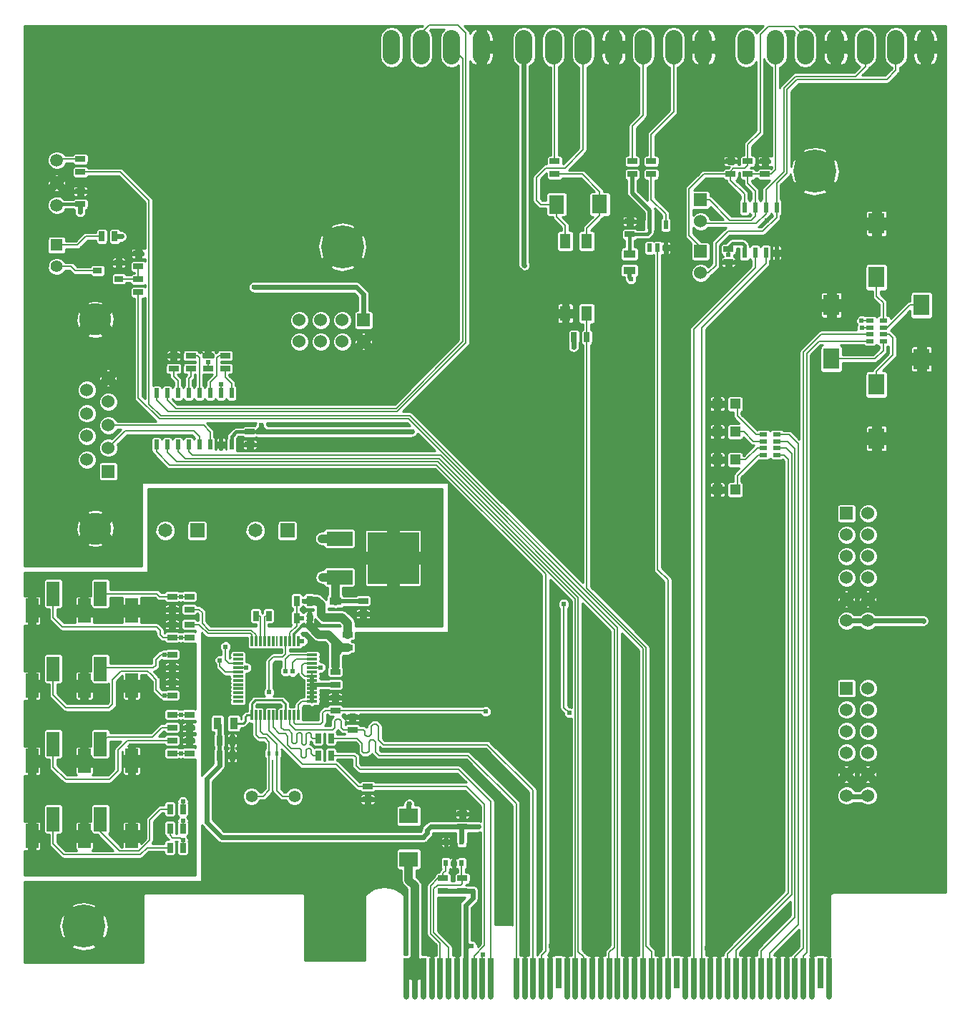
<source format=gtl>
G04 (created by PCBNEW (2013-07-07 BZR 4022)-stable) date 16-12-2015 04:21:19 PM*
%MOIN*%
G04 Gerber Fmt 3.4, Leading zero omitted, Abs format*
%FSLAX34Y34*%
G01*
G70*
G90*
G04 APERTURE LIST*
%ADD10C,0.00590551*%
%ADD11C,0.2*%
%ADD12C,0.0256*%
%ADD13R,0.0256X0.1811*%
%ADD14R,0.0256X0.1417*%
%ADD15O,0.0256X0.0256*%
%ADD16R,0.055X0.035*%
%ADD17R,0.035X0.055*%
%ADD18R,0.045X0.025*%
%ADD19R,0.025X0.045*%
%ADD20C,0.056*%
%ADD21R,0.045X0.0118*%
%ADD22R,0.0118X0.045*%
%ADD23R,0.01X0.045*%
%ADD24R,0.0157X0.0236*%
%ADD25R,0.12X0.065*%
%ADD26R,0.24X0.24*%
%ADD27R,0.065X0.065*%
%ADD28C,0.065*%
%ADD29R,0.0590551X0.112205*%
%ADD30R,0.05X0.07*%
%ADD31R,0.036X0.02*%
%ADD32R,0.06X0.06*%
%ADD33C,0.06*%
%ADD34R,0.0472X0.0472*%
%ADD35R,0.0709X0.0866*%
%ADD36R,0.0866X0.0709*%
%ADD37C,0.15*%
%ADD38R,0.075X0.098*%
%ADD39R,0.0216535X0.0393701*%
%ADD40R,0.0200787X0.05*%
%ADD41O,0.08X0.16*%
%ADD42R,0.0200787X0.03*%
%ADD43R,0.0394X0.0276*%
%ADD44R,0.055X0.055*%
%ADD45C,0.055*%
%ADD46R,0.02X0.045*%
%ADD47C,0.0590551*%
%ADD48C,0.024*%
%ADD49C,0.008*%
%ADD50C,0.016*%
%ADD51C,0.024*%
%ADD52C,0.04*%
%ADD53C,0.012*%
%ADD54C,0.01*%
%ADD55C,0.009*%
%ADD56C,0.02*%
G04 APERTURE END LIST*
G54D10*
G54D11*
X71724Y-19556D03*
G54D12*
X60176Y-58021D03*
G54D13*
X52696Y-57115D03*
X53090Y-57115D03*
X53483Y-57115D03*
X53877Y-57115D03*
X54271Y-57115D03*
X54664Y-57115D03*
X55058Y-57115D03*
X55452Y-57115D03*
X55845Y-57115D03*
X56239Y-57115D03*
X56633Y-57115D03*
X58601Y-57115D03*
X58995Y-57115D03*
X59389Y-57115D03*
G54D14*
X59782Y-56918D03*
G54D13*
X60176Y-57115D03*
X57814Y-57115D03*
X58208Y-57115D03*
G54D12*
X53483Y-58021D03*
X53877Y-58021D03*
X54271Y-58021D03*
X54664Y-58021D03*
X55058Y-58021D03*
X55452Y-58021D03*
X55845Y-58021D03*
X56239Y-58021D03*
X56633Y-58021D03*
X52696Y-58021D03*
X57814Y-58021D03*
X58208Y-58021D03*
X58601Y-58021D03*
X58995Y-58021D03*
X59389Y-58021D03*
X53090Y-58021D03*
G54D13*
X60570Y-57115D03*
X60963Y-57115D03*
X61357Y-57115D03*
X61751Y-57115D03*
X62144Y-57115D03*
X62538Y-57115D03*
X62932Y-57115D03*
X63326Y-57115D03*
X63719Y-57115D03*
X64113Y-57115D03*
X64507Y-57115D03*
X64900Y-57115D03*
G54D14*
X65294Y-56918D03*
G54D13*
X65688Y-57115D03*
X66081Y-57115D03*
X66475Y-57115D03*
X66869Y-57115D03*
X67263Y-57115D03*
X67656Y-57115D03*
X68050Y-57115D03*
X68444Y-57115D03*
X68837Y-57115D03*
X69231Y-57115D03*
X69625Y-57115D03*
X70018Y-57115D03*
X70412Y-57115D03*
X70806Y-57115D03*
X71200Y-57115D03*
X71593Y-57115D03*
G54D14*
X71987Y-56918D03*
G54D13*
X72381Y-57115D03*
G54D15*
X60570Y-58021D03*
X60963Y-58021D03*
X61357Y-58021D03*
X61751Y-58021D03*
X62144Y-58021D03*
X62538Y-58021D03*
X62932Y-58021D03*
X63326Y-58021D03*
X70412Y-58021D03*
X63719Y-58021D03*
X64113Y-58021D03*
X64507Y-58021D03*
X64900Y-58021D03*
X65688Y-58021D03*
X66081Y-58021D03*
X66475Y-58021D03*
X66869Y-58021D03*
X67263Y-58021D03*
X70806Y-58021D03*
X67656Y-58021D03*
X68050Y-58021D03*
X68444Y-58021D03*
X68837Y-58021D03*
X69231Y-58021D03*
X69625Y-58021D03*
X70018Y-58021D03*
X71200Y-58021D03*
X71593Y-58021D03*
X72381Y-58021D03*
G54D11*
X49715Y-23085D03*
X37656Y-54733D03*
G54D16*
X49375Y-39600D03*
X49375Y-40350D03*
G54D17*
X43900Y-45275D03*
X44650Y-45275D03*
G54D18*
X41775Y-43375D03*
X41775Y-43975D03*
X41775Y-40675D03*
X41775Y-41275D03*
X42575Y-39975D03*
X42575Y-39375D03*
X42575Y-40675D03*
X42575Y-41275D03*
X41775Y-39975D03*
X41775Y-39375D03*
X49962Y-41154D03*
X49962Y-41754D03*
G54D19*
X45675Y-40275D03*
X46275Y-40275D03*
X42275Y-51075D03*
X41675Y-51075D03*
X41675Y-50175D03*
X42275Y-50175D03*
X41675Y-49275D03*
X42275Y-49275D03*
X49175Y-45975D03*
X48575Y-45975D03*
G54D18*
X41775Y-46075D03*
X41775Y-46675D03*
X41775Y-42675D03*
X41775Y-42075D03*
X41775Y-45475D03*
X41775Y-44875D03*
X42575Y-45475D03*
X42575Y-44875D03*
X42575Y-46075D03*
X42575Y-46675D03*
X49375Y-42875D03*
X49375Y-43475D03*
G54D19*
X49175Y-46775D03*
X48575Y-46775D03*
G54D18*
X50891Y-48821D03*
X50891Y-48221D03*
X50175Y-44975D03*
X50175Y-45575D03*
G54D19*
X43975Y-46775D03*
X44575Y-46775D03*
G54D18*
X49375Y-44075D03*
X49375Y-44675D03*
G54D19*
X47575Y-40375D03*
X48175Y-40375D03*
G54D20*
X47475Y-48675D03*
X45475Y-48675D03*
G54D19*
X47575Y-39575D03*
X48175Y-39575D03*
X43975Y-46075D03*
X44575Y-46075D03*
G54D21*
X44850Y-44061D03*
X48300Y-43273D03*
X48300Y-43470D03*
X48300Y-43864D03*
X48300Y-43667D03*
X48300Y-44061D03*
X48300Y-44258D03*
X48300Y-42683D03*
X48300Y-42880D03*
X48300Y-43077D03*
X44850Y-44258D03*
G54D22*
X45492Y-41450D03*
X45689Y-41450D03*
X45886Y-41450D03*
X46083Y-41450D03*
X46280Y-41450D03*
X46477Y-41450D03*
G54D23*
X46673Y-41450D03*
G54D22*
X47461Y-44900D03*
X47264Y-44900D03*
X47067Y-44900D03*
X46870Y-44900D03*
X46673Y-44900D03*
X46477Y-44900D03*
X46280Y-44900D03*
X46083Y-44900D03*
X45886Y-44900D03*
X45689Y-44900D03*
X45492Y-44900D03*
X47658Y-44900D03*
X47658Y-41450D03*
X47461Y-41450D03*
X47264Y-41450D03*
X47067Y-41450D03*
X46870Y-41450D03*
G54D21*
X48300Y-42486D03*
X48300Y-42289D03*
X48300Y-42092D03*
X44850Y-43864D03*
X44850Y-43667D03*
X44850Y-43470D03*
X44850Y-43273D03*
X44850Y-43077D03*
X44850Y-42880D03*
X44850Y-42683D03*
X44850Y-42486D03*
X44850Y-42289D03*
X44850Y-42092D03*
G54D24*
X46652Y-46675D03*
X46298Y-46675D03*
G54D18*
X50675Y-39575D03*
X50675Y-40175D03*
G54D25*
X49575Y-36675D03*
G54D26*
X52075Y-37575D03*
G54D25*
X49575Y-38475D03*
G54D27*
X42950Y-36300D03*
G54D28*
X41450Y-36300D03*
G54D27*
X47150Y-36300D03*
G54D28*
X45650Y-36300D03*
G54D29*
X35247Y-50529D03*
X36231Y-49741D03*
X37688Y-50529D03*
X38436Y-49741D03*
X39893Y-50529D03*
X35247Y-47029D03*
X36231Y-46241D03*
X37688Y-47029D03*
X38436Y-46241D03*
X39893Y-47029D03*
X35247Y-43529D03*
X36231Y-42741D03*
X37688Y-43529D03*
X38436Y-42741D03*
X39893Y-43529D03*
X35247Y-40029D03*
X36231Y-39241D03*
X37688Y-40029D03*
X38436Y-39241D03*
X39893Y-40029D03*
G54D30*
X61100Y-26180D03*
X61100Y-22820D03*
X60100Y-26180D03*
X60100Y-22820D03*
G54D18*
X42650Y-28750D03*
X42650Y-28150D03*
X44250Y-28150D03*
X44250Y-28750D03*
X55300Y-50100D03*
X55300Y-49500D03*
X67800Y-19100D03*
X67800Y-19700D03*
X69400Y-19100D03*
X69400Y-19700D03*
X41850Y-28150D03*
X41850Y-28750D03*
X54400Y-52500D03*
X54400Y-53100D03*
X55300Y-52500D03*
X55300Y-53100D03*
G54D31*
X69964Y-31828D03*
X69336Y-31828D03*
X69964Y-32143D03*
X69336Y-32143D03*
X69964Y-32457D03*
X69336Y-32457D03*
X69964Y-32772D03*
X69336Y-32772D03*
X74286Y-27472D03*
X74914Y-27472D03*
X74286Y-27157D03*
X74914Y-27157D03*
X74286Y-26843D03*
X74914Y-26843D03*
X74286Y-26528D03*
X74914Y-26528D03*
G54D32*
X73200Y-35500D03*
G54D33*
X74200Y-35500D03*
X73200Y-36500D03*
X74200Y-36500D03*
X73200Y-37500D03*
X74200Y-37500D03*
X73200Y-38500D03*
X74200Y-38500D03*
X73200Y-39500D03*
X74200Y-39500D03*
X73200Y-40500D03*
X74200Y-40500D03*
G54D32*
X73200Y-43650D03*
G54D33*
X74200Y-43650D03*
X73200Y-44650D03*
X74200Y-44650D03*
X73200Y-45650D03*
X74200Y-45650D03*
X73200Y-46650D03*
X74200Y-46650D03*
X73200Y-47650D03*
X74200Y-47650D03*
X73200Y-48650D03*
X74200Y-48650D03*
G54D34*
X68013Y-31700D03*
X67187Y-31700D03*
X68013Y-33000D03*
X67187Y-33000D03*
X68013Y-34400D03*
X67187Y-34400D03*
X68013Y-30400D03*
X67187Y-30400D03*
G54D35*
X59698Y-21102D03*
X61705Y-21099D03*
G54D36*
X52802Y-51602D03*
X52799Y-49595D03*
G54D37*
X38193Y-26468D03*
X38193Y-36203D03*
G54D32*
X38800Y-33550D03*
G54D33*
X38800Y-32450D03*
X38800Y-31400D03*
X38800Y-30300D03*
X38800Y-29200D03*
X37800Y-33000D03*
X37800Y-31900D03*
X37800Y-30850D03*
X37800Y-29750D03*
G54D18*
X43450Y-28150D03*
X43450Y-28750D03*
G54D38*
X72500Y-28300D03*
X72500Y-25793D03*
G54D39*
X64025Y-23131D03*
X64775Y-23131D03*
X64025Y-22068D03*
X64400Y-23131D03*
X64775Y-22068D03*
G54D40*
X68450Y-23362D03*
X68950Y-23362D03*
X69450Y-23362D03*
X69950Y-23362D03*
X69950Y-21237D03*
X69450Y-21237D03*
X68950Y-21237D03*
X68450Y-21237D03*
G54D16*
X63100Y-24175D03*
X63100Y-23425D03*
G54D18*
X40200Y-23400D03*
X40200Y-24000D03*
X40200Y-25200D03*
X40200Y-24600D03*
G54D41*
X63730Y-13779D03*
X62350Y-13779D03*
X66530Y-13779D03*
X65150Y-13779D03*
X76880Y-13779D03*
X75500Y-13779D03*
X74080Y-13779D03*
X72700Y-13779D03*
X53380Y-13779D03*
X52000Y-13779D03*
X56180Y-13779D03*
X54800Y-13779D03*
G54D32*
X50700Y-26500D03*
G54D33*
X50700Y-27500D03*
X49700Y-26500D03*
X49700Y-27500D03*
X48700Y-26500D03*
X48700Y-27500D03*
X47700Y-26500D03*
X47700Y-27500D03*
G54D32*
X66400Y-23300D03*
G54D33*
X66400Y-24300D03*
G54D32*
X66400Y-20900D03*
G54D33*
X66400Y-21900D03*
G54D42*
X54525Y-51800D03*
X55274Y-51800D03*
X54525Y-50800D03*
X54900Y-51800D03*
X55274Y-50800D03*
G54D43*
X38300Y-24200D03*
X39300Y-23825D03*
X39300Y-24575D03*
G54D19*
X61100Y-27300D03*
X60500Y-27300D03*
G54D18*
X63220Y-19100D03*
X63220Y-19700D03*
X64100Y-19100D03*
X64100Y-19700D03*
X59600Y-19100D03*
X59600Y-19700D03*
X68600Y-19700D03*
X68600Y-19100D03*
G54D19*
X39100Y-22600D03*
X38500Y-22600D03*
G54D18*
X37500Y-19600D03*
X37500Y-19000D03*
G54D38*
X74600Y-24500D03*
X74600Y-21993D03*
X74600Y-29500D03*
X74600Y-32007D03*
X76700Y-25800D03*
X76700Y-28307D03*
G54D18*
X63100Y-21900D03*
X63100Y-22500D03*
X45400Y-31700D03*
X45400Y-32300D03*
X67700Y-23200D03*
X67700Y-23800D03*
G54D44*
X36400Y-23000D03*
G54D45*
X36400Y-24000D03*
G54D41*
X60930Y-13779D03*
X59550Y-13779D03*
X58170Y-13779D03*
X71280Y-13779D03*
X69900Y-13779D03*
X68520Y-13779D03*
G54D18*
X37500Y-20500D03*
X37500Y-21100D03*
G54D46*
X44550Y-32300D03*
X43550Y-32300D03*
X43050Y-32300D03*
X42550Y-32300D03*
X42050Y-32300D03*
X41550Y-32300D03*
X41050Y-32300D03*
X41050Y-29899D03*
X41550Y-29899D03*
X42050Y-29899D03*
X42550Y-29899D03*
X43050Y-29899D03*
X43550Y-29899D03*
X44050Y-29899D03*
X44550Y-29899D03*
X44050Y-32300D03*
G54D47*
X36400Y-20100D03*
X36400Y-19050D03*
X36400Y-21150D03*
G54D48*
X53100Y-55950D03*
X53406Y-35969D03*
X52848Y-35963D03*
X49350Y-34650D03*
X50876Y-34636D03*
X52409Y-34657D03*
X53389Y-34664D03*
X52024Y-35987D03*
X51023Y-35931D03*
X49212Y-35650D03*
X49779Y-35618D03*
X50634Y-35676D03*
X52878Y-40222D03*
X52920Y-38437D03*
X52892Y-39088D03*
X52836Y-39634D03*
X50670Y-40510D03*
X51712Y-40516D03*
X51196Y-40526D03*
X52038Y-40271D03*
X52059Y-39613D03*
X48176Y-40721D03*
X38865Y-40335D03*
X38365Y-50675D03*
X39105Y-46235D03*
X49375Y-42630D03*
X42163Y-43019D03*
X48875Y-37575D03*
X49775Y-37575D03*
X50375Y-37575D03*
X47839Y-41450D03*
X47932Y-39575D03*
X46294Y-43834D03*
X42804Y-29373D03*
X43096Y-27922D03*
X43335Y-29271D03*
X45396Y-32060D03*
X41439Y-28137D03*
X40977Y-28418D03*
X40464Y-28400D03*
X40466Y-29090D03*
X39700Y-29540D03*
X40070Y-30840D03*
X40100Y-31980D03*
X40070Y-32660D03*
X40320Y-33650D03*
X44230Y-33620D03*
X46760Y-33690D03*
X49480Y-33610D03*
X50420Y-33660D03*
X51410Y-33700D03*
X51080Y-32310D03*
X49730Y-32310D03*
X49720Y-31380D03*
X47840Y-31350D03*
X47930Y-32210D03*
X46550Y-32410D03*
X44052Y-31902D03*
X75200Y-22019D03*
X67491Y-55467D03*
X66881Y-55464D03*
X60144Y-56028D03*
X71748Y-43938D03*
X71745Y-45923D03*
X71706Y-44934D03*
X68656Y-35749D03*
X68635Y-36722D03*
X67445Y-36729D03*
X67431Y-37758D03*
X66836Y-37737D03*
X66704Y-55742D03*
X68067Y-55175D03*
X58865Y-55697D03*
X67811Y-55485D03*
X65264Y-55899D03*
X59412Y-55636D03*
X62889Y-55200D03*
X62915Y-54185D03*
X62811Y-50134D03*
X62850Y-47130D03*
X62870Y-41730D03*
X62982Y-40199D03*
X64116Y-39047D03*
X65253Y-37953D03*
X64169Y-46543D03*
X64161Y-45247D03*
X65705Y-38556D03*
X66839Y-38268D03*
X66857Y-38759D03*
X67851Y-38790D03*
X69503Y-38763D03*
X64161Y-55440D03*
X65317Y-39060D03*
X65471Y-41195D03*
X68425Y-41209D03*
X69450Y-47020D03*
X69524Y-39830D03*
X72000Y-39850D03*
X72350Y-42780D03*
X71745Y-43269D03*
X71698Y-46628D03*
X56201Y-48110D03*
X56993Y-48560D03*
X57113Y-50225D03*
X57134Y-52192D03*
X58198Y-52171D03*
X58093Y-54761D03*
X61043Y-55917D03*
X61313Y-55715D03*
X69291Y-55287D03*
X72288Y-55476D03*
X70968Y-55514D03*
X70712Y-55860D03*
X72369Y-55980D03*
X69093Y-55598D03*
X65385Y-55566D03*
X64332Y-55755D03*
X62811Y-55575D03*
X61979Y-55697D03*
X58046Y-55773D03*
X53862Y-55971D03*
X69966Y-23802D03*
X69507Y-21843D03*
X69948Y-22334D03*
X45045Y-41622D03*
X44565Y-41424D03*
X67286Y-30822D03*
X67164Y-32114D03*
X67276Y-34822D03*
X68973Y-20094D03*
X69381Y-18797D03*
X68175Y-19977D03*
X67797Y-18797D03*
X67074Y-21644D03*
X67564Y-21259D03*
X67305Y-20692D03*
X54684Y-55220D03*
X54678Y-49192D03*
X54522Y-50508D03*
X64778Y-23524D03*
X74601Y-31386D03*
X73810Y-27990D03*
X60102Y-25648D03*
X68070Y-23790D03*
X63094Y-21618D03*
X67263Y-33419D03*
X76683Y-27639D03*
X72504Y-26517D03*
X37506Y-20752D03*
X40198Y-23653D03*
X38963Y-23833D03*
X46085Y-44522D03*
X44019Y-43294D03*
X44820Y-46075D03*
X44250Y-44350D03*
X43592Y-41965D03*
X49075Y-45283D03*
X49530Y-45717D03*
X49810Y-46404D03*
X50891Y-49066D03*
X50134Y-47385D03*
X49720Y-44075D03*
X50175Y-45221D03*
X48060Y-44707D03*
X47484Y-44163D03*
X46675Y-44514D03*
X46881Y-43785D03*
X44820Y-46775D03*
X56385Y-44730D03*
X73905Y-26523D03*
X60025Y-39725D03*
X60282Y-44798D03*
X73914Y-26859D03*
X58200Y-23940D03*
X52830Y-49032D03*
X48763Y-36675D03*
X56250Y-56050D03*
X55740Y-55662D03*
X55785Y-53082D03*
X56070Y-50098D03*
X67704Y-23448D03*
X60483Y-27747D03*
X37490Y-21461D03*
X45936Y-31383D03*
X52955Y-31696D03*
X76788Y-40503D03*
X45585Y-24966D03*
X39418Y-22600D03*
X63156Y-24588D03*
X48775Y-38475D03*
X43452Y-28461D03*
X44046Y-29487D03*
X42175Y-46675D03*
X42175Y-44875D03*
X47820Y-40375D03*
X41430Y-42075D03*
X44005Y-42343D03*
X47059Y-42853D03*
X42275Y-50730D03*
X48681Y-42682D03*
X42275Y-49830D03*
X42275Y-48929D03*
X45221Y-42683D03*
X47394Y-42867D03*
X41431Y-43975D03*
X42175Y-41275D03*
X42175Y-39375D03*
X44263Y-41703D03*
G54D49*
X53090Y-55959D02*
X53100Y-55950D01*
X53090Y-55959D02*
X53090Y-57115D01*
X52696Y-58021D02*
X52696Y-57115D01*
X53090Y-57115D02*
X52696Y-57115D01*
X53483Y-58021D02*
X53483Y-57115D01*
X53483Y-57115D02*
X53090Y-57115D01*
X53090Y-57115D02*
X53090Y-58021D01*
X53090Y-57115D02*
X53483Y-57115D01*
X53479Y-58017D02*
X53479Y-57111D01*
X53086Y-58017D02*
X53086Y-57111D01*
G54D50*
X53479Y-57111D02*
X53086Y-57111D01*
X53086Y-57111D02*
X52692Y-57111D01*
X52692Y-57111D02*
X52833Y-57111D01*
X52833Y-57111D02*
X52860Y-57085D01*
X52860Y-57085D02*
X52860Y-56373D01*
X53479Y-57111D02*
X53311Y-57111D01*
X53292Y-57092D02*
X53292Y-56470D01*
X53311Y-57111D02*
X53292Y-57092D01*
X53479Y-57111D02*
X53479Y-56495D01*
X53479Y-56495D02*
X53086Y-56102D01*
X52692Y-57111D02*
X52692Y-56415D01*
X52692Y-56415D02*
X52886Y-56222D01*
G54D51*
X53112Y-56774D02*
X53086Y-57111D01*
X53112Y-56774D02*
X53086Y-57111D01*
X53112Y-56774D02*
X53086Y-57111D01*
X53479Y-57111D02*
X53479Y-56511D01*
X53086Y-56118D02*
X53086Y-56102D01*
X52692Y-57111D02*
X52692Y-56496D01*
X53086Y-56102D02*
X53086Y-56102D01*
G54D52*
X53086Y-57111D02*
X53086Y-56102D01*
X53086Y-56102D02*
X53086Y-52856D01*
X52802Y-52572D02*
X52802Y-51602D01*
X53086Y-52856D02*
X52802Y-52572D01*
G54D49*
X57814Y-58021D02*
X57814Y-57115D01*
X57810Y-58017D02*
X57810Y-57111D01*
X52890Y-46775D02*
X55555Y-46775D01*
X57810Y-49030D02*
X57810Y-57111D01*
X55555Y-46775D02*
X57810Y-49030D01*
X51856Y-46775D02*
X52890Y-46775D01*
X51494Y-46775D02*
X51856Y-46775D01*
X51856Y-46775D02*
X52087Y-46775D01*
X52087Y-46775D02*
X51725Y-46775D01*
X51875Y-46775D02*
X51725Y-46775D01*
X51725Y-46775D02*
X51494Y-46775D01*
X51494Y-46775D02*
X51417Y-46775D01*
X51417Y-46775D02*
X51253Y-46611D01*
X51253Y-46595D02*
X51253Y-46611D01*
X51253Y-46595D02*
X51253Y-46156D01*
X51253Y-46156D02*
X51154Y-46057D01*
X51154Y-46057D02*
X51025Y-46057D01*
X51025Y-46057D02*
X50941Y-46141D01*
X50941Y-46141D02*
X50941Y-46587D01*
X50635Y-46207D02*
X50635Y-46591D01*
X50865Y-46663D02*
X50941Y-46587D01*
X50707Y-46663D02*
X50865Y-46663D01*
X50635Y-46591D02*
X50707Y-46663D01*
X50403Y-45975D02*
X50635Y-46207D01*
X49175Y-45975D02*
X50403Y-45975D01*
X55845Y-57115D02*
X55845Y-58021D01*
X55841Y-57111D02*
X55841Y-56123D01*
X55496Y-48221D02*
X54702Y-48221D01*
X56340Y-49065D02*
X55496Y-48221D01*
X56340Y-55625D02*
X56340Y-49065D01*
X55841Y-56123D02*
X56340Y-55625D01*
X53320Y-48221D02*
X54702Y-48221D01*
X50891Y-48221D02*
X53320Y-48221D01*
X47841Y-47196D02*
X46280Y-45635D01*
X49425Y-47196D02*
X47841Y-47196D01*
X50891Y-48221D02*
X50450Y-48221D01*
X50450Y-48221D02*
X49425Y-47196D01*
X46280Y-45635D02*
X46280Y-44900D01*
G54D53*
X53406Y-35969D02*
X53406Y-34681D01*
G54D51*
X52024Y-35987D02*
X52824Y-35987D01*
X52824Y-35987D02*
X52848Y-35963D01*
G54D53*
X52388Y-34636D02*
X50876Y-34636D01*
X52409Y-34657D02*
X52388Y-34636D01*
X53406Y-34681D02*
X53389Y-34664D01*
G54D51*
X50576Y-35618D02*
X49779Y-35618D01*
X50634Y-35676D02*
X50576Y-35618D01*
X52075Y-37575D02*
X52075Y-36038D01*
X52075Y-36038D02*
X52024Y-35987D01*
X52836Y-39634D02*
X52836Y-40180D01*
X52836Y-40180D02*
X52878Y-40222D01*
X52075Y-37592D02*
X52075Y-37575D01*
X52920Y-38437D02*
X52075Y-37592D01*
X52892Y-39578D02*
X52892Y-39088D01*
X52836Y-39634D02*
X52892Y-39578D01*
X50675Y-40505D02*
X50670Y-40510D01*
X50675Y-40175D02*
X50675Y-40505D01*
X51704Y-40524D02*
X51712Y-40516D01*
X51198Y-40524D02*
X51704Y-40524D01*
X51196Y-40526D02*
X51198Y-40524D01*
X52038Y-39634D02*
X52038Y-40271D01*
X52059Y-39613D02*
X52038Y-39634D01*
G54D53*
X47461Y-41450D02*
X47461Y-41134D01*
G54D52*
X49045Y-41139D02*
X49375Y-41469D01*
X48594Y-41139D02*
X49045Y-41139D01*
X48176Y-40721D02*
X48594Y-41139D01*
G54D53*
X47874Y-40721D02*
X48176Y-40721D01*
X47461Y-41134D02*
X47874Y-40721D01*
G54D51*
X48175Y-40375D02*
X48175Y-40720D01*
G54D52*
X49962Y-41754D02*
X49660Y-41754D01*
X49660Y-41754D02*
X49375Y-41469D01*
X49375Y-42007D02*
X49375Y-41469D01*
X49375Y-42630D02*
X49375Y-42007D01*
X49628Y-41754D02*
X49962Y-41754D01*
X49375Y-42007D02*
X49628Y-41754D01*
G54D49*
X49375Y-42630D02*
X49375Y-42875D01*
G54D52*
X52075Y-37575D02*
X50375Y-37575D01*
X49775Y-37575D02*
X48875Y-37575D01*
X48175Y-39575D02*
X48526Y-39575D01*
X48855Y-40350D02*
X48708Y-40203D01*
X48708Y-40203D02*
X48708Y-39757D01*
X48708Y-39757D02*
X48526Y-39575D01*
X48855Y-40350D02*
X49375Y-40350D01*
G54D49*
X47658Y-41450D02*
X47839Y-41450D01*
G54D51*
X48175Y-39575D02*
X47932Y-39575D01*
G54D52*
X49962Y-41154D02*
X49962Y-40605D01*
X49962Y-40605D02*
X49707Y-40350D01*
X49707Y-40350D02*
X49375Y-40350D01*
G54D49*
X47067Y-41450D02*
X47067Y-42053D01*
X46294Y-42392D02*
X46294Y-43834D01*
X46504Y-42182D02*
X46294Y-42392D01*
X46938Y-42182D02*
X46504Y-42182D01*
X47067Y-42053D02*
X46938Y-42182D01*
X56633Y-57115D02*
X56633Y-58021D01*
X52250Y-47412D02*
X55132Y-47412D01*
X56629Y-48909D02*
X56629Y-57111D01*
X55132Y-47412D02*
X56629Y-48909D01*
X50848Y-47412D02*
X52250Y-47412D01*
X50350Y-47091D02*
X50350Y-47242D01*
X50520Y-47412D02*
X50848Y-47412D01*
X50848Y-47412D02*
X50991Y-47412D01*
X50350Y-47242D02*
X50520Y-47412D01*
X49175Y-46775D02*
X50257Y-46775D01*
X50257Y-46775D02*
X50350Y-46868D01*
X50350Y-46868D02*
X50350Y-47091D01*
X50350Y-47091D02*
X50350Y-47180D01*
X69181Y-16290D02*
X69181Y-13183D01*
X71280Y-13329D02*
X71280Y-13779D01*
X70771Y-12820D02*
X71280Y-13329D01*
X69544Y-12820D02*
X70771Y-12820D01*
X69181Y-13183D02*
X69544Y-12820D01*
X66400Y-23300D02*
X66400Y-23070D01*
X66570Y-19700D02*
X67800Y-19700D01*
X65870Y-20400D02*
X66570Y-19700D01*
X65870Y-22540D02*
X65870Y-20400D01*
X66400Y-23070D02*
X65870Y-22540D01*
X68600Y-18326D02*
X68600Y-19100D01*
X69181Y-17745D02*
X68600Y-18326D01*
X69181Y-16290D02*
X69181Y-17745D01*
X67800Y-19700D02*
X67800Y-19974D01*
X67800Y-19974D02*
X68450Y-20624D01*
X68450Y-20624D02*
X68450Y-21237D01*
X67800Y-19700D02*
X67800Y-19570D01*
X67800Y-19570D02*
X67940Y-19430D01*
X67940Y-19430D02*
X68442Y-19430D01*
X68442Y-19430D02*
X68600Y-19272D01*
X68600Y-19272D02*
X68600Y-19100D01*
X69900Y-15834D02*
X69900Y-13779D01*
X69400Y-19700D02*
X69700Y-19700D01*
X69900Y-19500D02*
X69900Y-15834D01*
X69900Y-15834D02*
X69900Y-15800D01*
X69700Y-19700D02*
X69900Y-19500D01*
X66400Y-20900D02*
X66813Y-20900D01*
X68950Y-21660D02*
X68950Y-21237D01*
X68760Y-21850D02*
X68950Y-21660D01*
X67763Y-21850D02*
X68760Y-21850D01*
X66813Y-20900D02*
X67763Y-21850D01*
X68600Y-19700D02*
X69400Y-19700D01*
X68950Y-21237D02*
X68950Y-20473D01*
X68600Y-20123D02*
X68600Y-19700D01*
X68950Y-20473D02*
X68600Y-20123D01*
X70420Y-17763D02*
X70420Y-15757D01*
X75500Y-14866D02*
X75500Y-13779D01*
X75085Y-15280D02*
X75500Y-14866D01*
X70897Y-15280D02*
X75085Y-15280D01*
X70420Y-15757D02*
X70897Y-15280D01*
X69950Y-20117D02*
X69950Y-21237D01*
X70420Y-19647D02*
X69950Y-20117D01*
X70420Y-17757D02*
X70420Y-17763D01*
X70420Y-17763D02*
X70420Y-19647D01*
X66400Y-24300D02*
X66756Y-24300D01*
X69950Y-21715D02*
X69950Y-21237D01*
X69307Y-22358D02*
X69950Y-21715D01*
X67683Y-22358D02*
X69307Y-22358D01*
X67109Y-22932D02*
X67683Y-22358D01*
X67109Y-23947D02*
X67109Y-22932D01*
X66756Y-24300D02*
X67109Y-23947D01*
X70280Y-17700D02*
X70280Y-15700D01*
X70280Y-19590D02*
X70280Y-17700D01*
X69450Y-20420D02*
X70280Y-19590D01*
X69450Y-21237D02*
X69450Y-20420D01*
X74080Y-14680D02*
X74080Y-13779D01*
X73620Y-15140D02*
X74080Y-14680D01*
X70840Y-15140D02*
X73620Y-15140D01*
X70280Y-15700D02*
X70840Y-15140D01*
X69450Y-21237D02*
X69450Y-21557D01*
X66500Y-22000D02*
X66400Y-21900D01*
X69006Y-22000D02*
X66500Y-22000D01*
X69450Y-21557D02*
X69006Y-22000D01*
X66475Y-57115D02*
X66475Y-58021D01*
X66471Y-33602D02*
X66471Y-26838D01*
X69450Y-23860D02*
X69450Y-23362D01*
X66471Y-26838D02*
X69450Y-23860D01*
X66471Y-33570D02*
X66471Y-33602D01*
X66471Y-33602D02*
X66471Y-57111D01*
X66081Y-57115D02*
X66081Y-58021D01*
X66078Y-33992D02*
X66078Y-26922D01*
X68950Y-24050D02*
X68950Y-23362D01*
X66078Y-26922D02*
X68950Y-24050D01*
X66078Y-35722D02*
X66077Y-35722D01*
X66078Y-33840D02*
X66078Y-33992D01*
X66078Y-33992D02*
X66078Y-35722D01*
X66077Y-35722D02*
X66077Y-57111D01*
X43324Y-28150D02*
X43096Y-27922D01*
X43450Y-28150D02*
X43324Y-28150D01*
G54D54*
X43332Y-29274D02*
X43317Y-29274D01*
X43335Y-29271D02*
X43332Y-29274D01*
G54D53*
X45400Y-32064D02*
X45396Y-32060D01*
X45400Y-32300D02*
X45400Y-32064D01*
G54D54*
X41452Y-28150D02*
X41439Y-28137D01*
X41452Y-28150D02*
X41850Y-28150D01*
X41258Y-28137D02*
X41439Y-28137D01*
X40977Y-28418D02*
X41258Y-28137D01*
X40464Y-29088D02*
X40464Y-28400D01*
X40466Y-29090D02*
X40464Y-29088D01*
X39700Y-30470D02*
X39700Y-29540D01*
X40070Y-30840D02*
X39700Y-30470D01*
X40100Y-32630D02*
X40100Y-31980D01*
X40070Y-32660D02*
X40100Y-32630D01*
X44200Y-33650D02*
X40320Y-33650D01*
X44230Y-33620D02*
X44200Y-33650D01*
X49400Y-33690D02*
X46760Y-33690D01*
X49480Y-33610D02*
X49400Y-33690D01*
X51370Y-33660D02*
X50420Y-33660D01*
X51410Y-33700D02*
X51370Y-33660D01*
X49730Y-32310D02*
X51080Y-32310D01*
X47870Y-31380D02*
X49720Y-31380D01*
X47840Y-31350D02*
X47870Y-31380D01*
X46750Y-32210D02*
X47930Y-32210D01*
X46550Y-32410D02*
X46750Y-32210D01*
G54D53*
X44050Y-32300D02*
X44050Y-31904D01*
X44050Y-31904D02*
X44052Y-31902D01*
G54D49*
X74600Y-21993D02*
X75174Y-21993D01*
X75174Y-21993D02*
X75200Y-22019D01*
X67263Y-57115D02*
X67263Y-58021D01*
X53877Y-57115D02*
X53877Y-58021D01*
X67263Y-57115D02*
X67263Y-55743D01*
X67488Y-55464D02*
X67491Y-55467D01*
X66881Y-55464D02*
X67488Y-55464D01*
X67259Y-55698D02*
X67259Y-57111D01*
X67259Y-55698D02*
X67491Y-55467D01*
X67793Y-55467D02*
X67811Y-55485D01*
X67491Y-55467D02*
X67793Y-55467D01*
X67491Y-55515D02*
X67491Y-55467D01*
X67263Y-55743D02*
X67491Y-55515D01*
X72381Y-57115D02*
X72381Y-58021D01*
X70412Y-57115D02*
X70412Y-58021D01*
X70018Y-57115D02*
X70018Y-58021D01*
X68837Y-57115D02*
X68837Y-58021D01*
X66869Y-57115D02*
X66869Y-58021D01*
X65688Y-57115D02*
X65688Y-58021D01*
X64507Y-57115D02*
X64507Y-58021D01*
X62932Y-57115D02*
X62932Y-58021D01*
X60176Y-57115D02*
X60176Y-56060D01*
X60176Y-56060D02*
X60144Y-56028D01*
X59389Y-57115D02*
X59389Y-58021D01*
X71593Y-58021D02*
X71593Y-57115D01*
X68444Y-58021D02*
X68444Y-57115D01*
X63326Y-58021D02*
X63326Y-57115D01*
X61751Y-58021D02*
X61751Y-57115D01*
X61357Y-58021D02*
X61357Y-57115D01*
X60176Y-58021D02*
X60176Y-57115D01*
X58208Y-58021D02*
X58208Y-57115D01*
X55058Y-58021D02*
X55058Y-57115D01*
X71745Y-43269D02*
X71745Y-43935D01*
X71745Y-43935D02*
X71748Y-43938D01*
X71745Y-45923D02*
X71745Y-44973D01*
X71698Y-45970D02*
X71745Y-45923D01*
X71698Y-46628D02*
X71698Y-45970D01*
X71745Y-44973D02*
X71706Y-44934D01*
X66839Y-38268D02*
X66839Y-37740D01*
X68656Y-36701D02*
X68656Y-35749D01*
X68635Y-36722D02*
X68656Y-36701D01*
X67445Y-37744D02*
X67445Y-36729D01*
X67431Y-37758D02*
X67445Y-37744D01*
X66839Y-37740D02*
X66836Y-37737D01*
X66881Y-55464D02*
X66881Y-55565D01*
X66881Y-55565D02*
X66704Y-55742D01*
X67811Y-55485D02*
X67811Y-55431D01*
X67811Y-55431D02*
X68067Y-55175D01*
X66865Y-56133D02*
X67016Y-55983D01*
X67016Y-55983D02*
X67016Y-55599D01*
X67016Y-55599D02*
X66881Y-55464D01*
X66865Y-57111D02*
X66865Y-56133D01*
X67811Y-55485D02*
X67806Y-55490D01*
X59385Y-57111D02*
X59385Y-55662D01*
X59385Y-55662D02*
X59412Y-55636D01*
X65705Y-38556D02*
X65705Y-38405D01*
X62915Y-50238D02*
X62915Y-54185D01*
X62811Y-50134D02*
X62915Y-50238D01*
X62850Y-41750D02*
X62850Y-47130D01*
X62870Y-41730D02*
X62850Y-41750D01*
X62982Y-40181D02*
X62982Y-40199D01*
X64116Y-39047D02*
X62982Y-40181D01*
X65705Y-38405D02*
X65253Y-37953D01*
G54D55*
X64169Y-45255D02*
X64169Y-46543D01*
X64161Y-45247D02*
X64169Y-45255D01*
X65317Y-38944D02*
X65317Y-39060D01*
X65705Y-38556D02*
X65317Y-38944D01*
X66857Y-38759D02*
X66857Y-38286D01*
X66857Y-38286D02*
X66839Y-38268D01*
X69524Y-39830D02*
X69524Y-38784D01*
X67820Y-38759D02*
X66857Y-38759D01*
X67851Y-38790D02*
X67820Y-38759D01*
X69524Y-38784D02*
X69503Y-38763D01*
X69524Y-40110D02*
X69524Y-39830D01*
X65317Y-39060D02*
X65471Y-39214D01*
X65471Y-39214D02*
X65471Y-41195D01*
X68425Y-41209D02*
X69524Y-40110D01*
X69450Y-47020D02*
X69524Y-46946D01*
X69524Y-46946D02*
X69524Y-39830D01*
X72060Y-42490D02*
X72000Y-39850D01*
X72350Y-42780D02*
X72060Y-42490D01*
X71745Y-46581D02*
X71745Y-43269D01*
X71698Y-46628D02*
X71745Y-46581D01*
X56543Y-48110D02*
X56201Y-48110D01*
X56993Y-48560D02*
X56543Y-48110D01*
X57113Y-52171D02*
X57113Y-50225D01*
X57134Y-52192D02*
X57113Y-52171D01*
X58198Y-54656D02*
X58198Y-52171D01*
X58093Y-54761D02*
X58198Y-54656D01*
G54D49*
X70968Y-55514D02*
X70968Y-55604D01*
X70968Y-55604D02*
X70712Y-55860D01*
X61313Y-55715D02*
X61245Y-55715D01*
X61245Y-55715D02*
X61043Y-55917D01*
X61979Y-55697D02*
X61331Y-55697D01*
X61353Y-55755D02*
X61313Y-55715D01*
X61353Y-55755D02*
X61353Y-57111D01*
X61331Y-55697D02*
X61313Y-55715D01*
X62889Y-55200D02*
X62889Y-55497D01*
X62889Y-55497D02*
X62811Y-55575D01*
X63322Y-55633D02*
X62889Y-55200D01*
X63322Y-57111D02*
X63322Y-55633D01*
X68440Y-57111D02*
X68440Y-55926D01*
X68769Y-55598D02*
X69093Y-55598D01*
X68440Y-55926D02*
X68769Y-55598D01*
X69291Y-55287D02*
X69291Y-55400D01*
X69291Y-55400D02*
X69093Y-55598D01*
X72369Y-55980D02*
X72369Y-55557D01*
X71589Y-56174D02*
X72288Y-55476D01*
X71589Y-56174D02*
X71589Y-57111D01*
X72369Y-55557D02*
X72288Y-55476D01*
X70014Y-57111D02*
X70014Y-56018D01*
X70014Y-56018D02*
X70519Y-55514D01*
X70519Y-55514D02*
X70968Y-55514D01*
X70408Y-57111D02*
X70408Y-56163D01*
X70408Y-56163D02*
X70712Y-55860D01*
X72377Y-57111D02*
X72377Y-55988D01*
X72377Y-55988D02*
X72369Y-55980D01*
X72377Y-55988D02*
X72369Y-55980D01*
X72369Y-55980D02*
X72369Y-57103D01*
X72369Y-57103D02*
X72377Y-57111D01*
X68833Y-55857D02*
X69093Y-55598D01*
X68833Y-55857D02*
X68833Y-57111D01*
X65684Y-57111D02*
X65684Y-55865D01*
X65684Y-55865D02*
X65385Y-55566D01*
X64503Y-57111D02*
X64503Y-55926D01*
X64503Y-55926D02*
X64332Y-55755D01*
X62928Y-57111D02*
X62928Y-55692D01*
X62928Y-55692D02*
X62811Y-55575D01*
X61747Y-55928D02*
X61979Y-55697D01*
X61747Y-55928D02*
X61747Y-57111D01*
X58204Y-57111D02*
X58204Y-55931D01*
X58204Y-55931D02*
X58046Y-55773D01*
X53873Y-57111D02*
X53873Y-55982D01*
X53873Y-55982D02*
X53862Y-55971D01*
X69966Y-23802D02*
X69966Y-22352D01*
G54D51*
X69950Y-23786D02*
X69966Y-23802D01*
X69950Y-23362D02*
X69950Y-23786D01*
G54D49*
X69966Y-22352D02*
X69948Y-22334D01*
X45045Y-41622D02*
X44763Y-41622D01*
X44763Y-41622D02*
X44565Y-41424D01*
X67287Y-30400D02*
X67287Y-30821D01*
X67287Y-30821D02*
X67286Y-30822D01*
X67287Y-31700D02*
X67287Y-31991D01*
X67287Y-31991D02*
X67164Y-32114D01*
X67287Y-34400D02*
X67287Y-34811D01*
X67287Y-34811D02*
X67276Y-34822D01*
X69400Y-19100D02*
X69400Y-18816D01*
X69400Y-18816D02*
X69381Y-18797D01*
X67800Y-18800D02*
X67797Y-18797D01*
X67800Y-19100D02*
X67800Y-18800D01*
X67564Y-20951D02*
X67564Y-21259D01*
X67305Y-20692D02*
X67564Y-20951D01*
X55054Y-55590D02*
X54684Y-55220D01*
X55054Y-55590D02*
X55054Y-57111D01*
G54D50*
X54525Y-50511D02*
X54522Y-50508D01*
X54525Y-50800D02*
X54525Y-50511D01*
X54986Y-49500D02*
X54678Y-49192D01*
X55300Y-49500D02*
X54986Y-49500D01*
G54D51*
X64775Y-23131D02*
X64775Y-23521D01*
X64775Y-23521D02*
X64778Y-23524D01*
G54D49*
X74600Y-31387D02*
X74601Y-31386D01*
X74600Y-32007D02*
X74600Y-31387D01*
G54D56*
X60100Y-26180D02*
X60100Y-25650D01*
X60100Y-25650D02*
X60102Y-25648D01*
G54D54*
X67700Y-23800D02*
X68060Y-23800D01*
X68060Y-23800D02*
X68070Y-23790D01*
G54D49*
X63100Y-21900D02*
X63100Y-21624D01*
X63100Y-21624D02*
X63094Y-21618D01*
X67287Y-33000D02*
X67287Y-33395D01*
X67287Y-33395D02*
X67263Y-33419D01*
X76700Y-28307D02*
X76700Y-27656D01*
X76700Y-27656D02*
X76683Y-27639D01*
X72500Y-25793D02*
X72500Y-26513D01*
X72500Y-26513D02*
X72504Y-26517D01*
X37500Y-20500D02*
X37500Y-20746D01*
X37500Y-20746D02*
X37506Y-20752D01*
X40200Y-23400D02*
X40200Y-23651D01*
X40200Y-23651D02*
X40198Y-23653D01*
X39300Y-23825D02*
X38971Y-23825D01*
X38971Y-23825D02*
X38963Y-23833D01*
G54D50*
X54900Y-51800D02*
X54900Y-51477D01*
X54525Y-51102D02*
X54525Y-50800D01*
X54900Y-51477D02*
X54525Y-51102D01*
G54D49*
X46083Y-44900D02*
X46083Y-44524D01*
X44019Y-43294D02*
X43990Y-43294D01*
G54D51*
X44275Y-43550D02*
X44019Y-43294D01*
G54D55*
X44250Y-44350D02*
X44275Y-45949D01*
X44820Y-46075D02*
X44401Y-46075D01*
X44275Y-45949D02*
X44401Y-46075D01*
G54D51*
X44250Y-44350D02*
X44275Y-43550D01*
G54D49*
X43592Y-42896D02*
X43592Y-41965D01*
X43990Y-43294D02*
X43592Y-42896D01*
X50134Y-47385D02*
X50135Y-47385D01*
X50891Y-49066D02*
X50592Y-49365D01*
X50592Y-49365D02*
X47020Y-49365D01*
X47020Y-49365D02*
X46474Y-48819D01*
X46474Y-48819D02*
X46474Y-46999D01*
X50891Y-48821D02*
X50891Y-49066D01*
G54D55*
X49720Y-44075D02*
X48953Y-44075D01*
X50175Y-44975D02*
X50175Y-45221D01*
X48474Y-44707D02*
X48060Y-44707D01*
X48816Y-44365D02*
X48474Y-44707D01*
X48816Y-44212D02*
X48816Y-44365D01*
X48953Y-44075D02*
X48816Y-44212D01*
X49375Y-44075D02*
X49726Y-44075D01*
G54D49*
X47484Y-44163D02*
X47484Y-43925D01*
X47344Y-43785D02*
X46881Y-43785D01*
X47484Y-43925D02*
X47344Y-43785D01*
G54D55*
X44575Y-46775D02*
X44820Y-46775D01*
X44575Y-46075D02*
X44825Y-46075D01*
G54D49*
X46673Y-44900D02*
X46673Y-44516D01*
X62538Y-57115D02*
X62538Y-58021D01*
X52214Y-31099D02*
X52802Y-31099D01*
X52802Y-31099D02*
X62534Y-40832D01*
X62534Y-40832D02*
X62534Y-57111D01*
X40200Y-25200D02*
X40200Y-30120D01*
X52802Y-31099D02*
X55577Y-33874D01*
X41179Y-31099D02*
X52214Y-31099D01*
X40200Y-30120D02*
X41179Y-31099D01*
X63719Y-57115D02*
X63719Y-58021D01*
X63715Y-57111D02*
X63715Y-41801D01*
X63715Y-41801D02*
X52864Y-30949D01*
X52864Y-30949D02*
X52572Y-30949D01*
X37500Y-19600D02*
X39370Y-19600D01*
X52864Y-30949D02*
X54907Y-32992D01*
X41242Y-30949D02*
X52572Y-30949D01*
X52572Y-30949D02*
X52864Y-30949D01*
X40700Y-30407D02*
X41242Y-30949D01*
X40700Y-20930D02*
X40700Y-30407D01*
X39370Y-19600D02*
X40700Y-20930D01*
X67656Y-57115D02*
X67656Y-58021D01*
X67652Y-57111D02*
X67652Y-56017D01*
X70293Y-32772D02*
X69914Y-32772D01*
X70492Y-32971D02*
X70293Y-32772D01*
X70492Y-53177D02*
X70492Y-32971D01*
X67652Y-56017D02*
X70492Y-53177D01*
X68050Y-57115D02*
X68050Y-58021D01*
X69914Y-32457D02*
X70387Y-32457D01*
X68046Y-55863D02*
X68046Y-57111D01*
X70642Y-53267D02*
X68046Y-55863D01*
X70642Y-32712D02*
X70642Y-53267D01*
X70387Y-32457D02*
X70642Y-32712D01*
X69231Y-58021D02*
X69231Y-57115D01*
X69914Y-32143D02*
X70447Y-32143D01*
X69227Y-55878D02*
X69227Y-57111D01*
X70792Y-54313D02*
X69227Y-55878D01*
X70792Y-32488D02*
X70792Y-54313D01*
X70447Y-32143D02*
X70792Y-32488D01*
X69625Y-57115D02*
X69625Y-58021D01*
X69621Y-57111D02*
X69621Y-55988D01*
X70524Y-31828D02*
X69914Y-31828D01*
X70943Y-32247D02*
X70524Y-31828D01*
X70943Y-54667D02*
X70943Y-32247D01*
X69621Y-55988D02*
X70943Y-54667D01*
X59600Y-16142D02*
X59600Y-13829D01*
X59600Y-13829D02*
X59550Y-13779D01*
X59600Y-19100D02*
X59600Y-16142D01*
X60930Y-16149D02*
X60930Y-13779D01*
X58758Y-20436D02*
X58758Y-20907D01*
X58953Y-21102D02*
X59698Y-21102D01*
X58758Y-20907D02*
X58953Y-21102D01*
X60930Y-18555D02*
X60930Y-16149D01*
X60930Y-16149D02*
X60930Y-15800D01*
X60078Y-19407D02*
X60930Y-18555D01*
X59202Y-19407D02*
X60078Y-19407D01*
X58758Y-19851D02*
X59202Y-19407D01*
X58758Y-20436D02*
X58758Y-19851D01*
X60100Y-22820D02*
X60100Y-22097D01*
X59698Y-21695D02*
X59698Y-21102D01*
X60100Y-22097D02*
X59698Y-21695D01*
X63730Y-15806D02*
X63730Y-13779D01*
X63220Y-19100D02*
X63220Y-17466D01*
X63730Y-16956D02*
X63730Y-15806D01*
X63730Y-15806D02*
X63730Y-15800D01*
X63220Y-17466D02*
X63730Y-16956D01*
X65150Y-13779D02*
X65150Y-15800D01*
X64100Y-17837D02*
X65150Y-16787D01*
X65150Y-16787D02*
X65150Y-15800D01*
X64100Y-17837D02*
X64100Y-19100D01*
X64113Y-57115D02*
X64113Y-58021D01*
X61100Y-35868D02*
X61100Y-38987D01*
X64109Y-55919D02*
X64109Y-57111D01*
X63855Y-55665D02*
X64109Y-55919D01*
X63855Y-41743D02*
X63855Y-55665D01*
X61100Y-38987D02*
X63855Y-41743D01*
X61100Y-27300D02*
X61100Y-35868D01*
X61100Y-27300D02*
X61100Y-26180D01*
X64900Y-57115D02*
X64900Y-58021D01*
X64400Y-23131D02*
X64400Y-38105D01*
X64896Y-38601D02*
X64896Y-57111D01*
X64400Y-38105D02*
X64896Y-38601D01*
G54D56*
X63220Y-19700D02*
X63220Y-20587D01*
X64025Y-21392D02*
X64025Y-22068D01*
X63220Y-20587D02*
X64025Y-21392D01*
G54D50*
X63100Y-22500D02*
X63100Y-23425D01*
X63100Y-22500D02*
X63922Y-22500D01*
X64025Y-22397D02*
X64025Y-22068D01*
X63922Y-22500D02*
X64025Y-22397D01*
G54D49*
X50789Y-44675D02*
X49375Y-44675D01*
X50789Y-44675D02*
X53762Y-44675D01*
X56330Y-44675D02*
X53762Y-44675D01*
X56385Y-44730D02*
X56330Y-44675D01*
X48678Y-45322D02*
X47536Y-45322D01*
X47461Y-45247D02*
X47536Y-45322D01*
X47461Y-44900D02*
X47461Y-45247D01*
X48912Y-44675D02*
X49375Y-44675D01*
X48678Y-45322D02*
X48786Y-45214D01*
X48786Y-45214D02*
X48786Y-44801D01*
X48786Y-44801D02*
X48912Y-44675D01*
X43050Y-32300D02*
X43050Y-31917D01*
X39603Y-31647D02*
X38800Y-32450D01*
X42780Y-31647D02*
X39603Y-31647D01*
X43050Y-31917D02*
X42780Y-31647D01*
X43185Y-30760D02*
X41575Y-30760D01*
X41050Y-30235D02*
X41050Y-29899D01*
X41575Y-30760D02*
X41050Y-30235D01*
X55470Y-15600D02*
X55470Y-13120D01*
X53380Y-13120D02*
X53380Y-13779D01*
X53750Y-12750D02*
X53380Y-13120D01*
X55100Y-12750D02*
X53750Y-12750D01*
X55470Y-13120D02*
X55100Y-12750D01*
X44870Y-30760D02*
X52267Y-30760D01*
X55470Y-27558D02*
X55470Y-19672D01*
X52267Y-30760D02*
X55470Y-27558D01*
X55470Y-15600D02*
X55470Y-19672D01*
X44870Y-30760D02*
X43185Y-30760D01*
X43185Y-30760D02*
X42988Y-30760D01*
X43550Y-32300D02*
X43550Y-31706D01*
X43244Y-31400D02*
X38800Y-31400D01*
X43550Y-31706D02*
X43244Y-31400D01*
X43410Y-30610D02*
X41947Y-30610D01*
X41550Y-30213D02*
X41550Y-29899D01*
X41947Y-30610D02*
X41550Y-30213D01*
X55329Y-17465D02*
X55329Y-14309D01*
X55329Y-14309D02*
X54800Y-13779D01*
X51153Y-30610D02*
X52220Y-30610D01*
X52220Y-30610D02*
X55329Y-27500D01*
X55329Y-27500D02*
X55329Y-17465D01*
X44860Y-30610D02*
X51153Y-30610D01*
X43092Y-30610D02*
X43410Y-30610D01*
X43410Y-30610D02*
X44860Y-30610D01*
X43947Y-32787D02*
X42723Y-32787D01*
X42550Y-32614D02*
X42550Y-32300D01*
X42723Y-32787D02*
X42550Y-32614D01*
X62140Y-57111D02*
X62140Y-55966D01*
X43628Y-32787D02*
X43947Y-32787D01*
X43947Y-32787D02*
X54277Y-32787D01*
X54277Y-32787D02*
X61935Y-40445D01*
X62140Y-55966D02*
X62394Y-55713D01*
X62394Y-55713D02*
X62394Y-40904D01*
X62394Y-40904D02*
X61935Y-40445D01*
X62144Y-57115D02*
X62144Y-58021D01*
X43466Y-33237D02*
X41674Y-33237D01*
X41050Y-32613D02*
X41050Y-32300D01*
X41674Y-33237D02*
X41050Y-32613D01*
X58995Y-57115D02*
X58995Y-58021D01*
X59190Y-55571D02*
X59190Y-55896D01*
X58991Y-56094D02*
X58991Y-57111D01*
X59190Y-55896D02*
X58991Y-56094D01*
X53241Y-33237D02*
X54104Y-33237D01*
X59190Y-38322D02*
X59190Y-55571D01*
X54104Y-33237D02*
X59190Y-38322D01*
X43254Y-33237D02*
X43466Y-33237D01*
X43466Y-33237D02*
X53241Y-33237D01*
X43776Y-32937D02*
X42378Y-32937D01*
X42050Y-32609D02*
X42050Y-32300D01*
X42378Y-32937D02*
X42050Y-32609D01*
X60963Y-57115D02*
X60963Y-58021D01*
X60959Y-57111D02*
X60959Y-56162D01*
X60602Y-39324D02*
X60602Y-39324D01*
X60706Y-39428D02*
X60602Y-39324D01*
X60706Y-55909D02*
X60706Y-39428D01*
X60959Y-56162D02*
X60706Y-55909D01*
X54214Y-32937D02*
X60602Y-39324D01*
X43497Y-32937D02*
X43776Y-32937D01*
X43776Y-32937D02*
X54214Y-32937D01*
X43776Y-33087D02*
X41997Y-33087D01*
X41550Y-32640D02*
X41550Y-32300D01*
X41997Y-33087D02*
X41550Y-32640D01*
X60570Y-57115D02*
X60570Y-58021D01*
X60566Y-39500D02*
X60566Y-57111D01*
X54152Y-33087D02*
X60566Y-39500D01*
X43425Y-33087D02*
X43776Y-33087D01*
X43776Y-33087D02*
X54152Y-33087D01*
X54271Y-57115D02*
X54271Y-58021D01*
X54400Y-52500D02*
X54174Y-52500D01*
X54267Y-55514D02*
X54267Y-57111D01*
X53825Y-55072D02*
X54267Y-55514D01*
X53825Y-52848D02*
X53825Y-55072D01*
X54174Y-52500D02*
X53825Y-52848D01*
X54525Y-51800D02*
X54525Y-52136D01*
X54400Y-52262D02*
X54400Y-52500D01*
X54525Y-52136D02*
X54400Y-52262D01*
X54664Y-57115D02*
X54664Y-58021D01*
X55274Y-51800D02*
X55274Y-52474D01*
X55274Y-52474D02*
X55300Y-52500D01*
X53966Y-54068D02*
X53966Y-55015D01*
X53966Y-54068D02*
X53966Y-52992D01*
X53966Y-52992D02*
X54148Y-52810D01*
X54148Y-52810D02*
X55230Y-52810D01*
X55230Y-52810D02*
X55300Y-52740D01*
X55300Y-52740D02*
X55300Y-52500D01*
X53966Y-55015D02*
X54660Y-55709D01*
X54660Y-55709D02*
X54660Y-57111D01*
X73910Y-26528D02*
X74286Y-26528D01*
X73905Y-26523D02*
X73910Y-26528D01*
X60025Y-44541D02*
X60025Y-39725D01*
X60282Y-44798D02*
X60025Y-44541D01*
X73930Y-26843D02*
X74286Y-26843D01*
X73914Y-26859D02*
X73930Y-26843D01*
X70806Y-57115D02*
X70806Y-58021D01*
X71196Y-55306D02*
X71196Y-55755D01*
X70802Y-56149D02*
X70802Y-57111D01*
X71196Y-55755D02*
X70802Y-56149D01*
X71196Y-54639D02*
X71196Y-55306D01*
X72666Y-27157D02*
X72030Y-27157D01*
X71196Y-27991D02*
X71196Y-54639D01*
X71196Y-54639D02*
X71196Y-54909D01*
X72030Y-27157D02*
X71196Y-27991D01*
X72666Y-27157D02*
X74286Y-27157D01*
X71200Y-57115D02*
X71200Y-58021D01*
X71346Y-55404D02*
X71346Y-55964D01*
X71196Y-56114D02*
X71196Y-57111D01*
X71346Y-55964D02*
X71196Y-56114D01*
X71928Y-27472D02*
X71346Y-28053D01*
X71346Y-28053D02*
X71346Y-55017D01*
X71928Y-27472D02*
X74286Y-27472D01*
X71346Y-55404D02*
X71346Y-55017D01*
X58601Y-57115D02*
X58601Y-58021D01*
X53890Y-46273D02*
X56473Y-46273D01*
X58597Y-48397D02*
X58597Y-57111D01*
X56473Y-46273D02*
X58597Y-48397D01*
X51975Y-46273D02*
X53890Y-46273D01*
X51397Y-46054D02*
X51397Y-45419D01*
X51397Y-45419D02*
X51285Y-45307D01*
X51285Y-45307D02*
X51151Y-45307D01*
X51151Y-45307D02*
X51047Y-45411D01*
X51047Y-45411D02*
X51047Y-45789D01*
X51616Y-46273D02*
X51397Y-46054D01*
X51616Y-46273D02*
X51975Y-46273D01*
X50697Y-45575D02*
X50175Y-45575D01*
X51047Y-45789D02*
X50955Y-45881D01*
X50955Y-45881D02*
X50851Y-45881D01*
X50851Y-45881D02*
X50773Y-45803D01*
X50773Y-45803D02*
X50773Y-45651D01*
X50773Y-45651D02*
X50697Y-45575D01*
X50175Y-45575D02*
X49751Y-45575D01*
X49651Y-45157D02*
X49564Y-45070D01*
X49651Y-45475D02*
X49651Y-45157D01*
X49751Y-45575D02*
X49651Y-45475D01*
X49362Y-45481D02*
X49268Y-45575D01*
X49362Y-45153D02*
X49362Y-45481D01*
X49445Y-45070D02*
X49362Y-45153D01*
X49564Y-45070D02*
X49445Y-45070D01*
X49268Y-45575D02*
X47528Y-45575D01*
X47264Y-45311D02*
X47528Y-45575D01*
X47264Y-45311D02*
X47264Y-44900D01*
G54D51*
X58170Y-15820D02*
X58170Y-13779D01*
X58170Y-23910D02*
X58200Y-23940D01*
X58170Y-23910D02*
X58170Y-15820D01*
X58170Y-15820D02*
X58170Y-15800D01*
X52799Y-49595D02*
X52799Y-49063D01*
X52799Y-49063D02*
X52830Y-49032D01*
G54D52*
X49575Y-36675D02*
X48763Y-36675D01*
X48763Y-36675D02*
X49575Y-36675D01*
G54D50*
X45739Y-31700D02*
X45400Y-31700D01*
X44550Y-32300D02*
X44550Y-31922D01*
X44550Y-31922D02*
X44772Y-31700D01*
X44772Y-31700D02*
X45400Y-31700D01*
G54D49*
X56239Y-57115D02*
X56239Y-56060D01*
X56239Y-56060D02*
X56250Y-56050D01*
X56239Y-57115D02*
X56239Y-58021D01*
X55452Y-57115D02*
X55452Y-58021D01*
G54D51*
X50700Y-25300D02*
X50366Y-24966D01*
X50366Y-24966D02*
X45585Y-24966D01*
X50700Y-25587D02*
X50700Y-25300D01*
X50700Y-25587D02*
X50700Y-26500D01*
X50700Y-25800D02*
X50700Y-25587D01*
G54D56*
X55448Y-55490D02*
X55448Y-55504D01*
X55448Y-55504D02*
X55606Y-55662D01*
X55740Y-55662D02*
X55606Y-55662D01*
X55606Y-55662D02*
X55448Y-55819D01*
G54D51*
X55448Y-54195D02*
X55448Y-53748D01*
X55448Y-55819D02*
X55448Y-55490D01*
X55448Y-55490D02*
X55448Y-54195D01*
X55448Y-53748D02*
X55785Y-53412D01*
X55785Y-53412D02*
X55785Y-53082D01*
X55300Y-53100D02*
X55767Y-53100D01*
X55767Y-53100D02*
X55785Y-53082D01*
X55300Y-50100D02*
X56068Y-50100D01*
X56068Y-50100D02*
X56070Y-50098D01*
G54D54*
X67700Y-23200D02*
X67700Y-23444D01*
X67700Y-23444D02*
X67704Y-23448D01*
G54D51*
X60500Y-27730D02*
X60483Y-27747D01*
X60500Y-27300D02*
X60500Y-27730D01*
X39100Y-22600D02*
X39418Y-22600D01*
X37500Y-21100D02*
X37500Y-21451D01*
X37500Y-21451D02*
X37490Y-21461D01*
X45728Y-31700D02*
X45739Y-31700D01*
X45739Y-31700D02*
X45936Y-31503D01*
X46122Y-31700D02*
X46122Y-31689D01*
X46122Y-31689D02*
X45936Y-31503D01*
X45936Y-31700D02*
X45936Y-31503D01*
X45936Y-31503D02*
X45936Y-31383D01*
X52955Y-31696D02*
X52951Y-31700D01*
X52951Y-31700D02*
X46122Y-31700D01*
X46122Y-31700D02*
X45936Y-31700D01*
X45936Y-31700D02*
X45728Y-31700D01*
X55448Y-57111D02*
X55448Y-55819D01*
X74200Y-40500D02*
X76785Y-40500D01*
X76785Y-40500D02*
X76788Y-40503D01*
X73200Y-48700D02*
X74200Y-48700D01*
X73200Y-40500D02*
X74200Y-40500D01*
G54D50*
X67700Y-23200D02*
X67700Y-23104D01*
X68450Y-23030D02*
X68450Y-23362D01*
X68349Y-22929D02*
X68450Y-23030D01*
X67875Y-22929D02*
X68103Y-22929D01*
X68103Y-22929D02*
X68349Y-22929D01*
X67700Y-23104D02*
X67875Y-22929D01*
G54D51*
X43975Y-46775D02*
X43975Y-47263D01*
X46380Y-50580D02*
X53247Y-50580D01*
X44084Y-50580D02*
X46380Y-50580D01*
X43379Y-49875D02*
X44084Y-50580D01*
X43379Y-47859D02*
X43379Y-49875D01*
X43975Y-47263D02*
X43379Y-47859D01*
X53661Y-50339D02*
X53661Y-50393D01*
X53661Y-50393D02*
X53474Y-50580D01*
X53247Y-50580D02*
X53474Y-50580D01*
X53474Y-50580D02*
X53487Y-50580D01*
X53661Y-50339D02*
X53661Y-50253D01*
X53661Y-50253D02*
X53814Y-50100D01*
X53814Y-50100D02*
X55300Y-50100D01*
X55274Y-50800D02*
X55274Y-50125D01*
X55274Y-50125D02*
X55300Y-50100D01*
X55300Y-53100D02*
X54400Y-53100D01*
X53280Y-50580D02*
X53247Y-50580D01*
G54D56*
X43975Y-46075D02*
X43975Y-45350D01*
X43975Y-46075D02*
X43975Y-46775D01*
G54D50*
X37500Y-21100D02*
X36450Y-21100D01*
X36450Y-21100D02*
X36400Y-21150D01*
G54D56*
X63100Y-24532D02*
X63100Y-24175D01*
X63156Y-24588D02*
X63100Y-24532D01*
X49375Y-39600D02*
X50600Y-39600D01*
G54D52*
X49375Y-39600D02*
X49375Y-38675D01*
X49375Y-38675D02*
X49575Y-38475D01*
X48775Y-38475D02*
X49575Y-38475D01*
G54D49*
X40732Y-50539D02*
X40732Y-50728D01*
X38436Y-50330D02*
X38436Y-49741D01*
X39338Y-51232D02*
X38436Y-50330D01*
X40228Y-51232D02*
X39338Y-51232D01*
X40732Y-50728D02*
X40228Y-51232D01*
X41675Y-49275D02*
X41238Y-49275D01*
X40732Y-49781D02*
X40732Y-50539D01*
X40732Y-50539D02*
X40732Y-50551D01*
X41238Y-49275D02*
X40732Y-49781D01*
X44550Y-29899D02*
X44550Y-29451D01*
X44250Y-29151D02*
X44250Y-28750D01*
X44550Y-29451D02*
X44250Y-29151D01*
X44050Y-29899D02*
X44050Y-29491D01*
X43450Y-28463D02*
X43450Y-28750D01*
X43452Y-28461D02*
X43450Y-28463D01*
X44050Y-29491D02*
X44046Y-29487D01*
X42650Y-28750D02*
X42650Y-29125D01*
X42550Y-29225D02*
X42550Y-29899D01*
X42650Y-29125D02*
X42550Y-29225D01*
X43050Y-29899D02*
X43050Y-28243D01*
X42957Y-28150D02*
X42650Y-28150D01*
X43050Y-28243D02*
X42957Y-28150D01*
X43550Y-29899D02*
X43550Y-29395D01*
X43958Y-28150D02*
X44250Y-28150D01*
X43860Y-28248D02*
X43958Y-28150D01*
X43860Y-29085D02*
X43860Y-28248D01*
X43550Y-29395D02*
X43860Y-29085D01*
X69286Y-31828D02*
X68989Y-31828D01*
X68113Y-30952D02*
X68113Y-30400D01*
X68989Y-31828D02*
X68113Y-30952D01*
X41850Y-28750D02*
X41850Y-29106D01*
X42050Y-29306D02*
X42050Y-29899D01*
X41850Y-29106D02*
X42050Y-29306D01*
X61100Y-22820D02*
X61100Y-22235D01*
X61705Y-21630D02*
X61705Y-21099D01*
X61100Y-22235D02*
X61705Y-21630D01*
X59600Y-19700D02*
X60902Y-19700D01*
X61705Y-20503D02*
X61705Y-21099D01*
X60902Y-19700D02*
X61705Y-20503D01*
X41157Y-45616D02*
X40858Y-45914D01*
X41298Y-45475D02*
X41157Y-45616D01*
X41775Y-45475D02*
X41298Y-45475D01*
X38763Y-45914D02*
X38436Y-46241D01*
X40858Y-45914D02*
X38763Y-45914D01*
X40477Y-46075D02*
X39706Y-46075D01*
X36231Y-47302D02*
X36231Y-46241D01*
X36816Y-47887D02*
X36231Y-47302D01*
X38860Y-47887D02*
X36816Y-47887D01*
X39252Y-47495D02*
X38860Y-47887D01*
X39252Y-46529D02*
X39252Y-47495D01*
X39706Y-46075D02*
X39252Y-46529D01*
X41775Y-46075D02*
X40477Y-46075D01*
X42175Y-46675D02*
X41775Y-46675D01*
X42575Y-46675D02*
X42175Y-46675D01*
X48300Y-43077D02*
X47952Y-43077D01*
X47952Y-43077D02*
X47833Y-42958D01*
X47658Y-44900D02*
X47658Y-44432D01*
X47832Y-44258D02*
X48300Y-44258D01*
X47658Y-44432D02*
X47832Y-44258D01*
X48300Y-42486D02*
X47940Y-42486D01*
X47833Y-42593D02*
X47833Y-42958D01*
X47940Y-42486D02*
X47833Y-42593D01*
G54D56*
X48300Y-44258D02*
X48300Y-44061D01*
X48300Y-44061D02*
X48300Y-43864D01*
X48300Y-43667D02*
X48300Y-43864D01*
G54D49*
X48300Y-42880D02*
X48300Y-43077D01*
G54D56*
X48300Y-43077D02*
X48300Y-43273D01*
X48300Y-43273D02*
X48300Y-43470D01*
X48300Y-43470D02*
X48300Y-43667D01*
X48300Y-43470D02*
X49370Y-43470D01*
G54D49*
X46298Y-46675D02*
X46298Y-48391D01*
X46014Y-48675D02*
X45475Y-48675D01*
X46298Y-48391D02*
X46014Y-48675D01*
X45828Y-45954D02*
X46111Y-45954D01*
X46298Y-46141D02*
X46298Y-46675D01*
X46111Y-45954D02*
X46298Y-46141D01*
X45689Y-44900D02*
X45689Y-45815D01*
X45689Y-45815D02*
X45828Y-45954D01*
X46652Y-46250D02*
X46652Y-46675D01*
X46177Y-45775D02*
X46652Y-46250D01*
X46009Y-45775D02*
X46177Y-45775D01*
X45886Y-45652D02*
X46009Y-45775D01*
X45886Y-44900D02*
X45886Y-45652D01*
X46652Y-46675D02*
X46652Y-48407D01*
X46920Y-48675D02*
X47475Y-48675D01*
X46652Y-48407D02*
X46920Y-48675D01*
G54D55*
X47067Y-44900D02*
X47067Y-44373D01*
X45492Y-44350D02*
X45492Y-44900D01*
X45643Y-44199D02*
X45492Y-44350D01*
X46893Y-44199D02*
X45643Y-44199D01*
X47067Y-44373D02*
X46893Y-44199D01*
X45492Y-44900D02*
X45250Y-44900D01*
X45075Y-45275D02*
X44650Y-45275D01*
X45175Y-45175D02*
X45075Y-45275D01*
X45175Y-44975D02*
X45175Y-45175D01*
X45250Y-44900D02*
X45175Y-44975D01*
G54D49*
X42175Y-44875D02*
X42575Y-44875D01*
X41775Y-44875D02*
X42175Y-44875D01*
X39469Y-51392D02*
X36737Y-51392D01*
X36231Y-50886D02*
X36231Y-49741D01*
X36737Y-51392D02*
X36231Y-50886D01*
X41675Y-51075D02*
X40612Y-51075D01*
X40294Y-51392D02*
X39469Y-51392D01*
X40612Y-51075D02*
X40294Y-51392D01*
X47575Y-40375D02*
X47575Y-39575D01*
X47264Y-41450D02*
X47264Y-41048D01*
X47575Y-40737D02*
X47575Y-40375D01*
X47264Y-41048D02*
X47575Y-40737D01*
X47820Y-40375D02*
X47575Y-40375D01*
X41008Y-42314D02*
X41008Y-42570D01*
X41247Y-42075D02*
X41008Y-42314D01*
X41430Y-42075D02*
X41247Y-42075D01*
X38498Y-42679D02*
X38436Y-42741D01*
X40898Y-42679D02*
X38498Y-42679D01*
X41008Y-42570D02*
X40898Y-42679D01*
X41430Y-42075D02*
X41775Y-42075D01*
X44850Y-42880D02*
X44262Y-42880D01*
X44262Y-42880D02*
X44005Y-42623D01*
X44005Y-42623D02*
X44005Y-42343D01*
X46083Y-41450D02*
X46083Y-40316D01*
X46124Y-40275D02*
X46275Y-40275D01*
X46083Y-40316D02*
X46124Y-40275D01*
X45886Y-41450D02*
X45886Y-40320D01*
X45841Y-40275D02*
X45675Y-40275D01*
X45886Y-40320D02*
X45841Y-40275D01*
X47586Y-45796D02*
X47586Y-46142D01*
X48027Y-45799D02*
X48027Y-46203D01*
X48315Y-45975D02*
X48249Y-45909D01*
X48249Y-45909D02*
X48249Y-45793D01*
X48249Y-45793D02*
X48191Y-45735D01*
X48191Y-45735D02*
X48090Y-45735D01*
X48090Y-45735D02*
X48027Y-45799D01*
X48575Y-45975D02*
X48315Y-45975D01*
X47646Y-45735D02*
X47586Y-45796D01*
X47750Y-45735D02*
X47646Y-45735D01*
X47815Y-45800D02*
X47750Y-45735D01*
X47815Y-46208D02*
X47815Y-45800D01*
X47876Y-46269D02*
X47815Y-46208D01*
X47961Y-46269D02*
X47876Y-46269D01*
X48027Y-46203D02*
X47961Y-46269D01*
X47518Y-46210D02*
X47428Y-46210D01*
X47586Y-46142D02*
X47518Y-46210D01*
X47358Y-45736D02*
X47358Y-46140D01*
X46870Y-44900D02*
X46870Y-45473D01*
X46994Y-45597D02*
X46870Y-45473D01*
X47219Y-45597D02*
X46994Y-45597D01*
X47358Y-45736D02*
X47219Y-45597D01*
X47358Y-46140D02*
X47428Y-46210D01*
X47315Y-46444D02*
X47720Y-46444D01*
X46477Y-44900D02*
X46477Y-45463D01*
X47173Y-46301D02*
X47315Y-46444D01*
X47173Y-45871D02*
X47173Y-46301D01*
X47059Y-45757D02*
X47173Y-45871D01*
X46771Y-45757D02*
X47059Y-45757D01*
X46477Y-45463D02*
X46771Y-45757D01*
X47953Y-46893D02*
X48025Y-46821D01*
X47857Y-46893D02*
X47953Y-46893D01*
X47793Y-46829D02*
X47857Y-46893D01*
X47793Y-46517D02*
X47793Y-46829D01*
X47720Y-46444D02*
X47793Y-46517D01*
X48025Y-46821D02*
X48025Y-46513D01*
X48344Y-46775D02*
X48575Y-46775D01*
X48255Y-46686D02*
X48344Y-46775D01*
X48255Y-46507D02*
X48255Y-46686D01*
X48185Y-46437D02*
X48255Y-46507D01*
X48101Y-46437D02*
X48185Y-46437D01*
X48025Y-46513D02*
X48101Y-46437D01*
X47258Y-42092D02*
X47059Y-42291D01*
X47059Y-42291D02*
X47059Y-42853D01*
X47258Y-42092D02*
X48300Y-42092D01*
X42147Y-50602D02*
X41785Y-50602D01*
X41785Y-50602D02*
X41675Y-50492D01*
X41675Y-50492D02*
X41675Y-50175D01*
X42275Y-50730D02*
X42147Y-50602D01*
X42275Y-51075D02*
X42275Y-50727D01*
X45689Y-41450D02*
X45689Y-41151D01*
X43176Y-40116D02*
X43035Y-39975D01*
X43176Y-40609D02*
X43176Y-40116D01*
X43503Y-40936D02*
X43176Y-40609D01*
X45474Y-40936D02*
X43503Y-40936D01*
X45689Y-41151D02*
X45474Y-40936D01*
X43035Y-39975D02*
X42575Y-39975D01*
X45492Y-41450D02*
X45492Y-41167D01*
X43441Y-41087D02*
X43101Y-40747D01*
X45412Y-41087D02*
X43441Y-41087D01*
X45492Y-41167D02*
X45412Y-41087D01*
X43029Y-40675D02*
X42575Y-40675D01*
X43101Y-40747D02*
X43029Y-40675D01*
X42275Y-50175D02*
X42275Y-49830D01*
X48680Y-42683D02*
X48300Y-42683D01*
X48681Y-42682D02*
X48680Y-42683D01*
X42275Y-48929D02*
X42275Y-49275D01*
X44850Y-42683D02*
X45221Y-42683D01*
X47555Y-42289D02*
X47394Y-42450D01*
X47394Y-42450D02*
X47394Y-42867D01*
X47555Y-42289D02*
X48300Y-42289D01*
X41297Y-43975D02*
X41035Y-43713D01*
X41035Y-43713D02*
X41035Y-43240D01*
X41431Y-43975D02*
X41297Y-43975D01*
X40246Y-42840D02*
X39406Y-42840D01*
X36231Y-43963D02*
X36231Y-42741D01*
X36816Y-44548D02*
X36231Y-43963D01*
X38839Y-44548D02*
X36816Y-44548D01*
X39007Y-44380D02*
X38839Y-44548D01*
X39007Y-43239D02*
X39007Y-44380D01*
X39406Y-42840D02*
X39007Y-43239D01*
X40374Y-42840D02*
X40635Y-42840D01*
X41035Y-43240D02*
X40796Y-43001D01*
X40246Y-42840D02*
X40374Y-42840D01*
X40635Y-42840D02*
X40796Y-43001D01*
X41431Y-43975D02*
X41775Y-43975D01*
X38872Y-40783D02*
X36663Y-40783D01*
X36231Y-40351D02*
X36231Y-39241D01*
X36663Y-40783D02*
X36231Y-40351D01*
X41775Y-41275D02*
X41343Y-41275D01*
X41044Y-40783D02*
X38872Y-40783D01*
X41221Y-40960D02*
X41044Y-40783D01*
X41221Y-41153D02*
X41221Y-40960D01*
X41343Y-41275D02*
X41221Y-41153D01*
X41775Y-41275D02*
X42175Y-41275D01*
X42175Y-41275D02*
X42575Y-41275D01*
X38436Y-39241D02*
X41070Y-39241D01*
X41204Y-39375D02*
X41775Y-39375D01*
X41070Y-39241D02*
X41204Y-39375D01*
X42175Y-39375D02*
X42575Y-39375D01*
X41775Y-39375D02*
X42175Y-39375D01*
X44850Y-42486D02*
X44430Y-42486D01*
X44263Y-42319D02*
X44263Y-41703D01*
X44430Y-42486D02*
X44263Y-42319D01*
X64100Y-19700D02*
X64100Y-20875D01*
X64775Y-21550D02*
X64775Y-22068D01*
X64100Y-20875D02*
X64775Y-21550D01*
X72500Y-28300D02*
X74516Y-28300D01*
X74914Y-27902D02*
X74914Y-27472D01*
X74516Y-28300D02*
X74914Y-27902D01*
X37500Y-19000D02*
X36450Y-19000D01*
X36450Y-19000D02*
X36400Y-19050D01*
X36400Y-24000D02*
X37074Y-24000D01*
X37274Y-24200D02*
X38300Y-24200D01*
X37074Y-24000D02*
X37274Y-24200D01*
X40200Y-24600D02*
X40200Y-24000D01*
X39300Y-24575D02*
X40175Y-24575D01*
X40175Y-24575D02*
X40200Y-24600D01*
X36400Y-23000D02*
X37370Y-23000D01*
X37770Y-22600D02*
X38500Y-22600D01*
X37370Y-23000D02*
X37770Y-22600D01*
X68113Y-31700D02*
X68420Y-31700D01*
X68863Y-32143D02*
X69286Y-32143D01*
X68420Y-31700D02*
X68863Y-32143D01*
X69286Y-32457D02*
X69046Y-32457D01*
X68503Y-33000D02*
X68113Y-33000D01*
X69046Y-32457D02*
X68503Y-33000D01*
X68113Y-34400D02*
X68113Y-33744D01*
X69085Y-32772D02*
X69286Y-32772D01*
X68113Y-33744D02*
X69085Y-32772D01*
X74600Y-29500D02*
X74600Y-28895D01*
X75198Y-27157D02*
X74914Y-27157D01*
X75362Y-27321D02*
X75198Y-27157D01*
X75362Y-28133D02*
X75362Y-27321D01*
X74600Y-28895D02*
X75362Y-28133D01*
X74914Y-26843D02*
X75105Y-26843D01*
X76148Y-25800D02*
X76700Y-25800D01*
X75105Y-26843D02*
X76148Y-25800D01*
X74914Y-26528D02*
X74914Y-25683D01*
X74600Y-25369D02*
X74600Y-24500D01*
X74914Y-25683D02*
X74600Y-25369D01*
G54D10*
G36*
X49612Y-40750D02*
X48430Y-40750D01*
X47762Y-40750D01*
X47762Y-40749D01*
X47765Y-40737D01*
X47764Y-40737D01*
X47765Y-40737D01*
X47765Y-40735D01*
X47784Y-40727D01*
X47827Y-40685D01*
X47843Y-40645D01*
X47873Y-40645D01*
X47920Y-40625D01*
X47920Y-40625D01*
X47939Y-40673D01*
X47976Y-40710D01*
X48024Y-40730D01*
X48080Y-40730D01*
X48112Y-40697D01*
X48112Y-40487D01*
X48065Y-40487D01*
X48089Y-40428D01*
X48090Y-40321D01*
X48065Y-40262D01*
X48112Y-40262D01*
X48112Y-40052D01*
X48080Y-40020D01*
X48024Y-40019D01*
X47976Y-40039D01*
X47939Y-40076D01*
X47920Y-40124D01*
X47920Y-40124D01*
X47873Y-40105D01*
X47843Y-40105D01*
X47827Y-40065D01*
X47785Y-40022D01*
X47765Y-40014D01*
X47765Y-39935D01*
X47784Y-39927D01*
X47827Y-39885D01*
X47848Y-39832D01*
X47878Y-39844D01*
X47906Y-39844D01*
X47922Y-39884D01*
X47964Y-39927D01*
X48020Y-39949D01*
X48079Y-39950D01*
X48329Y-39950D01*
X48358Y-39938D01*
X48358Y-40033D01*
X48325Y-40019D01*
X48270Y-40020D01*
X48237Y-40052D01*
X48237Y-40262D01*
X48300Y-40262D01*
X48300Y-40487D01*
X48237Y-40487D01*
X48237Y-40697D01*
X48270Y-40730D01*
X48325Y-40730D01*
X48373Y-40710D01*
X48410Y-40673D01*
X48429Y-40625D01*
X48429Y-40625D01*
X48430Y-40625D01*
X48430Y-40600D01*
X48430Y-40574D01*
X48430Y-40520D01*
X48430Y-40404D01*
X48460Y-40450D01*
X48607Y-40597D01*
X48721Y-40673D01*
X48721Y-40673D01*
X48855Y-40700D01*
X49375Y-40700D01*
X49562Y-40700D01*
X49612Y-40749D01*
X49612Y-40750D01*
X49612Y-40750D01*
G37*
G54D54*
X49612Y-40750D02*
X48430Y-40750D01*
X47762Y-40750D01*
X47762Y-40749D01*
X47765Y-40737D01*
X47764Y-40737D01*
X47765Y-40737D01*
X47765Y-40735D01*
X47784Y-40727D01*
X47827Y-40685D01*
X47843Y-40645D01*
X47873Y-40645D01*
X47920Y-40625D01*
X47920Y-40625D01*
X47939Y-40673D01*
X47976Y-40710D01*
X48024Y-40730D01*
X48080Y-40730D01*
X48112Y-40697D01*
X48112Y-40487D01*
X48065Y-40487D01*
X48089Y-40428D01*
X48090Y-40321D01*
X48065Y-40262D01*
X48112Y-40262D01*
X48112Y-40052D01*
X48080Y-40020D01*
X48024Y-40019D01*
X47976Y-40039D01*
X47939Y-40076D01*
X47920Y-40124D01*
X47920Y-40124D01*
X47873Y-40105D01*
X47843Y-40105D01*
X47827Y-40065D01*
X47785Y-40022D01*
X47765Y-40014D01*
X47765Y-39935D01*
X47784Y-39927D01*
X47827Y-39885D01*
X47848Y-39832D01*
X47878Y-39844D01*
X47906Y-39844D01*
X47922Y-39884D01*
X47964Y-39927D01*
X48020Y-39949D01*
X48079Y-39950D01*
X48329Y-39950D01*
X48358Y-39938D01*
X48358Y-40033D01*
X48325Y-40019D01*
X48270Y-40020D01*
X48237Y-40052D01*
X48237Y-40262D01*
X48300Y-40262D01*
X48300Y-40487D01*
X48237Y-40487D01*
X48237Y-40697D01*
X48270Y-40730D01*
X48325Y-40730D01*
X48373Y-40710D01*
X48410Y-40673D01*
X48429Y-40625D01*
X48429Y-40625D01*
X48430Y-40625D01*
X48430Y-40600D01*
X48430Y-40574D01*
X48430Y-40520D01*
X48430Y-40404D01*
X48460Y-40450D01*
X48607Y-40597D01*
X48721Y-40673D01*
X48721Y-40673D01*
X48855Y-40700D01*
X49375Y-40700D01*
X49562Y-40700D01*
X49612Y-40749D01*
X49612Y-40750D01*
G54D10*
G36*
X54350Y-40750D02*
X53405Y-40750D01*
X53405Y-38800D01*
X53405Y-36349D01*
X53385Y-36301D01*
X53348Y-36264D01*
X53300Y-36245D01*
X53249Y-36244D01*
X52357Y-36245D01*
X52325Y-36277D01*
X52325Y-37325D01*
X53372Y-37325D01*
X53405Y-37292D01*
X53405Y-36349D01*
X53405Y-38800D01*
X53405Y-37857D01*
X53372Y-37825D01*
X52325Y-37825D01*
X52325Y-38872D01*
X52357Y-38905D01*
X53249Y-38905D01*
X53300Y-38904D01*
X53348Y-38885D01*
X53385Y-38848D01*
X53405Y-38800D01*
X53405Y-40750D01*
X51825Y-40750D01*
X51825Y-38872D01*
X51825Y-37825D01*
X51825Y-37325D01*
X51825Y-36277D01*
X51792Y-36245D01*
X50900Y-36244D01*
X50849Y-36245D01*
X50801Y-36264D01*
X50764Y-36301D01*
X50744Y-36349D01*
X50745Y-37292D01*
X50777Y-37325D01*
X51825Y-37325D01*
X51825Y-37825D01*
X50777Y-37825D01*
X50745Y-37857D01*
X50744Y-38800D01*
X50764Y-38848D01*
X50801Y-38885D01*
X50849Y-38904D01*
X50900Y-38905D01*
X51792Y-38905D01*
X51825Y-38872D01*
X51825Y-40750D01*
X51030Y-40750D01*
X51030Y-40325D01*
X51030Y-40024D01*
X51010Y-39976D01*
X50973Y-39939D01*
X50925Y-39920D01*
X50874Y-39919D01*
X50820Y-39920D01*
X50787Y-39952D01*
X50787Y-40112D01*
X50997Y-40112D01*
X51030Y-40080D01*
X51030Y-40024D01*
X51030Y-40325D01*
X51030Y-40270D01*
X50997Y-40237D01*
X50787Y-40237D01*
X50787Y-40397D01*
X50820Y-40430D01*
X50874Y-40430D01*
X50925Y-40429D01*
X50973Y-40410D01*
X51010Y-40373D01*
X51030Y-40325D01*
X51030Y-40750D01*
X50562Y-40750D01*
X50562Y-40397D01*
X50562Y-40237D01*
X50562Y-40112D01*
X50562Y-39952D01*
X50530Y-39920D01*
X50475Y-39919D01*
X50424Y-39920D01*
X50376Y-39939D01*
X50339Y-39976D01*
X50319Y-40024D01*
X50320Y-40080D01*
X50352Y-40112D01*
X50562Y-40112D01*
X50562Y-40237D01*
X50352Y-40237D01*
X50320Y-40270D01*
X50319Y-40325D01*
X50339Y-40373D01*
X50376Y-40410D01*
X50424Y-40429D01*
X50475Y-40430D01*
X50530Y-40430D01*
X50562Y-40397D01*
X50562Y-40750D01*
X50312Y-40750D01*
X50312Y-40605D01*
X50285Y-40471D01*
X50285Y-40471D01*
X50209Y-40357D01*
X49954Y-40102D01*
X49840Y-40026D01*
X49707Y-40000D01*
X49375Y-40000D01*
X49058Y-40000D01*
X49058Y-39919D01*
X49070Y-39924D01*
X49129Y-39925D01*
X49249Y-39925D01*
X49375Y-39950D01*
X49500Y-39925D01*
X49679Y-39925D01*
X49734Y-39902D01*
X49777Y-39860D01*
X49781Y-39850D01*
X50449Y-39850D01*
X50479Y-39850D01*
X50929Y-39850D01*
X50984Y-39827D01*
X51027Y-39785D01*
X51049Y-39729D01*
X51050Y-39670D01*
X51050Y-39420D01*
X51027Y-39365D01*
X50985Y-39322D01*
X50929Y-39300D01*
X50870Y-39299D01*
X50420Y-39299D01*
X50365Y-39322D01*
X50337Y-39350D01*
X49781Y-39350D01*
X49777Y-39340D01*
X49735Y-39297D01*
X49725Y-39293D01*
X49725Y-38950D01*
X50204Y-38950D01*
X50259Y-38927D01*
X50302Y-38885D01*
X50324Y-38829D01*
X50325Y-38770D01*
X50325Y-38120D01*
X50325Y-36970D01*
X50325Y-36320D01*
X50302Y-36265D01*
X50260Y-36222D01*
X50204Y-36200D01*
X50145Y-36199D01*
X48945Y-36199D01*
X48890Y-36222D01*
X48847Y-36264D01*
X48825Y-36320D01*
X48825Y-36325D01*
X48763Y-36325D01*
X48629Y-36351D01*
X48515Y-36427D01*
X48439Y-36541D01*
X48413Y-36675D01*
X48439Y-36808D01*
X48515Y-36922D01*
X48629Y-36998D01*
X48763Y-37025D01*
X48824Y-37025D01*
X48824Y-37029D01*
X48847Y-37084D01*
X48889Y-37127D01*
X48945Y-37149D01*
X49004Y-37150D01*
X50204Y-37150D01*
X50259Y-37127D01*
X50302Y-37085D01*
X50324Y-37029D01*
X50325Y-36970D01*
X50325Y-38120D01*
X50302Y-38065D01*
X50260Y-38022D01*
X50204Y-38000D01*
X50145Y-37999D01*
X48945Y-37999D01*
X48890Y-38022D01*
X48847Y-38064D01*
X48825Y-38120D01*
X48825Y-38125D01*
X48775Y-38125D01*
X48641Y-38151D01*
X48527Y-38227D01*
X48451Y-38341D01*
X48425Y-38475D01*
X48451Y-38608D01*
X48527Y-38722D01*
X48641Y-38798D01*
X48775Y-38825D01*
X48824Y-38825D01*
X48824Y-38829D01*
X48847Y-38884D01*
X48889Y-38927D01*
X48945Y-38949D01*
X49004Y-38950D01*
X49025Y-38950D01*
X49025Y-39293D01*
X49015Y-39297D01*
X48972Y-39339D01*
X48950Y-39395D01*
X48949Y-39454D01*
X48949Y-39503D01*
X48773Y-39327D01*
X48659Y-39251D01*
X48526Y-39225D01*
X48387Y-39225D01*
X48385Y-39222D01*
X48329Y-39200D01*
X48270Y-39199D01*
X48020Y-39199D01*
X47965Y-39222D01*
X47922Y-39264D01*
X47906Y-39304D01*
X47878Y-39304D01*
X47848Y-39317D01*
X47827Y-39265D01*
X47785Y-39222D01*
X47729Y-39200D01*
X47670Y-39199D01*
X47625Y-39199D01*
X47625Y-36595D01*
X47625Y-35945D01*
X47602Y-35890D01*
X47560Y-35847D01*
X47504Y-35825D01*
X47445Y-35824D01*
X46795Y-35824D01*
X46740Y-35847D01*
X46697Y-35889D01*
X46675Y-35945D01*
X46674Y-36004D01*
X46674Y-36654D01*
X46697Y-36709D01*
X46739Y-36752D01*
X46795Y-36774D01*
X46854Y-36775D01*
X47504Y-36775D01*
X47559Y-36752D01*
X47602Y-36710D01*
X47624Y-36654D01*
X47625Y-36595D01*
X47625Y-39199D01*
X47420Y-39199D01*
X47365Y-39222D01*
X47322Y-39264D01*
X47300Y-39320D01*
X47299Y-39379D01*
X47299Y-39829D01*
X47322Y-39884D01*
X47364Y-39927D01*
X47385Y-39935D01*
X47385Y-40014D01*
X47365Y-40022D01*
X47322Y-40064D01*
X47300Y-40120D01*
X47299Y-40179D01*
X47299Y-40629D01*
X47322Y-40684D01*
X47340Y-40702D01*
X47293Y-40750D01*
X46273Y-40750D01*
X46273Y-40650D01*
X46429Y-40650D01*
X46484Y-40627D01*
X46527Y-40585D01*
X46549Y-40529D01*
X46550Y-40470D01*
X46550Y-40020D01*
X46527Y-39965D01*
X46485Y-39922D01*
X46429Y-39900D01*
X46370Y-39899D01*
X46125Y-39899D01*
X46125Y-36205D01*
X46052Y-36031D01*
X45919Y-35897D01*
X45744Y-35825D01*
X45555Y-35824D01*
X45381Y-35897D01*
X45247Y-36030D01*
X45175Y-36205D01*
X45174Y-36394D01*
X45247Y-36568D01*
X45380Y-36702D01*
X45555Y-36774D01*
X45744Y-36775D01*
X45918Y-36702D01*
X46052Y-36569D01*
X46124Y-36394D01*
X46125Y-36205D01*
X46125Y-39899D01*
X46120Y-39899D01*
X46065Y-39922D01*
X46022Y-39964D01*
X46000Y-40020D01*
X45999Y-40079D01*
X45999Y-40133D01*
X45989Y-40140D01*
X45982Y-40147D01*
X45975Y-40140D01*
X45950Y-40123D01*
X45950Y-40020D01*
X45927Y-39965D01*
X45885Y-39922D01*
X45829Y-39900D01*
X45770Y-39899D01*
X45520Y-39899D01*
X45465Y-39922D01*
X45422Y-39964D01*
X45400Y-40020D01*
X45399Y-40079D01*
X45399Y-40529D01*
X45422Y-40584D01*
X45464Y-40627D01*
X45520Y-40649D01*
X45579Y-40650D01*
X45696Y-40650D01*
X45696Y-40750D01*
X45489Y-40750D01*
X45474Y-40746D01*
X43581Y-40746D01*
X43425Y-40590D01*
X43425Y-36595D01*
X43425Y-35945D01*
X43402Y-35890D01*
X43360Y-35847D01*
X43304Y-35825D01*
X43245Y-35824D01*
X42595Y-35824D01*
X42540Y-35847D01*
X42497Y-35889D01*
X42475Y-35945D01*
X42474Y-36004D01*
X42474Y-36654D01*
X42497Y-36709D01*
X42539Y-36752D01*
X42595Y-36774D01*
X42654Y-36775D01*
X43304Y-36775D01*
X43359Y-36752D01*
X43402Y-36710D01*
X43424Y-36654D01*
X43425Y-36595D01*
X43425Y-40590D01*
X43366Y-40531D01*
X43366Y-40116D01*
X43351Y-40043D01*
X43310Y-39981D01*
X43310Y-39981D01*
X43169Y-39840D01*
X43107Y-39799D01*
X43035Y-39785D01*
X42950Y-39785D01*
X42950Y-39470D01*
X42950Y-39220D01*
X42927Y-39165D01*
X42885Y-39122D01*
X42829Y-39100D01*
X42770Y-39099D01*
X42320Y-39099D01*
X42268Y-39121D01*
X42228Y-39105D01*
X42121Y-39104D01*
X42081Y-39121D01*
X42029Y-39100D01*
X41970Y-39099D01*
X41925Y-39099D01*
X41925Y-36205D01*
X41852Y-36031D01*
X41719Y-35897D01*
X41544Y-35825D01*
X41355Y-35824D01*
X41181Y-35897D01*
X41047Y-36030D01*
X40975Y-36205D01*
X40974Y-36394D01*
X41047Y-36568D01*
X41180Y-36702D01*
X41355Y-36774D01*
X41544Y-36775D01*
X41718Y-36702D01*
X41852Y-36569D01*
X41924Y-36394D01*
X41925Y-36205D01*
X41925Y-39099D01*
X41520Y-39099D01*
X41465Y-39122D01*
X41422Y-39164D01*
X41414Y-39185D01*
X41282Y-39185D01*
X41205Y-39107D01*
X41143Y-39066D01*
X41070Y-39051D01*
X38881Y-39051D01*
X38881Y-38651D01*
X38858Y-38596D01*
X38816Y-38553D01*
X38761Y-38530D01*
X38701Y-38530D01*
X38111Y-38530D01*
X38056Y-38553D01*
X38014Y-38595D01*
X37991Y-38650D01*
X37991Y-38710D01*
X37991Y-39338D01*
X37868Y-39338D01*
X37836Y-39370D01*
X37836Y-39779D01*
X37991Y-39779D01*
X37991Y-39832D01*
X38013Y-39887D01*
X38056Y-39930D01*
X38111Y-39952D01*
X38170Y-39952D01*
X38761Y-39952D01*
X38816Y-39930D01*
X38858Y-39888D01*
X38881Y-39832D01*
X38881Y-39773D01*
X38881Y-39431D01*
X39472Y-39431D01*
X39467Y-39442D01*
X39467Y-39494D01*
X39467Y-39746D01*
X39500Y-39779D01*
X39745Y-39779D01*
X39745Y-39771D01*
X40040Y-39771D01*
X40040Y-39779D01*
X40285Y-39779D01*
X40318Y-39746D01*
X40318Y-39494D01*
X40318Y-39442D01*
X40314Y-39431D01*
X40992Y-39431D01*
X41069Y-39509D01*
X41131Y-39550D01*
X41204Y-39565D01*
X41414Y-39565D01*
X41422Y-39584D01*
X41464Y-39627D01*
X41520Y-39649D01*
X41579Y-39650D01*
X42029Y-39650D01*
X42081Y-39628D01*
X42121Y-39644D01*
X42228Y-39645D01*
X42268Y-39628D01*
X42320Y-39649D01*
X42379Y-39650D01*
X42829Y-39650D01*
X42884Y-39627D01*
X42927Y-39585D01*
X42949Y-39529D01*
X42950Y-39470D01*
X42950Y-39785D01*
X42935Y-39785D01*
X42927Y-39765D01*
X42885Y-39722D01*
X42829Y-39700D01*
X42770Y-39699D01*
X42320Y-39699D01*
X42265Y-39722D01*
X42222Y-39764D01*
X42200Y-39820D01*
X42199Y-39879D01*
X42199Y-40129D01*
X42222Y-40184D01*
X42264Y-40227D01*
X42320Y-40249D01*
X42379Y-40250D01*
X42829Y-40250D01*
X42884Y-40227D01*
X42927Y-40185D01*
X42935Y-40165D01*
X42956Y-40165D01*
X42986Y-40194D01*
X42986Y-40485D01*
X42935Y-40485D01*
X42927Y-40465D01*
X42885Y-40422D01*
X42829Y-40400D01*
X42770Y-40399D01*
X42320Y-40399D01*
X42265Y-40422D01*
X42222Y-40464D01*
X42200Y-40520D01*
X42199Y-40579D01*
X42199Y-40829D01*
X42222Y-40884D01*
X42264Y-40927D01*
X42320Y-40949D01*
X42379Y-40950D01*
X42829Y-40950D01*
X42850Y-40941D01*
X42850Y-41008D01*
X42829Y-41000D01*
X42770Y-40999D01*
X42320Y-40999D01*
X42268Y-41021D01*
X42228Y-41005D01*
X42130Y-41004D01*
X42130Y-40825D01*
X42130Y-40524D01*
X42130Y-40125D01*
X42130Y-39824D01*
X42110Y-39776D01*
X42073Y-39739D01*
X42025Y-39720D01*
X41974Y-39719D01*
X41920Y-39720D01*
X41887Y-39752D01*
X41887Y-39912D01*
X42097Y-39912D01*
X42130Y-39880D01*
X42130Y-39824D01*
X42130Y-40125D01*
X42130Y-40070D01*
X42097Y-40037D01*
X41887Y-40037D01*
X41887Y-40197D01*
X41920Y-40230D01*
X41974Y-40230D01*
X42025Y-40229D01*
X42073Y-40210D01*
X42110Y-40173D01*
X42130Y-40125D01*
X42130Y-40524D01*
X42110Y-40476D01*
X42073Y-40439D01*
X42025Y-40420D01*
X41974Y-40419D01*
X41920Y-40420D01*
X41887Y-40452D01*
X41887Y-40612D01*
X42097Y-40612D01*
X42130Y-40580D01*
X42130Y-40524D01*
X42130Y-40825D01*
X42130Y-40770D01*
X42097Y-40737D01*
X41887Y-40737D01*
X41887Y-40897D01*
X41920Y-40930D01*
X41974Y-40930D01*
X42025Y-40929D01*
X42073Y-40910D01*
X42110Y-40873D01*
X42130Y-40825D01*
X42130Y-41004D01*
X42121Y-41004D01*
X42081Y-41021D01*
X42029Y-41000D01*
X41970Y-40999D01*
X41662Y-40999D01*
X41662Y-40897D01*
X41662Y-40737D01*
X41662Y-40612D01*
X41662Y-40452D01*
X41662Y-40197D01*
X41662Y-40037D01*
X41662Y-39912D01*
X41662Y-39752D01*
X41630Y-39720D01*
X41575Y-39719D01*
X41524Y-39720D01*
X41476Y-39739D01*
X41439Y-39776D01*
X41419Y-39824D01*
X41420Y-39880D01*
X41452Y-39912D01*
X41662Y-39912D01*
X41662Y-40037D01*
X41452Y-40037D01*
X41420Y-40070D01*
X41419Y-40125D01*
X41439Y-40173D01*
X41476Y-40210D01*
X41524Y-40229D01*
X41575Y-40230D01*
X41630Y-40230D01*
X41662Y-40197D01*
X41662Y-40452D01*
X41630Y-40420D01*
X41575Y-40419D01*
X41524Y-40420D01*
X41476Y-40439D01*
X41439Y-40476D01*
X41419Y-40524D01*
X41420Y-40580D01*
X41452Y-40612D01*
X41662Y-40612D01*
X41662Y-40737D01*
X41452Y-40737D01*
X41420Y-40770D01*
X41419Y-40825D01*
X41439Y-40873D01*
X41476Y-40910D01*
X41524Y-40929D01*
X41575Y-40930D01*
X41630Y-40930D01*
X41662Y-40897D01*
X41662Y-40999D01*
X41520Y-40999D01*
X41465Y-41022D01*
X41422Y-41064D01*
X41416Y-41079D01*
X41411Y-41074D01*
X41411Y-40960D01*
X41396Y-40887D01*
X41355Y-40825D01*
X41178Y-40648D01*
X41116Y-40607D01*
X41044Y-40593D01*
X40318Y-40593D01*
X40318Y-40564D01*
X40318Y-40311D01*
X40285Y-40279D01*
X40040Y-40279D01*
X40040Y-40287D01*
X39745Y-40287D01*
X39745Y-40279D01*
X39500Y-40279D01*
X39467Y-40311D01*
X39467Y-40564D01*
X39467Y-40593D01*
X38872Y-40593D01*
X38113Y-40593D01*
X38113Y-40564D01*
X38113Y-40311D01*
X38081Y-40279D01*
X37836Y-40279D01*
X37836Y-40287D01*
X37540Y-40287D01*
X37540Y-40279D01*
X37540Y-39779D01*
X37540Y-39370D01*
X37508Y-39338D01*
X37367Y-39338D01*
X37319Y-39358D01*
X37282Y-39394D01*
X37263Y-39442D01*
X37263Y-39494D01*
X37263Y-39746D01*
X37295Y-39779D01*
X37540Y-39779D01*
X37540Y-40279D01*
X37295Y-40279D01*
X37263Y-40311D01*
X37263Y-40564D01*
X37263Y-40593D01*
X36741Y-40593D01*
X36421Y-40272D01*
X36421Y-39952D01*
X36556Y-39952D01*
X36611Y-39930D01*
X36654Y-39888D01*
X36676Y-39832D01*
X36676Y-39773D01*
X36676Y-38651D01*
X36654Y-38596D01*
X36612Y-38553D01*
X36556Y-38530D01*
X36497Y-38530D01*
X35906Y-38530D01*
X35851Y-38553D01*
X35809Y-38595D01*
X35786Y-38650D01*
X35786Y-38710D01*
X35786Y-39832D01*
X35809Y-39887D01*
X35851Y-39930D01*
X35906Y-39952D01*
X35966Y-39952D01*
X36041Y-39952D01*
X36041Y-40351D01*
X36056Y-40424D01*
X36097Y-40486D01*
X36528Y-40917D01*
X36590Y-40958D01*
X36663Y-40973D01*
X38872Y-40973D01*
X40965Y-40973D01*
X41031Y-41038D01*
X41031Y-41153D01*
X41045Y-41225D01*
X41086Y-41287D01*
X41208Y-41409D01*
X41208Y-41409D01*
X41270Y-41450D01*
X41343Y-41465D01*
X41414Y-41465D01*
X41422Y-41484D01*
X41464Y-41527D01*
X41520Y-41549D01*
X41579Y-41550D01*
X42029Y-41550D01*
X42081Y-41528D01*
X42121Y-41544D01*
X42228Y-41545D01*
X42268Y-41528D01*
X42320Y-41549D01*
X42379Y-41550D01*
X42829Y-41550D01*
X42850Y-41541D01*
X42850Y-42900D01*
X42850Y-44200D01*
X42850Y-44608D01*
X42829Y-44600D01*
X42770Y-44599D01*
X42320Y-44599D01*
X42268Y-44621D01*
X42228Y-44605D01*
X42150Y-44604D01*
X42150Y-44070D01*
X42150Y-43820D01*
X42130Y-43771D01*
X42130Y-43525D01*
X42130Y-43224D01*
X42130Y-42825D01*
X42130Y-42524D01*
X42110Y-42476D01*
X42073Y-42439D01*
X42025Y-42420D01*
X41974Y-42419D01*
X41920Y-42420D01*
X41887Y-42452D01*
X41887Y-42612D01*
X42097Y-42612D01*
X42130Y-42580D01*
X42130Y-42524D01*
X42130Y-42825D01*
X42130Y-42770D01*
X42097Y-42737D01*
X41887Y-42737D01*
X41887Y-42897D01*
X41920Y-42930D01*
X41974Y-42930D01*
X42025Y-42929D01*
X42073Y-42910D01*
X42110Y-42873D01*
X42130Y-42825D01*
X42130Y-43224D01*
X42110Y-43176D01*
X42073Y-43139D01*
X42025Y-43120D01*
X41974Y-43119D01*
X41920Y-43120D01*
X41887Y-43152D01*
X41887Y-43312D01*
X42097Y-43312D01*
X42130Y-43280D01*
X42130Y-43224D01*
X42130Y-43525D01*
X42130Y-43470D01*
X42097Y-43437D01*
X41887Y-43437D01*
X41887Y-43597D01*
X41920Y-43630D01*
X41974Y-43630D01*
X42025Y-43629D01*
X42073Y-43610D01*
X42110Y-43573D01*
X42130Y-43525D01*
X42130Y-43771D01*
X42127Y-43765D01*
X42085Y-43722D01*
X42029Y-43700D01*
X41970Y-43699D01*
X41662Y-43699D01*
X41662Y-43597D01*
X41662Y-43437D01*
X41662Y-43312D01*
X41662Y-43152D01*
X41662Y-42897D01*
X41662Y-42737D01*
X41662Y-42612D01*
X41662Y-42452D01*
X41630Y-42420D01*
X41575Y-42419D01*
X41524Y-42420D01*
X41476Y-42439D01*
X41439Y-42476D01*
X41419Y-42524D01*
X41420Y-42580D01*
X41452Y-42612D01*
X41662Y-42612D01*
X41662Y-42737D01*
X41452Y-42737D01*
X41420Y-42770D01*
X41419Y-42825D01*
X41439Y-42873D01*
X41476Y-42910D01*
X41524Y-42929D01*
X41575Y-42930D01*
X41630Y-42930D01*
X41662Y-42897D01*
X41662Y-43152D01*
X41630Y-43120D01*
X41575Y-43119D01*
X41524Y-43120D01*
X41476Y-43139D01*
X41439Y-43176D01*
X41419Y-43224D01*
X41420Y-43280D01*
X41452Y-43312D01*
X41662Y-43312D01*
X41662Y-43437D01*
X41452Y-43437D01*
X41420Y-43470D01*
X41419Y-43525D01*
X41439Y-43573D01*
X41476Y-43610D01*
X41524Y-43629D01*
X41575Y-43630D01*
X41630Y-43630D01*
X41662Y-43597D01*
X41662Y-43699D01*
X41520Y-43699D01*
X41496Y-43709D01*
X41484Y-43705D01*
X41377Y-43704D01*
X41319Y-43728D01*
X41225Y-43634D01*
X41225Y-43240D01*
X41210Y-43167D01*
X41169Y-43105D01*
X40931Y-42867D01*
X40931Y-42867D01*
X40927Y-42864D01*
X40970Y-42855D01*
X41032Y-42814D01*
X41142Y-42704D01*
X41142Y-42704D01*
X41142Y-42704D01*
X41183Y-42642D01*
X41198Y-42570D01*
X41198Y-42392D01*
X41283Y-42306D01*
X41376Y-42344D01*
X41483Y-42345D01*
X41495Y-42339D01*
X41520Y-42349D01*
X41579Y-42350D01*
X42029Y-42350D01*
X42084Y-42327D01*
X42127Y-42285D01*
X42149Y-42229D01*
X42150Y-42170D01*
X42150Y-41920D01*
X42127Y-41865D01*
X42085Y-41822D01*
X42029Y-41800D01*
X41970Y-41799D01*
X41520Y-41799D01*
X41495Y-41810D01*
X41483Y-41805D01*
X41376Y-41804D01*
X41277Y-41845D01*
X41235Y-41887D01*
X41174Y-41899D01*
X41112Y-41940D01*
X41112Y-41940D01*
X40873Y-42179D01*
X40832Y-42241D01*
X40818Y-42314D01*
X40818Y-42489D01*
X38881Y-42489D01*
X38881Y-42151D01*
X38858Y-42096D01*
X38816Y-42053D01*
X38761Y-42030D01*
X38701Y-42030D01*
X38111Y-42030D01*
X38056Y-42053D01*
X38014Y-42095D01*
X37991Y-42150D01*
X37991Y-42210D01*
X37991Y-42838D01*
X37868Y-42838D01*
X37836Y-42870D01*
X37836Y-43279D01*
X37991Y-43279D01*
X37991Y-43332D01*
X38013Y-43387D01*
X38056Y-43430D01*
X38111Y-43452D01*
X38170Y-43452D01*
X38761Y-43452D01*
X38816Y-43430D01*
X38817Y-43429D01*
X38817Y-44301D01*
X38760Y-44358D01*
X38113Y-44358D01*
X38113Y-44064D01*
X38113Y-43811D01*
X38081Y-43779D01*
X37836Y-43779D01*
X37836Y-44187D01*
X37868Y-44220D01*
X38009Y-44220D01*
X38057Y-44200D01*
X38093Y-44164D01*
X38113Y-44116D01*
X38113Y-44064D01*
X38113Y-44358D01*
X37540Y-44358D01*
X37540Y-44187D01*
X37540Y-43779D01*
X37540Y-43279D01*
X37540Y-42870D01*
X37508Y-42838D01*
X37367Y-42838D01*
X37319Y-42858D01*
X37282Y-42894D01*
X37263Y-42942D01*
X37263Y-42994D01*
X37263Y-43246D01*
X37295Y-43279D01*
X37540Y-43279D01*
X37540Y-43779D01*
X37295Y-43779D01*
X37263Y-43811D01*
X37263Y-44064D01*
X37263Y-44116D01*
X37282Y-44164D01*
X37319Y-44200D01*
X37367Y-44220D01*
X37508Y-44220D01*
X37540Y-44187D01*
X37540Y-44358D01*
X36894Y-44358D01*
X36421Y-43884D01*
X36421Y-43452D01*
X36556Y-43452D01*
X36611Y-43430D01*
X36654Y-43388D01*
X36676Y-43332D01*
X36676Y-43273D01*
X36676Y-42151D01*
X36654Y-42096D01*
X36612Y-42053D01*
X36556Y-42030D01*
X36497Y-42030D01*
X35906Y-42030D01*
X35851Y-42053D01*
X35809Y-42095D01*
X35786Y-42150D01*
X35786Y-42210D01*
X35786Y-43332D01*
X35809Y-43387D01*
X35851Y-43430D01*
X35906Y-43452D01*
X35966Y-43452D01*
X36041Y-43452D01*
X36041Y-43963D01*
X36056Y-44036D01*
X36097Y-44098D01*
X36681Y-44682D01*
X36681Y-44682D01*
X36743Y-44723D01*
X36743Y-44723D01*
X36801Y-44735D01*
X36815Y-44738D01*
X36815Y-44737D01*
X36816Y-44738D01*
X38839Y-44738D01*
X38911Y-44723D01*
X38973Y-44682D01*
X39141Y-44514D01*
X39182Y-44452D01*
X39197Y-44380D01*
X39197Y-43317D01*
X39467Y-43046D01*
X39467Y-43246D01*
X39500Y-43279D01*
X39745Y-43279D01*
X39745Y-43271D01*
X40040Y-43271D01*
X40040Y-43279D01*
X40285Y-43279D01*
X40318Y-43246D01*
X40318Y-43030D01*
X40374Y-43030D01*
X40556Y-43030D01*
X40662Y-43136D01*
X40662Y-43136D01*
X40845Y-43318D01*
X40845Y-43713D01*
X40859Y-43785D01*
X40900Y-43847D01*
X41162Y-44109D01*
X41162Y-44109D01*
X41224Y-44150D01*
X41224Y-44150D01*
X41277Y-44203D01*
X41377Y-44244D01*
X41484Y-44245D01*
X41496Y-44240D01*
X41520Y-44249D01*
X41579Y-44250D01*
X42029Y-44250D01*
X42084Y-44227D01*
X42127Y-44185D01*
X42149Y-44129D01*
X42150Y-44070D01*
X42150Y-44604D01*
X42121Y-44604D01*
X42081Y-44621D01*
X42029Y-44600D01*
X41970Y-44599D01*
X41520Y-44599D01*
X41465Y-44622D01*
X41422Y-44664D01*
X41400Y-44720D01*
X41399Y-44779D01*
X41399Y-45029D01*
X41422Y-45084D01*
X41464Y-45127D01*
X41520Y-45149D01*
X41579Y-45150D01*
X42029Y-45150D01*
X42081Y-45128D01*
X42121Y-45144D01*
X42228Y-45145D01*
X42268Y-45128D01*
X42320Y-45149D01*
X42379Y-45150D01*
X42829Y-45150D01*
X42850Y-45141D01*
X42850Y-45224D01*
X42837Y-45224D01*
X42825Y-45220D01*
X42774Y-45219D01*
X42720Y-45220D01*
X42687Y-45252D01*
X42687Y-45412D01*
X42800Y-45412D01*
X42800Y-45537D01*
X42687Y-45537D01*
X42687Y-45697D01*
X42720Y-45730D01*
X42774Y-45730D01*
X42825Y-45729D01*
X42837Y-45725D01*
X42850Y-45725D01*
X42850Y-45824D01*
X42837Y-45824D01*
X42825Y-45820D01*
X42774Y-45819D01*
X42720Y-45820D01*
X42687Y-45852D01*
X42687Y-46012D01*
X42800Y-46012D01*
X42800Y-46137D01*
X42687Y-46137D01*
X42687Y-46297D01*
X42720Y-46330D01*
X42774Y-46330D01*
X42825Y-46329D01*
X42837Y-46325D01*
X42850Y-46325D01*
X42850Y-46408D01*
X42829Y-46400D01*
X42770Y-46399D01*
X42462Y-46399D01*
X42462Y-46297D01*
X42462Y-46137D01*
X42462Y-46012D01*
X42462Y-45852D01*
X42462Y-45697D01*
X42462Y-45537D01*
X42462Y-45412D01*
X42462Y-45252D01*
X42430Y-45220D01*
X42375Y-45219D01*
X42324Y-45220D01*
X42276Y-45239D01*
X42239Y-45276D01*
X42219Y-45324D01*
X42220Y-45380D01*
X42252Y-45412D01*
X42462Y-45412D01*
X42462Y-45537D01*
X42252Y-45537D01*
X42220Y-45570D01*
X42219Y-45625D01*
X42239Y-45673D01*
X42276Y-45710D01*
X42324Y-45729D01*
X42375Y-45730D01*
X42430Y-45730D01*
X42462Y-45697D01*
X42462Y-45852D01*
X42430Y-45820D01*
X42375Y-45819D01*
X42324Y-45820D01*
X42276Y-45839D01*
X42239Y-45876D01*
X42219Y-45924D01*
X42220Y-45980D01*
X42252Y-46012D01*
X42462Y-46012D01*
X42462Y-46137D01*
X42252Y-46137D01*
X42220Y-46170D01*
X42219Y-46225D01*
X42239Y-46273D01*
X42276Y-46310D01*
X42324Y-46329D01*
X42375Y-46330D01*
X42430Y-46330D01*
X42462Y-46297D01*
X42462Y-46399D01*
X42320Y-46399D01*
X42268Y-46421D01*
X42228Y-46405D01*
X42150Y-46404D01*
X42150Y-46170D01*
X42150Y-45920D01*
X42127Y-45865D01*
X42085Y-45822D01*
X42029Y-45800D01*
X41970Y-45799D01*
X41520Y-45799D01*
X41465Y-45822D01*
X41422Y-45864D01*
X41414Y-45885D01*
X41156Y-45885D01*
X41291Y-45750D01*
X41291Y-45750D01*
X41291Y-45750D01*
X41376Y-45665D01*
X41414Y-45665D01*
X41422Y-45684D01*
X41464Y-45727D01*
X41520Y-45749D01*
X41579Y-45750D01*
X42029Y-45750D01*
X42084Y-45727D01*
X42127Y-45685D01*
X42149Y-45629D01*
X42150Y-45570D01*
X42150Y-45320D01*
X42127Y-45265D01*
X42085Y-45222D01*
X42029Y-45200D01*
X41970Y-45199D01*
X41520Y-45199D01*
X41465Y-45222D01*
X41422Y-45264D01*
X41414Y-45285D01*
X41298Y-45285D01*
X41225Y-45299D01*
X41163Y-45340D01*
X41163Y-45340D01*
X41022Y-45481D01*
X41022Y-45481D01*
X40779Y-45724D01*
X40318Y-45724D01*
X40318Y-44064D01*
X40318Y-43811D01*
X40285Y-43779D01*
X40040Y-43779D01*
X40040Y-44187D01*
X40073Y-44220D01*
X40214Y-44220D01*
X40261Y-44200D01*
X40298Y-44164D01*
X40318Y-44116D01*
X40318Y-44064D01*
X40318Y-45724D01*
X39745Y-45724D01*
X39745Y-44187D01*
X39745Y-43779D01*
X39500Y-43779D01*
X39467Y-43811D01*
X39467Y-44064D01*
X39467Y-44116D01*
X39487Y-44164D01*
X39524Y-44200D01*
X39572Y-44220D01*
X39712Y-44220D01*
X39745Y-44187D01*
X39745Y-45724D01*
X38881Y-45724D01*
X38881Y-45651D01*
X38858Y-45596D01*
X38816Y-45553D01*
X38761Y-45530D01*
X38701Y-45530D01*
X38111Y-45530D01*
X38056Y-45553D01*
X38014Y-45595D01*
X37991Y-45650D01*
X37991Y-45710D01*
X37991Y-46338D01*
X37868Y-46338D01*
X37836Y-46370D01*
X37836Y-46779D01*
X37991Y-46779D01*
X37991Y-46832D01*
X38013Y-46887D01*
X38056Y-46930D01*
X38111Y-46952D01*
X38170Y-46952D01*
X38761Y-46952D01*
X38816Y-46930D01*
X38858Y-46888D01*
X38881Y-46832D01*
X38881Y-46773D01*
X38881Y-46104D01*
X39407Y-46104D01*
X39117Y-46394D01*
X39076Y-46456D01*
X39062Y-46529D01*
X39062Y-47416D01*
X38781Y-47697D01*
X38060Y-47697D01*
X38093Y-47664D01*
X38113Y-47616D01*
X38113Y-47564D01*
X38113Y-47311D01*
X38081Y-47279D01*
X37836Y-47279D01*
X37836Y-47287D01*
X37540Y-47287D01*
X37540Y-47279D01*
X37540Y-46779D01*
X37540Y-46370D01*
X37508Y-46338D01*
X37367Y-46338D01*
X37319Y-46358D01*
X37282Y-46394D01*
X37263Y-46442D01*
X37263Y-46494D01*
X37263Y-46746D01*
X37295Y-46779D01*
X37540Y-46779D01*
X37540Y-47279D01*
X37295Y-47279D01*
X37263Y-47311D01*
X37263Y-47564D01*
X37263Y-47616D01*
X37282Y-47664D01*
X37315Y-47697D01*
X36894Y-47697D01*
X36421Y-47223D01*
X36421Y-46952D01*
X36556Y-46952D01*
X36611Y-46930D01*
X36654Y-46888D01*
X36676Y-46832D01*
X36676Y-46773D01*
X36676Y-45651D01*
X36654Y-45596D01*
X36612Y-45553D01*
X36556Y-45530D01*
X36497Y-45530D01*
X35906Y-45530D01*
X35851Y-45553D01*
X35809Y-45595D01*
X35786Y-45650D01*
X35786Y-45710D01*
X35786Y-46832D01*
X35809Y-46887D01*
X35851Y-46930D01*
X35906Y-46952D01*
X35966Y-46952D01*
X36041Y-46952D01*
X36041Y-47302D01*
X36056Y-47375D01*
X36097Y-47437D01*
X36681Y-48021D01*
X36681Y-48021D01*
X36743Y-48062D01*
X36743Y-48062D01*
X36801Y-48074D01*
X36815Y-48077D01*
X36815Y-48076D01*
X36816Y-48077D01*
X38860Y-48077D01*
X38932Y-48062D01*
X38994Y-48021D01*
X39386Y-47629D01*
X39427Y-47567D01*
X39442Y-47495D01*
X39442Y-46607D01*
X39467Y-46581D01*
X39467Y-46746D01*
X39500Y-46779D01*
X39745Y-46779D01*
X39745Y-46370D01*
X39712Y-46338D01*
X39711Y-46338D01*
X39784Y-46265D01*
X40477Y-46265D01*
X41414Y-46265D01*
X41422Y-46284D01*
X41464Y-46327D01*
X41520Y-46349D01*
X41579Y-46350D01*
X42029Y-46350D01*
X42084Y-46327D01*
X42127Y-46285D01*
X42149Y-46229D01*
X42150Y-46170D01*
X42150Y-46404D01*
X42121Y-46404D01*
X42081Y-46421D01*
X42029Y-46400D01*
X41970Y-46399D01*
X41520Y-46399D01*
X41465Y-46422D01*
X41422Y-46464D01*
X41400Y-46520D01*
X41399Y-46579D01*
X41399Y-46829D01*
X41422Y-46884D01*
X41464Y-46927D01*
X41520Y-46949D01*
X41579Y-46950D01*
X42029Y-46950D01*
X42081Y-46928D01*
X42121Y-46944D01*
X42228Y-46945D01*
X42268Y-46928D01*
X42320Y-46949D01*
X42379Y-46950D01*
X42829Y-46950D01*
X42850Y-46941D01*
X42850Y-48100D01*
X42850Y-51700D01*
X42850Y-52350D01*
X42550Y-52350D01*
X42550Y-51270D01*
X42550Y-50820D01*
X42539Y-50795D01*
X42544Y-50783D01*
X42545Y-50676D01*
X42504Y-50577D01*
X42463Y-50536D01*
X42484Y-50527D01*
X42527Y-50485D01*
X42549Y-50429D01*
X42550Y-50370D01*
X42550Y-49920D01*
X42539Y-49895D01*
X42544Y-49883D01*
X42545Y-49776D01*
X42504Y-49677D01*
X42463Y-49636D01*
X42484Y-49627D01*
X42527Y-49585D01*
X42549Y-49529D01*
X42550Y-49470D01*
X42550Y-49020D01*
X42539Y-48995D01*
X42544Y-48982D01*
X42545Y-48875D01*
X42504Y-48776D01*
X42428Y-48700D01*
X42328Y-48659D01*
X42221Y-48658D01*
X42122Y-48699D01*
X42046Y-48775D01*
X42005Y-48875D01*
X42004Y-48982D01*
X42010Y-48995D01*
X42000Y-49020D01*
X41999Y-49079D01*
X41999Y-49529D01*
X42022Y-49584D01*
X42064Y-49627D01*
X42086Y-49636D01*
X42046Y-49676D01*
X42005Y-49776D01*
X42004Y-49883D01*
X42010Y-49895D01*
X42000Y-49920D01*
X41999Y-49979D01*
X41999Y-50412D01*
X41949Y-50412D01*
X41950Y-50370D01*
X41950Y-49920D01*
X41927Y-49865D01*
X41885Y-49822D01*
X41829Y-49800D01*
X41770Y-49799D01*
X41520Y-49799D01*
X41465Y-49822D01*
X41422Y-49864D01*
X41400Y-49920D01*
X41399Y-49979D01*
X41399Y-50429D01*
X41422Y-50484D01*
X41464Y-50527D01*
X41494Y-50539D01*
X41499Y-50564D01*
X41540Y-50626D01*
X41614Y-50699D01*
X41520Y-50699D01*
X41465Y-50722D01*
X41422Y-50764D01*
X41400Y-50820D01*
X41399Y-50879D01*
X41399Y-50885D01*
X40843Y-50885D01*
X40866Y-50862D01*
X40866Y-50862D01*
X40866Y-50862D01*
X40907Y-50800D01*
X40922Y-50728D01*
X40922Y-50551D01*
X40922Y-50539D01*
X40922Y-49859D01*
X41316Y-49465D01*
X41399Y-49465D01*
X41399Y-49529D01*
X41422Y-49584D01*
X41464Y-49627D01*
X41520Y-49649D01*
X41579Y-49650D01*
X41829Y-49650D01*
X41884Y-49627D01*
X41927Y-49585D01*
X41949Y-49529D01*
X41950Y-49470D01*
X41950Y-49020D01*
X41927Y-48965D01*
X41885Y-48922D01*
X41829Y-48900D01*
X41770Y-48899D01*
X41520Y-48899D01*
X41465Y-48922D01*
X41422Y-48964D01*
X41400Y-49020D01*
X41399Y-49079D01*
X41399Y-49085D01*
X41238Y-49085D01*
X41237Y-49085D01*
X41225Y-49087D01*
X41165Y-49099D01*
X41103Y-49140D01*
X41103Y-49140D01*
X40597Y-49646D01*
X40556Y-49708D01*
X40542Y-49781D01*
X40542Y-50539D01*
X40542Y-50551D01*
X40542Y-50649D01*
X40318Y-50872D01*
X40318Y-49994D01*
X40318Y-47564D01*
X40318Y-46494D01*
X40318Y-46442D01*
X40298Y-46394D01*
X40261Y-46358D01*
X40214Y-46338D01*
X40073Y-46338D01*
X40040Y-46370D01*
X40040Y-46779D01*
X40285Y-46779D01*
X40318Y-46746D01*
X40318Y-46494D01*
X40318Y-47564D01*
X40318Y-47311D01*
X40285Y-47279D01*
X40040Y-47279D01*
X40040Y-47687D01*
X40073Y-47720D01*
X40214Y-47720D01*
X40261Y-47700D01*
X40298Y-47664D01*
X40318Y-47616D01*
X40318Y-47564D01*
X40318Y-49994D01*
X40318Y-49942D01*
X40298Y-49894D01*
X40261Y-49858D01*
X40214Y-49838D01*
X40073Y-49838D01*
X40040Y-49870D01*
X40040Y-50279D01*
X40285Y-50279D01*
X40318Y-50246D01*
X40318Y-49994D01*
X40318Y-50872D01*
X40318Y-50872D01*
X40318Y-50811D01*
X40285Y-50779D01*
X40040Y-50779D01*
X40040Y-50787D01*
X39745Y-50787D01*
X39745Y-50779D01*
X39745Y-50279D01*
X39745Y-49870D01*
X39745Y-47687D01*
X39745Y-47279D01*
X39500Y-47279D01*
X39467Y-47311D01*
X39467Y-47564D01*
X39467Y-47616D01*
X39487Y-47664D01*
X39524Y-47700D01*
X39572Y-47720D01*
X39712Y-47720D01*
X39745Y-47687D01*
X39745Y-49870D01*
X39712Y-49838D01*
X39572Y-49838D01*
X39524Y-49858D01*
X39487Y-49894D01*
X39467Y-49942D01*
X39467Y-49994D01*
X39467Y-50246D01*
X39500Y-50279D01*
X39745Y-50279D01*
X39745Y-50779D01*
X39500Y-50779D01*
X39467Y-50811D01*
X39467Y-51042D01*
X39416Y-51042D01*
X38808Y-50433D01*
X38816Y-50430D01*
X38858Y-50388D01*
X38881Y-50332D01*
X38881Y-50273D01*
X38881Y-49151D01*
X38858Y-49096D01*
X38816Y-49053D01*
X38761Y-49030D01*
X38701Y-49030D01*
X38111Y-49030D01*
X38056Y-49053D01*
X38014Y-49095D01*
X37991Y-49150D01*
X37991Y-49210D01*
X37991Y-49838D01*
X37868Y-49838D01*
X37836Y-49870D01*
X37836Y-50279D01*
X37991Y-50279D01*
X37991Y-50332D01*
X38013Y-50387D01*
X38056Y-50430D01*
X38111Y-50452D01*
X38170Y-50452D01*
X38294Y-50452D01*
X38302Y-50464D01*
X39039Y-51202D01*
X38053Y-51202D01*
X38057Y-51200D01*
X38093Y-51164D01*
X38113Y-51116D01*
X38113Y-51064D01*
X38113Y-50811D01*
X38081Y-50779D01*
X37836Y-50779D01*
X37836Y-50787D01*
X37540Y-50787D01*
X37540Y-50779D01*
X37540Y-50279D01*
X37540Y-49870D01*
X37508Y-49838D01*
X37367Y-49838D01*
X37319Y-49858D01*
X37282Y-49894D01*
X37263Y-49942D01*
X37263Y-49994D01*
X37263Y-50246D01*
X37295Y-50279D01*
X37540Y-50279D01*
X37540Y-50779D01*
X37295Y-50779D01*
X37263Y-50811D01*
X37263Y-51064D01*
X37263Y-51116D01*
X37282Y-51164D01*
X37319Y-51200D01*
X37322Y-51202D01*
X36815Y-51202D01*
X36421Y-50807D01*
X36421Y-50452D01*
X36556Y-50452D01*
X36611Y-50430D01*
X36654Y-50388D01*
X36676Y-50332D01*
X36676Y-50273D01*
X36676Y-49151D01*
X36654Y-49096D01*
X36612Y-49053D01*
X36556Y-49030D01*
X36497Y-49030D01*
X35906Y-49030D01*
X35851Y-49053D01*
X35809Y-49095D01*
X35786Y-49150D01*
X35786Y-49210D01*
X35786Y-50332D01*
X35809Y-50387D01*
X35851Y-50430D01*
X35906Y-50452D01*
X35966Y-50452D01*
X36041Y-50452D01*
X36041Y-50886D01*
X36056Y-50959D01*
X36097Y-51021D01*
X36602Y-51526D01*
X36602Y-51526D01*
X36664Y-51567D01*
X36737Y-51582D01*
X39469Y-51582D01*
X40294Y-51582D01*
X40367Y-51567D01*
X40429Y-51526D01*
X40690Y-51265D01*
X41399Y-51265D01*
X41399Y-51329D01*
X41422Y-51384D01*
X41464Y-51427D01*
X41520Y-51449D01*
X41579Y-51450D01*
X41829Y-51450D01*
X41884Y-51427D01*
X41927Y-51385D01*
X41949Y-51329D01*
X41950Y-51270D01*
X41950Y-50820D01*
X41938Y-50792D01*
X42008Y-50792D01*
X42010Y-50795D01*
X42000Y-50820D01*
X41999Y-50879D01*
X41999Y-51329D01*
X42022Y-51384D01*
X42064Y-51427D01*
X42120Y-51449D01*
X42179Y-51450D01*
X42429Y-51450D01*
X42484Y-51427D01*
X42527Y-51385D01*
X42549Y-51329D01*
X42550Y-51270D01*
X42550Y-52350D01*
X35672Y-52350D01*
X35672Y-51064D01*
X35672Y-49994D01*
X35672Y-47564D01*
X35672Y-46494D01*
X35672Y-44064D01*
X35672Y-42994D01*
X35672Y-40564D01*
X35672Y-39494D01*
X35672Y-39442D01*
X35652Y-39394D01*
X35616Y-39358D01*
X35568Y-39338D01*
X35427Y-39338D01*
X35395Y-39370D01*
X35395Y-39779D01*
X35640Y-39779D01*
X35672Y-39746D01*
X35672Y-39494D01*
X35672Y-40564D01*
X35672Y-40311D01*
X35640Y-40279D01*
X35395Y-40279D01*
X35395Y-40687D01*
X35427Y-40720D01*
X35568Y-40720D01*
X35616Y-40700D01*
X35652Y-40664D01*
X35672Y-40616D01*
X35672Y-40564D01*
X35672Y-42994D01*
X35672Y-42942D01*
X35652Y-42894D01*
X35616Y-42858D01*
X35568Y-42838D01*
X35427Y-42838D01*
X35395Y-42870D01*
X35395Y-43279D01*
X35640Y-43279D01*
X35672Y-43246D01*
X35672Y-42994D01*
X35672Y-44064D01*
X35672Y-43811D01*
X35640Y-43779D01*
X35395Y-43779D01*
X35395Y-44187D01*
X35427Y-44220D01*
X35568Y-44220D01*
X35616Y-44200D01*
X35652Y-44164D01*
X35672Y-44116D01*
X35672Y-44064D01*
X35672Y-46494D01*
X35672Y-46442D01*
X35652Y-46394D01*
X35616Y-46358D01*
X35568Y-46338D01*
X35427Y-46338D01*
X35395Y-46370D01*
X35395Y-46779D01*
X35640Y-46779D01*
X35672Y-46746D01*
X35672Y-46494D01*
X35672Y-47564D01*
X35672Y-47311D01*
X35640Y-47279D01*
X35395Y-47279D01*
X35395Y-47687D01*
X35427Y-47720D01*
X35568Y-47720D01*
X35616Y-47700D01*
X35652Y-47664D01*
X35672Y-47616D01*
X35672Y-47564D01*
X35672Y-49994D01*
X35672Y-49942D01*
X35652Y-49894D01*
X35616Y-49858D01*
X35568Y-49838D01*
X35427Y-49838D01*
X35395Y-49870D01*
X35395Y-50279D01*
X35640Y-50279D01*
X35672Y-50246D01*
X35672Y-49994D01*
X35672Y-51064D01*
X35672Y-50811D01*
X35640Y-50779D01*
X35395Y-50779D01*
X35395Y-51187D01*
X35427Y-51220D01*
X35568Y-51220D01*
X35616Y-51200D01*
X35652Y-51164D01*
X35672Y-51116D01*
X35672Y-51064D01*
X35672Y-52350D01*
X34884Y-52350D01*
X34884Y-51202D01*
X34926Y-51220D01*
X35067Y-51220D01*
X35099Y-51187D01*
X35099Y-50779D01*
X34989Y-50779D01*
X34989Y-50279D01*
X35099Y-50279D01*
X35099Y-49870D01*
X35067Y-49838D01*
X34926Y-49838D01*
X34884Y-49855D01*
X34884Y-47702D01*
X34926Y-47720D01*
X35067Y-47720D01*
X35099Y-47687D01*
X35099Y-47279D01*
X34989Y-47279D01*
X34989Y-46779D01*
X35099Y-46779D01*
X35099Y-46370D01*
X35067Y-46338D01*
X34926Y-46338D01*
X34884Y-46355D01*
X34884Y-44202D01*
X34926Y-44220D01*
X35067Y-44220D01*
X35099Y-44187D01*
X35099Y-43779D01*
X34989Y-43779D01*
X34989Y-43279D01*
X35099Y-43279D01*
X35099Y-42870D01*
X35067Y-42838D01*
X34926Y-42838D01*
X34884Y-42855D01*
X34884Y-40702D01*
X34926Y-40720D01*
X35067Y-40720D01*
X35099Y-40687D01*
X35099Y-40279D01*
X34989Y-40279D01*
X34989Y-39779D01*
X35099Y-39779D01*
X35099Y-39370D01*
X35067Y-39338D01*
X34926Y-39338D01*
X34884Y-39355D01*
X34884Y-38250D01*
X40650Y-38250D01*
X40650Y-34350D01*
X47000Y-34350D01*
X54350Y-34350D01*
X54350Y-36300D01*
X54350Y-40750D01*
X54350Y-40750D01*
G37*
G54D54*
X54350Y-40750D02*
X53405Y-40750D01*
X53405Y-38800D01*
X53405Y-36349D01*
X53385Y-36301D01*
X53348Y-36264D01*
X53300Y-36245D01*
X53249Y-36244D01*
X52357Y-36245D01*
X52325Y-36277D01*
X52325Y-37325D01*
X53372Y-37325D01*
X53405Y-37292D01*
X53405Y-36349D01*
X53405Y-38800D01*
X53405Y-37857D01*
X53372Y-37825D01*
X52325Y-37825D01*
X52325Y-38872D01*
X52357Y-38905D01*
X53249Y-38905D01*
X53300Y-38904D01*
X53348Y-38885D01*
X53385Y-38848D01*
X53405Y-38800D01*
X53405Y-40750D01*
X51825Y-40750D01*
X51825Y-38872D01*
X51825Y-37825D01*
X51825Y-37325D01*
X51825Y-36277D01*
X51792Y-36245D01*
X50900Y-36244D01*
X50849Y-36245D01*
X50801Y-36264D01*
X50764Y-36301D01*
X50744Y-36349D01*
X50745Y-37292D01*
X50777Y-37325D01*
X51825Y-37325D01*
X51825Y-37825D01*
X50777Y-37825D01*
X50745Y-37857D01*
X50744Y-38800D01*
X50764Y-38848D01*
X50801Y-38885D01*
X50849Y-38904D01*
X50900Y-38905D01*
X51792Y-38905D01*
X51825Y-38872D01*
X51825Y-40750D01*
X51030Y-40750D01*
X51030Y-40325D01*
X51030Y-40024D01*
X51010Y-39976D01*
X50973Y-39939D01*
X50925Y-39920D01*
X50874Y-39919D01*
X50820Y-39920D01*
X50787Y-39952D01*
X50787Y-40112D01*
X50997Y-40112D01*
X51030Y-40080D01*
X51030Y-40024D01*
X51030Y-40325D01*
X51030Y-40270D01*
X50997Y-40237D01*
X50787Y-40237D01*
X50787Y-40397D01*
X50820Y-40430D01*
X50874Y-40430D01*
X50925Y-40429D01*
X50973Y-40410D01*
X51010Y-40373D01*
X51030Y-40325D01*
X51030Y-40750D01*
X50562Y-40750D01*
X50562Y-40397D01*
X50562Y-40237D01*
X50562Y-40112D01*
X50562Y-39952D01*
X50530Y-39920D01*
X50475Y-39919D01*
X50424Y-39920D01*
X50376Y-39939D01*
X50339Y-39976D01*
X50319Y-40024D01*
X50320Y-40080D01*
X50352Y-40112D01*
X50562Y-40112D01*
X50562Y-40237D01*
X50352Y-40237D01*
X50320Y-40270D01*
X50319Y-40325D01*
X50339Y-40373D01*
X50376Y-40410D01*
X50424Y-40429D01*
X50475Y-40430D01*
X50530Y-40430D01*
X50562Y-40397D01*
X50562Y-40750D01*
X50312Y-40750D01*
X50312Y-40605D01*
X50285Y-40471D01*
X50285Y-40471D01*
X50209Y-40357D01*
X49954Y-40102D01*
X49840Y-40026D01*
X49707Y-40000D01*
X49375Y-40000D01*
X49058Y-40000D01*
X49058Y-39919D01*
X49070Y-39924D01*
X49129Y-39925D01*
X49249Y-39925D01*
X49375Y-39950D01*
X49500Y-39925D01*
X49679Y-39925D01*
X49734Y-39902D01*
X49777Y-39860D01*
X49781Y-39850D01*
X50449Y-39850D01*
X50479Y-39850D01*
X50929Y-39850D01*
X50984Y-39827D01*
X51027Y-39785D01*
X51049Y-39729D01*
X51050Y-39670D01*
X51050Y-39420D01*
X51027Y-39365D01*
X50985Y-39322D01*
X50929Y-39300D01*
X50870Y-39299D01*
X50420Y-39299D01*
X50365Y-39322D01*
X50337Y-39350D01*
X49781Y-39350D01*
X49777Y-39340D01*
X49735Y-39297D01*
X49725Y-39293D01*
X49725Y-38950D01*
X50204Y-38950D01*
X50259Y-38927D01*
X50302Y-38885D01*
X50324Y-38829D01*
X50325Y-38770D01*
X50325Y-38120D01*
X50325Y-36970D01*
X50325Y-36320D01*
X50302Y-36265D01*
X50260Y-36222D01*
X50204Y-36200D01*
X50145Y-36199D01*
X48945Y-36199D01*
X48890Y-36222D01*
X48847Y-36264D01*
X48825Y-36320D01*
X48825Y-36325D01*
X48763Y-36325D01*
X48629Y-36351D01*
X48515Y-36427D01*
X48439Y-36541D01*
X48413Y-36675D01*
X48439Y-36808D01*
X48515Y-36922D01*
X48629Y-36998D01*
X48763Y-37025D01*
X48824Y-37025D01*
X48824Y-37029D01*
X48847Y-37084D01*
X48889Y-37127D01*
X48945Y-37149D01*
X49004Y-37150D01*
X50204Y-37150D01*
X50259Y-37127D01*
X50302Y-37085D01*
X50324Y-37029D01*
X50325Y-36970D01*
X50325Y-38120D01*
X50302Y-38065D01*
X50260Y-38022D01*
X50204Y-38000D01*
X50145Y-37999D01*
X48945Y-37999D01*
X48890Y-38022D01*
X48847Y-38064D01*
X48825Y-38120D01*
X48825Y-38125D01*
X48775Y-38125D01*
X48641Y-38151D01*
X48527Y-38227D01*
X48451Y-38341D01*
X48425Y-38475D01*
X48451Y-38608D01*
X48527Y-38722D01*
X48641Y-38798D01*
X48775Y-38825D01*
X48824Y-38825D01*
X48824Y-38829D01*
X48847Y-38884D01*
X48889Y-38927D01*
X48945Y-38949D01*
X49004Y-38950D01*
X49025Y-38950D01*
X49025Y-39293D01*
X49015Y-39297D01*
X48972Y-39339D01*
X48950Y-39395D01*
X48949Y-39454D01*
X48949Y-39503D01*
X48773Y-39327D01*
X48659Y-39251D01*
X48526Y-39225D01*
X48387Y-39225D01*
X48385Y-39222D01*
X48329Y-39200D01*
X48270Y-39199D01*
X48020Y-39199D01*
X47965Y-39222D01*
X47922Y-39264D01*
X47906Y-39304D01*
X47878Y-39304D01*
X47848Y-39317D01*
X47827Y-39265D01*
X47785Y-39222D01*
X47729Y-39200D01*
X47670Y-39199D01*
X47625Y-39199D01*
X47625Y-36595D01*
X47625Y-35945D01*
X47602Y-35890D01*
X47560Y-35847D01*
X47504Y-35825D01*
X47445Y-35824D01*
X46795Y-35824D01*
X46740Y-35847D01*
X46697Y-35889D01*
X46675Y-35945D01*
X46674Y-36004D01*
X46674Y-36654D01*
X46697Y-36709D01*
X46739Y-36752D01*
X46795Y-36774D01*
X46854Y-36775D01*
X47504Y-36775D01*
X47559Y-36752D01*
X47602Y-36710D01*
X47624Y-36654D01*
X47625Y-36595D01*
X47625Y-39199D01*
X47420Y-39199D01*
X47365Y-39222D01*
X47322Y-39264D01*
X47300Y-39320D01*
X47299Y-39379D01*
X47299Y-39829D01*
X47322Y-39884D01*
X47364Y-39927D01*
X47385Y-39935D01*
X47385Y-40014D01*
X47365Y-40022D01*
X47322Y-40064D01*
X47300Y-40120D01*
X47299Y-40179D01*
X47299Y-40629D01*
X47322Y-40684D01*
X47340Y-40702D01*
X47293Y-40750D01*
X46273Y-40750D01*
X46273Y-40650D01*
X46429Y-40650D01*
X46484Y-40627D01*
X46527Y-40585D01*
X46549Y-40529D01*
X46550Y-40470D01*
X46550Y-40020D01*
X46527Y-39965D01*
X46485Y-39922D01*
X46429Y-39900D01*
X46370Y-39899D01*
X46125Y-39899D01*
X46125Y-36205D01*
X46052Y-36031D01*
X45919Y-35897D01*
X45744Y-35825D01*
X45555Y-35824D01*
X45381Y-35897D01*
X45247Y-36030D01*
X45175Y-36205D01*
X45174Y-36394D01*
X45247Y-36568D01*
X45380Y-36702D01*
X45555Y-36774D01*
X45744Y-36775D01*
X45918Y-36702D01*
X46052Y-36569D01*
X46124Y-36394D01*
X46125Y-36205D01*
X46125Y-39899D01*
X46120Y-39899D01*
X46065Y-39922D01*
X46022Y-39964D01*
X46000Y-40020D01*
X45999Y-40079D01*
X45999Y-40133D01*
X45989Y-40140D01*
X45982Y-40147D01*
X45975Y-40140D01*
X45950Y-40123D01*
X45950Y-40020D01*
X45927Y-39965D01*
X45885Y-39922D01*
X45829Y-39900D01*
X45770Y-39899D01*
X45520Y-39899D01*
X45465Y-39922D01*
X45422Y-39964D01*
X45400Y-40020D01*
X45399Y-40079D01*
X45399Y-40529D01*
X45422Y-40584D01*
X45464Y-40627D01*
X45520Y-40649D01*
X45579Y-40650D01*
X45696Y-40650D01*
X45696Y-40750D01*
X45489Y-40750D01*
X45474Y-40746D01*
X43581Y-40746D01*
X43425Y-40590D01*
X43425Y-36595D01*
X43425Y-35945D01*
X43402Y-35890D01*
X43360Y-35847D01*
X43304Y-35825D01*
X43245Y-35824D01*
X42595Y-35824D01*
X42540Y-35847D01*
X42497Y-35889D01*
X42475Y-35945D01*
X42474Y-36004D01*
X42474Y-36654D01*
X42497Y-36709D01*
X42539Y-36752D01*
X42595Y-36774D01*
X42654Y-36775D01*
X43304Y-36775D01*
X43359Y-36752D01*
X43402Y-36710D01*
X43424Y-36654D01*
X43425Y-36595D01*
X43425Y-40590D01*
X43366Y-40531D01*
X43366Y-40116D01*
X43351Y-40043D01*
X43310Y-39981D01*
X43310Y-39981D01*
X43169Y-39840D01*
X43107Y-39799D01*
X43035Y-39785D01*
X42950Y-39785D01*
X42950Y-39470D01*
X42950Y-39220D01*
X42927Y-39165D01*
X42885Y-39122D01*
X42829Y-39100D01*
X42770Y-39099D01*
X42320Y-39099D01*
X42268Y-39121D01*
X42228Y-39105D01*
X42121Y-39104D01*
X42081Y-39121D01*
X42029Y-39100D01*
X41970Y-39099D01*
X41925Y-39099D01*
X41925Y-36205D01*
X41852Y-36031D01*
X41719Y-35897D01*
X41544Y-35825D01*
X41355Y-35824D01*
X41181Y-35897D01*
X41047Y-36030D01*
X40975Y-36205D01*
X40974Y-36394D01*
X41047Y-36568D01*
X41180Y-36702D01*
X41355Y-36774D01*
X41544Y-36775D01*
X41718Y-36702D01*
X41852Y-36569D01*
X41924Y-36394D01*
X41925Y-36205D01*
X41925Y-39099D01*
X41520Y-39099D01*
X41465Y-39122D01*
X41422Y-39164D01*
X41414Y-39185D01*
X41282Y-39185D01*
X41205Y-39107D01*
X41143Y-39066D01*
X41070Y-39051D01*
X38881Y-39051D01*
X38881Y-38651D01*
X38858Y-38596D01*
X38816Y-38553D01*
X38761Y-38530D01*
X38701Y-38530D01*
X38111Y-38530D01*
X38056Y-38553D01*
X38014Y-38595D01*
X37991Y-38650D01*
X37991Y-38710D01*
X37991Y-39338D01*
X37868Y-39338D01*
X37836Y-39370D01*
X37836Y-39779D01*
X37991Y-39779D01*
X37991Y-39832D01*
X38013Y-39887D01*
X38056Y-39930D01*
X38111Y-39952D01*
X38170Y-39952D01*
X38761Y-39952D01*
X38816Y-39930D01*
X38858Y-39888D01*
X38881Y-39832D01*
X38881Y-39773D01*
X38881Y-39431D01*
X39472Y-39431D01*
X39467Y-39442D01*
X39467Y-39494D01*
X39467Y-39746D01*
X39500Y-39779D01*
X39745Y-39779D01*
X39745Y-39771D01*
X40040Y-39771D01*
X40040Y-39779D01*
X40285Y-39779D01*
X40318Y-39746D01*
X40318Y-39494D01*
X40318Y-39442D01*
X40314Y-39431D01*
X40992Y-39431D01*
X41069Y-39509D01*
X41131Y-39550D01*
X41204Y-39565D01*
X41414Y-39565D01*
X41422Y-39584D01*
X41464Y-39627D01*
X41520Y-39649D01*
X41579Y-39650D01*
X42029Y-39650D01*
X42081Y-39628D01*
X42121Y-39644D01*
X42228Y-39645D01*
X42268Y-39628D01*
X42320Y-39649D01*
X42379Y-39650D01*
X42829Y-39650D01*
X42884Y-39627D01*
X42927Y-39585D01*
X42949Y-39529D01*
X42950Y-39470D01*
X42950Y-39785D01*
X42935Y-39785D01*
X42927Y-39765D01*
X42885Y-39722D01*
X42829Y-39700D01*
X42770Y-39699D01*
X42320Y-39699D01*
X42265Y-39722D01*
X42222Y-39764D01*
X42200Y-39820D01*
X42199Y-39879D01*
X42199Y-40129D01*
X42222Y-40184D01*
X42264Y-40227D01*
X42320Y-40249D01*
X42379Y-40250D01*
X42829Y-40250D01*
X42884Y-40227D01*
X42927Y-40185D01*
X42935Y-40165D01*
X42956Y-40165D01*
X42986Y-40194D01*
X42986Y-40485D01*
X42935Y-40485D01*
X42927Y-40465D01*
X42885Y-40422D01*
X42829Y-40400D01*
X42770Y-40399D01*
X42320Y-40399D01*
X42265Y-40422D01*
X42222Y-40464D01*
X42200Y-40520D01*
X42199Y-40579D01*
X42199Y-40829D01*
X42222Y-40884D01*
X42264Y-40927D01*
X42320Y-40949D01*
X42379Y-40950D01*
X42829Y-40950D01*
X42850Y-40941D01*
X42850Y-41008D01*
X42829Y-41000D01*
X42770Y-40999D01*
X42320Y-40999D01*
X42268Y-41021D01*
X42228Y-41005D01*
X42130Y-41004D01*
X42130Y-40825D01*
X42130Y-40524D01*
X42130Y-40125D01*
X42130Y-39824D01*
X42110Y-39776D01*
X42073Y-39739D01*
X42025Y-39720D01*
X41974Y-39719D01*
X41920Y-39720D01*
X41887Y-39752D01*
X41887Y-39912D01*
X42097Y-39912D01*
X42130Y-39880D01*
X42130Y-39824D01*
X42130Y-40125D01*
X42130Y-40070D01*
X42097Y-40037D01*
X41887Y-40037D01*
X41887Y-40197D01*
X41920Y-40230D01*
X41974Y-40230D01*
X42025Y-40229D01*
X42073Y-40210D01*
X42110Y-40173D01*
X42130Y-40125D01*
X42130Y-40524D01*
X42110Y-40476D01*
X42073Y-40439D01*
X42025Y-40420D01*
X41974Y-40419D01*
X41920Y-40420D01*
X41887Y-40452D01*
X41887Y-40612D01*
X42097Y-40612D01*
X42130Y-40580D01*
X42130Y-40524D01*
X42130Y-40825D01*
X42130Y-40770D01*
X42097Y-40737D01*
X41887Y-40737D01*
X41887Y-40897D01*
X41920Y-40930D01*
X41974Y-40930D01*
X42025Y-40929D01*
X42073Y-40910D01*
X42110Y-40873D01*
X42130Y-40825D01*
X42130Y-41004D01*
X42121Y-41004D01*
X42081Y-41021D01*
X42029Y-41000D01*
X41970Y-40999D01*
X41662Y-40999D01*
X41662Y-40897D01*
X41662Y-40737D01*
X41662Y-40612D01*
X41662Y-40452D01*
X41662Y-40197D01*
X41662Y-40037D01*
X41662Y-39912D01*
X41662Y-39752D01*
X41630Y-39720D01*
X41575Y-39719D01*
X41524Y-39720D01*
X41476Y-39739D01*
X41439Y-39776D01*
X41419Y-39824D01*
X41420Y-39880D01*
X41452Y-39912D01*
X41662Y-39912D01*
X41662Y-40037D01*
X41452Y-40037D01*
X41420Y-40070D01*
X41419Y-40125D01*
X41439Y-40173D01*
X41476Y-40210D01*
X41524Y-40229D01*
X41575Y-40230D01*
X41630Y-40230D01*
X41662Y-40197D01*
X41662Y-40452D01*
X41630Y-40420D01*
X41575Y-40419D01*
X41524Y-40420D01*
X41476Y-40439D01*
X41439Y-40476D01*
X41419Y-40524D01*
X41420Y-40580D01*
X41452Y-40612D01*
X41662Y-40612D01*
X41662Y-40737D01*
X41452Y-40737D01*
X41420Y-40770D01*
X41419Y-40825D01*
X41439Y-40873D01*
X41476Y-40910D01*
X41524Y-40929D01*
X41575Y-40930D01*
X41630Y-40930D01*
X41662Y-40897D01*
X41662Y-40999D01*
X41520Y-40999D01*
X41465Y-41022D01*
X41422Y-41064D01*
X41416Y-41079D01*
X41411Y-41074D01*
X41411Y-40960D01*
X41396Y-40887D01*
X41355Y-40825D01*
X41178Y-40648D01*
X41116Y-40607D01*
X41044Y-40593D01*
X40318Y-40593D01*
X40318Y-40564D01*
X40318Y-40311D01*
X40285Y-40279D01*
X40040Y-40279D01*
X40040Y-40287D01*
X39745Y-40287D01*
X39745Y-40279D01*
X39500Y-40279D01*
X39467Y-40311D01*
X39467Y-40564D01*
X39467Y-40593D01*
X38872Y-40593D01*
X38113Y-40593D01*
X38113Y-40564D01*
X38113Y-40311D01*
X38081Y-40279D01*
X37836Y-40279D01*
X37836Y-40287D01*
X37540Y-40287D01*
X37540Y-40279D01*
X37540Y-39779D01*
X37540Y-39370D01*
X37508Y-39338D01*
X37367Y-39338D01*
X37319Y-39358D01*
X37282Y-39394D01*
X37263Y-39442D01*
X37263Y-39494D01*
X37263Y-39746D01*
X37295Y-39779D01*
X37540Y-39779D01*
X37540Y-40279D01*
X37295Y-40279D01*
X37263Y-40311D01*
X37263Y-40564D01*
X37263Y-40593D01*
X36741Y-40593D01*
X36421Y-40272D01*
X36421Y-39952D01*
X36556Y-39952D01*
X36611Y-39930D01*
X36654Y-39888D01*
X36676Y-39832D01*
X36676Y-39773D01*
X36676Y-38651D01*
X36654Y-38596D01*
X36612Y-38553D01*
X36556Y-38530D01*
X36497Y-38530D01*
X35906Y-38530D01*
X35851Y-38553D01*
X35809Y-38595D01*
X35786Y-38650D01*
X35786Y-38710D01*
X35786Y-39832D01*
X35809Y-39887D01*
X35851Y-39930D01*
X35906Y-39952D01*
X35966Y-39952D01*
X36041Y-39952D01*
X36041Y-40351D01*
X36056Y-40424D01*
X36097Y-40486D01*
X36528Y-40917D01*
X36590Y-40958D01*
X36663Y-40973D01*
X38872Y-40973D01*
X40965Y-40973D01*
X41031Y-41038D01*
X41031Y-41153D01*
X41045Y-41225D01*
X41086Y-41287D01*
X41208Y-41409D01*
X41208Y-41409D01*
X41270Y-41450D01*
X41343Y-41465D01*
X41414Y-41465D01*
X41422Y-41484D01*
X41464Y-41527D01*
X41520Y-41549D01*
X41579Y-41550D01*
X42029Y-41550D01*
X42081Y-41528D01*
X42121Y-41544D01*
X42228Y-41545D01*
X42268Y-41528D01*
X42320Y-41549D01*
X42379Y-41550D01*
X42829Y-41550D01*
X42850Y-41541D01*
X42850Y-42900D01*
X42850Y-44200D01*
X42850Y-44608D01*
X42829Y-44600D01*
X42770Y-44599D01*
X42320Y-44599D01*
X42268Y-44621D01*
X42228Y-44605D01*
X42150Y-44604D01*
X42150Y-44070D01*
X42150Y-43820D01*
X42130Y-43771D01*
X42130Y-43525D01*
X42130Y-43224D01*
X42130Y-42825D01*
X42130Y-42524D01*
X42110Y-42476D01*
X42073Y-42439D01*
X42025Y-42420D01*
X41974Y-42419D01*
X41920Y-42420D01*
X41887Y-42452D01*
X41887Y-42612D01*
X42097Y-42612D01*
X42130Y-42580D01*
X42130Y-42524D01*
X42130Y-42825D01*
X42130Y-42770D01*
X42097Y-42737D01*
X41887Y-42737D01*
X41887Y-42897D01*
X41920Y-42930D01*
X41974Y-42930D01*
X42025Y-42929D01*
X42073Y-42910D01*
X42110Y-42873D01*
X42130Y-42825D01*
X42130Y-43224D01*
X42110Y-43176D01*
X42073Y-43139D01*
X42025Y-43120D01*
X41974Y-43119D01*
X41920Y-43120D01*
X41887Y-43152D01*
X41887Y-43312D01*
X42097Y-43312D01*
X42130Y-43280D01*
X42130Y-43224D01*
X42130Y-43525D01*
X42130Y-43470D01*
X42097Y-43437D01*
X41887Y-43437D01*
X41887Y-43597D01*
X41920Y-43630D01*
X41974Y-43630D01*
X42025Y-43629D01*
X42073Y-43610D01*
X42110Y-43573D01*
X42130Y-43525D01*
X42130Y-43771D01*
X42127Y-43765D01*
X42085Y-43722D01*
X42029Y-43700D01*
X41970Y-43699D01*
X41662Y-43699D01*
X41662Y-43597D01*
X41662Y-43437D01*
X41662Y-43312D01*
X41662Y-43152D01*
X41662Y-42897D01*
X41662Y-42737D01*
X41662Y-42612D01*
X41662Y-42452D01*
X41630Y-42420D01*
X41575Y-42419D01*
X41524Y-42420D01*
X41476Y-42439D01*
X41439Y-42476D01*
X41419Y-42524D01*
X41420Y-42580D01*
X41452Y-42612D01*
X41662Y-42612D01*
X41662Y-42737D01*
X41452Y-42737D01*
X41420Y-42770D01*
X41419Y-42825D01*
X41439Y-42873D01*
X41476Y-42910D01*
X41524Y-42929D01*
X41575Y-42930D01*
X41630Y-42930D01*
X41662Y-42897D01*
X41662Y-43152D01*
X41630Y-43120D01*
X41575Y-43119D01*
X41524Y-43120D01*
X41476Y-43139D01*
X41439Y-43176D01*
X41419Y-43224D01*
X41420Y-43280D01*
X41452Y-43312D01*
X41662Y-43312D01*
X41662Y-43437D01*
X41452Y-43437D01*
X41420Y-43470D01*
X41419Y-43525D01*
X41439Y-43573D01*
X41476Y-43610D01*
X41524Y-43629D01*
X41575Y-43630D01*
X41630Y-43630D01*
X41662Y-43597D01*
X41662Y-43699D01*
X41520Y-43699D01*
X41496Y-43709D01*
X41484Y-43705D01*
X41377Y-43704D01*
X41319Y-43728D01*
X41225Y-43634D01*
X41225Y-43240D01*
X41210Y-43167D01*
X41169Y-43105D01*
X40931Y-42867D01*
X40931Y-42867D01*
X40927Y-42864D01*
X40970Y-42855D01*
X41032Y-42814D01*
X41142Y-42704D01*
X41142Y-42704D01*
X41142Y-42704D01*
X41183Y-42642D01*
X41198Y-42570D01*
X41198Y-42392D01*
X41283Y-42306D01*
X41376Y-42344D01*
X41483Y-42345D01*
X41495Y-42339D01*
X41520Y-42349D01*
X41579Y-42350D01*
X42029Y-42350D01*
X42084Y-42327D01*
X42127Y-42285D01*
X42149Y-42229D01*
X42150Y-42170D01*
X42150Y-41920D01*
X42127Y-41865D01*
X42085Y-41822D01*
X42029Y-41800D01*
X41970Y-41799D01*
X41520Y-41799D01*
X41495Y-41810D01*
X41483Y-41805D01*
X41376Y-41804D01*
X41277Y-41845D01*
X41235Y-41887D01*
X41174Y-41899D01*
X41112Y-41940D01*
X41112Y-41940D01*
X40873Y-42179D01*
X40832Y-42241D01*
X40818Y-42314D01*
X40818Y-42489D01*
X38881Y-42489D01*
X38881Y-42151D01*
X38858Y-42096D01*
X38816Y-42053D01*
X38761Y-42030D01*
X38701Y-42030D01*
X38111Y-42030D01*
X38056Y-42053D01*
X38014Y-42095D01*
X37991Y-42150D01*
X37991Y-42210D01*
X37991Y-42838D01*
X37868Y-42838D01*
X37836Y-42870D01*
X37836Y-43279D01*
X37991Y-43279D01*
X37991Y-43332D01*
X38013Y-43387D01*
X38056Y-43430D01*
X38111Y-43452D01*
X38170Y-43452D01*
X38761Y-43452D01*
X38816Y-43430D01*
X38817Y-43429D01*
X38817Y-44301D01*
X38760Y-44358D01*
X38113Y-44358D01*
X38113Y-44064D01*
X38113Y-43811D01*
X38081Y-43779D01*
X37836Y-43779D01*
X37836Y-44187D01*
X37868Y-44220D01*
X38009Y-44220D01*
X38057Y-44200D01*
X38093Y-44164D01*
X38113Y-44116D01*
X38113Y-44064D01*
X38113Y-44358D01*
X37540Y-44358D01*
X37540Y-44187D01*
X37540Y-43779D01*
X37540Y-43279D01*
X37540Y-42870D01*
X37508Y-42838D01*
X37367Y-42838D01*
X37319Y-42858D01*
X37282Y-42894D01*
X37263Y-42942D01*
X37263Y-42994D01*
X37263Y-43246D01*
X37295Y-43279D01*
X37540Y-43279D01*
X37540Y-43779D01*
X37295Y-43779D01*
X37263Y-43811D01*
X37263Y-44064D01*
X37263Y-44116D01*
X37282Y-44164D01*
X37319Y-44200D01*
X37367Y-44220D01*
X37508Y-44220D01*
X37540Y-44187D01*
X37540Y-44358D01*
X36894Y-44358D01*
X36421Y-43884D01*
X36421Y-43452D01*
X36556Y-43452D01*
X36611Y-43430D01*
X36654Y-43388D01*
X36676Y-43332D01*
X36676Y-43273D01*
X36676Y-42151D01*
X36654Y-42096D01*
X36612Y-42053D01*
X36556Y-42030D01*
X36497Y-42030D01*
X35906Y-42030D01*
X35851Y-42053D01*
X35809Y-42095D01*
X35786Y-42150D01*
X35786Y-42210D01*
X35786Y-43332D01*
X35809Y-43387D01*
X35851Y-43430D01*
X35906Y-43452D01*
X35966Y-43452D01*
X36041Y-43452D01*
X36041Y-43963D01*
X36056Y-44036D01*
X36097Y-44098D01*
X36681Y-44682D01*
X36681Y-44682D01*
X36743Y-44723D01*
X36743Y-44723D01*
X36801Y-44735D01*
X36815Y-44738D01*
X36815Y-44737D01*
X36816Y-44738D01*
X38839Y-44738D01*
X38911Y-44723D01*
X38973Y-44682D01*
X39141Y-44514D01*
X39182Y-44452D01*
X39197Y-44380D01*
X39197Y-43317D01*
X39467Y-43046D01*
X39467Y-43246D01*
X39500Y-43279D01*
X39745Y-43279D01*
X39745Y-43271D01*
X40040Y-43271D01*
X40040Y-43279D01*
X40285Y-43279D01*
X40318Y-43246D01*
X40318Y-43030D01*
X40374Y-43030D01*
X40556Y-43030D01*
X40662Y-43136D01*
X40662Y-43136D01*
X40845Y-43318D01*
X40845Y-43713D01*
X40859Y-43785D01*
X40900Y-43847D01*
X41162Y-44109D01*
X41162Y-44109D01*
X41224Y-44150D01*
X41224Y-44150D01*
X41277Y-44203D01*
X41377Y-44244D01*
X41484Y-44245D01*
X41496Y-44240D01*
X41520Y-44249D01*
X41579Y-44250D01*
X42029Y-44250D01*
X42084Y-44227D01*
X42127Y-44185D01*
X42149Y-44129D01*
X42150Y-44070D01*
X42150Y-44604D01*
X42121Y-44604D01*
X42081Y-44621D01*
X42029Y-44600D01*
X41970Y-44599D01*
X41520Y-44599D01*
X41465Y-44622D01*
X41422Y-44664D01*
X41400Y-44720D01*
X41399Y-44779D01*
X41399Y-45029D01*
X41422Y-45084D01*
X41464Y-45127D01*
X41520Y-45149D01*
X41579Y-45150D01*
X42029Y-45150D01*
X42081Y-45128D01*
X42121Y-45144D01*
X42228Y-45145D01*
X42268Y-45128D01*
X42320Y-45149D01*
X42379Y-45150D01*
X42829Y-45150D01*
X42850Y-45141D01*
X42850Y-45224D01*
X42837Y-45224D01*
X42825Y-45220D01*
X42774Y-45219D01*
X42720Y-45220D01*
X42687Y-45252D01*
X42687Y-45412D01*
X42800Y-45412D01*
X42800Y-45537D01*
X42687Y-45537D01*
X42687Y-45697D01*
X42720Y-45730D01*
X42774Y-45730D01*
X42825Y-45729D01*
X42837Y-45725D01*
X42850Y-45725D01*
X42850Y-45824D01*
X42837Y-45824D01*
X42825Y-45820D01*
X42774Y-45819D01*
X42720Y-45820D01*
X42687Y-45852D01*
X42687Y-46012D01*
X42800Y-46012D01*
X42800Y-46137D01*
X42687Y-46137D01*
X42687Y-46297D01*
X42720Y-46330D01*
X42774Y-46330D01*
X42825Y-46329D01*
X42837Y-46325D01*
X42850Y-46325D01*
X42850Y-46408D01*
X42829Y-46400D01*
X42770Y-46399D01*
X42462Y-46399D01*
X42462Y-46297D01*
X42462Y-46137D01*
X42462Y-46012D01*
X42462Y-45852D01*
X42462Y-45697D01*
X42462Y-45537D01*
X42462Y-45412D01*
X42462Y-45252D01*
X42430Y-45220D01*
X42375Y-45219D01*
X42324Y-45220D01*
X42276Y-45239D01*
X42239Y-45276D01*
X42219Y-45324D01*
X42220Y-45380D01*
X42252Y-45412D01*
X42462Y-45412D01*
X42462Y-45537D01*
X42252Y-45537D01*
X42220Y-45570D01*
X42219Y-45625D01*
X42239Y-45673D01*
X42276Y-45710D01*
X42324Y-45729D01*
X42375Y-45730D01*
X42430Y-45730D01*
X42462Y-45697D01*
X42462Y-45852D01*
X42430Y-45820D01*
X42375Y-45819D01*
X42324Y-45820D01*
X42276Y-45839D01*
X42239Y-45876D01*
X42219Y-45924D01*
X42220Y-45980D01*
X42252Y-46012D01*
X42462Y-46012D01*
X42462Y-46137D01*
X42252Y-46137D01*
X42220Y-46170D01*
X42219Y-46225D01*
X42239Y-46273D01*
X42276Y-46310D01*
X42324Y-46329D01*
X42375Y-46330D01*
X42430Y-46330D01*
X42462Y-46297D01*
X42462Y-46399D01*
X42320Y-46399D01*
X42268Y-46421D01*
X42228Y-46405D01*
X42150Y-46404D01*
X42150Y-46170D01*
X42150Y-45920D01*
X42127Y-45865D01*
X42085Y-45822D01*
X42029Y-45800D01*
X41970Y-45799D01*
X41520Y-45799D01*
X41465Y-45822D01*
X41422Y-45864D01*
X41414Y-45885D01*
X41156Y-45885D01*
X41291Y-45750D01*
X41291Y-45750D01*
X41291Y-45750D01*
X41376Y-45665D01*
X41414Y-45665D01*
X41422Y-45684D01*
X41464Y-45727D01*
X41520Y-45749D01*
X41579Y-45750D01*
X42029Y-45750D01*
X42084Y-45727D01*
X42127Y-45685D01*
X42149Y-45629D01*
X42150Y-45570D01*
X42150Y-45320D01*
X42127Y-45265D01*
X42085Y-45222D01*
X42029Y-45200D01*
X41970Y-45199D01*
X41520Y-45199D01*
X41465Y-45222D01*
X41422Y-45264D01*
X41414Y-45285D01*
X41298Y-45285D01*
X41225Y-45299D01*
X41163Y-45340D01*
X41163Y-45340D01*
X41022Y-45481D01*
X41022Y-45481D01*
X40779Y-45724D01*
X40318Y-45724D01*
X40318Y-44064D01*
X40318Y-43811D01*
X40285Y-43779D01*
X40040Y-43779D01*
X40040Y-44187D01*
X40073Y-44220D01*
X40214Y-44220D01*
X40261Y-44200D01*
X40298Y-44164D01*
X40318Y-44116D01*
X40318Y-44064D01*
X40318Y-45724D01*
X39745Y-45724D01*
X39745Y-44187D01*
X39745Y-43779D01*
X39500Y-43779D01*
X39467Y-43811D01*
X39467Y-44064D01*
X39467Y-44116D01*
X39487Y-44164D01*
X39524Y-44200D01*
X39572Y-44220D01*
X39712Y-44220D01*
X39745Y-44187D01*
X39745Y-45724D01*
X38881Y-45724D01*
X38881Y-45651D01*
X38858Y-45596D01*
X38816Y-45553D01*
X38761Y-45530D01*
X38701Y-45530D01*
X38111Y-45530D01*
X38056Y-45553D01*
X38014Y-45595D01*
X37991Y-45650D01*
X37991Y-45710D01*
X37991Y-46338D01*
X37868Y-46338D01*
X37836Y-46370D01*
X37836Y-46779D01*
X37991Y-46779D01*
X37991Y-46832D01*
X38013Y-46887D01*
X38056Y-46930D01*
X38111Y-46952D01*
X38170Y-46952D01*
X38761Y-46952D01*
X38816Y-46930D01*
X38858Y-46888D01*
X38881Y-46832D01*
X38881Y-46773D01*
X38881Y-46104D01*
X39407Y-46104D01*
X39117Y-46394D01*
X39076Y-46456D01*
X39062Y-46529D01*
X39062Y-47416D01*
X38781Y-47697D01*
X38060Y-47697D01*
X38093Y-47664D01*
X38113Y-47616D01*
X38113Y-47564D01*
X38113Y-47311D01*
X38081Y-47279D01*
X37836Y-47279D01*
X37836Y-47287D01*
X37540Y-47287D01*
X37540Y-47279D01*
X37540Y-46779D01*
X37540Y-46370D01*
X37508Y-46338D01*
X37367Y-46338D01*
X37319Y-46358D01*
X37282Y-46394D01*
X37263Y-46442D01*
X37263Y-46494D01*
X37263Y-46746D01*
X37295Y-46779D01*
X37540Y-46779D01*
X37540Y-47279D01*
X37295Y-47279D01*
X37263Y-47311D01*
X37263Y-47564D01*
X37263Y-47616D01*
X37282Y-47664D01*
X37315Y-47697D01*
X36894Y-47697D01*
X36421Y-47223D01*
X36421Y-46952D01*
X36556Y-46952D01*
X36611Y-46930D01*
X36654Y-46888D01*
X36676Y-46832D01*
X36676Y-46773D01*
X36676Y-45651D01*
X36654Y-45596D01*
X36612Y-45553D01*
X36556Y-45530D01*
X36497Y-45530D01*
X35906Y-45530D01*
X35851Y-45553D01*
X35809Y-45595D01*
X35786Y-45650D01*
X35786Y-45710D01*
X35786Y-46832D01*
X35809Y-46887D01*
X35851Y-46930D01*
X35906Y-46952D01*
X35966Y-46952D01*
X36041Y-46952D01*
X36041Y-47302D01*
X36056Y-47375D01*
X36097Y-47437D01*
X36681Y-48021D01*
X36681Y-48021D01*
X36743Y-48062D01*
X36743Y-48062D01*
X36801Y-48074D01*
X36815Y-48077D01*
X36815Y-48076D01*
X36816Y-48077D01*
X38860Y-48077D01*
X38932Y-48062D01*
X38994Y-48021D01*
X39386Y-47629D01*
X39427Y-47567D01*
X39442Y-47495D01*
X39442Y-46607D01*
X39467Y-46581D01*
X39467Y-46746D01*
X39500Y-46779D01*
X39745Y-46779D01*
X39745Y-46370D01*
X39712Y-46338D01*
X39711Y-46338D01*
X39784Y-46265D01*
X40477Y-46265D01*
X41414Y-46265D01*
X41422Y-46284D01*
X41464Y-46327D01*
X41520Y-46349D01*
X41579Y-46350D01*
X42029Y-46350D01*
X42084Y-46327D01*
X42127Y-46285D01*
X42149Y-46229D01*
X42150Y-46170D01*
X42150Y-46404D01*
X42121Y-46404D01*
X42081Y-46421D01*
X42029Y-46400D01*
X41970Y-46399D01*
X41520Y-46399D01*
X41465Y-46422D01*
X41422Y-46464D01*
X41400Y-46520D01*
X41399Y-46579D01*
X41399Y-46829D01*
X41422Y-46884D01*
X41464Y-46927D01*
X41520Y-46949D01*
X41579Y-46950D01*
X42029Y-46950D01*
X42081Y-46928D01*
X42121Y-46944D01*
X42228Y-46945D01*
X42268Y-46928D01*
X42320Y-46949D01*
X42379Y-46950D01*
X42829Y-46950D01*
X42850Y-46941D01*
X42850Y-48100D01*
X42850Y-51700D01*
X42850Y-52350D01*
X42550Y-52350D01*
X42550Y-51270D01*
X42550Y-50820D01*
X42539Y-50795D01*
X42544Y-50783D01*
X42545Y-50676D01*
X42504Y-50577D01*
X42463Y-50536D01*
X42484Y-50527D01*
X42527Y-50485D01*
X42549Y-50429D01*
X42550Y-50370D01*
X42550Y-49920D01*
X42539Y-49895D01*
X42544Y-49883D01*
X42545Y-49776D01*
X42504Y-49677D01*
X42463Y-49636D01*
X42484Y-49627D01*
X42527Y-49585D01*
X42549Y-49529D01*
X42550Y-49470D01*
X42550Y-49020D01*
X42539Y-48995D01*
X42544Y-48982D01*
X42545Y-48875D01*
X42504Y-48776D01*
X42428Y-48700D01*
X42328Y-48659D01*
X42221Y-48658D01*
X42122Y-48699D01*
X42046Y-48775D01*
X42005Y-48875D01*
X42004Y-48982D01*
X42010Y-48995D01*
X42000Y-49020D01*
X41999Y-49079D01*
X41999Y-49529D01*
X42022Y-49584D01*
X42064Y-49627D01*
X42086Y-49636D01*
X42046Y-49676D01*
X42005Y-49776D01*
X42004Y-49883D01*
X42010Y-49895D01*
X42000Y-49920D01*
X41999Y-49979D01*
X41999Y-50412D01*
X41949Y-50412D01*
X41950Y-50370D01*
X41950Y-49920D01*
X41927Y-49865D01*
X41885Y-49822D01*
X41829Y-49800D01*
X41770Y-49799D01*
X41520Y-49799D01*
X41465Y-49822D01*
X41422Y-49864D01*
X41400Y-49920D01*
X41399Y-49979D01*
X41399Y-50429D01*
X41422Y-50484D01*
X41464Y-50527D01*
X41494Y-50539D01*
X41499Y-50564D01*
X41540Y-50626D01*
X41614Y-50699D01*
X41520Y-50699D01*
X41465Y-50722D01*
X41422Y-50764D01*
X41400Y-50820D01*
X41399Y-50879D01*
X41399Y-50885D01*
X40843Y-50885D01*
X40866Y-50862D01*
X40866Y-50862D01*
X40866Y-50862D01*
X40907Y-50800D01*
X40922Y-50728D01*
X40922Y-50551D01*
X40922Y-50539D01*
X40922Y-49859D01*
X41316Y-49465D01*
X41399Y-49465D01*
X41399Y-49529D01*
X41422Y-49584D01*
X41464Y-49627D01*
X41520Y-49649D01*
X41579Y-49650D01*
X41829Y-49650D01*
X41884Y-49627D01*
X41927Y-49585D01*
X41949Y-49529D01*
X41950Y-49470D01*
X41950Y-49020D01*
X41927Y-48965D01*
X41885Y-48922D01*
X41829Y-48900D01*
X41770Y-48899D01*
X41520Y-48899D01*
X41465Y-48922D01*
X41422Y-48964D01*
X41400Y-49020D01*
X41399Y-49079D01*
X41399Y-49085D01*
X41238Y-49085D01*
X41237Y-49085D01*
X41225Y-49087D01*
X41165Y-49099D01*
X41103Y-49140D01*
X41103Y-49140D01*
X40597Y-49646D01*
X40556Y-49708D01*
X40542Y-49781D01*
X40542Y-50539D01*
X40542Y-50551D01*
X40542Y-50649D01*
X40318Y-50872D01*
X40318Y-49994D01*
X40318Y-47564D01*
X40318Y-46494D01*
X40318Y-46442D01*
X40298Y-46394D01*
X40261Y-46358D01*
X40214Y-46338D01*
X40073Y-46338D01*
X40040Y-46370D01*
X40040Y-46779D01*
X40285Y-46779D01*
X40318Y-46746D01*
X40318Y-46494D01*
X40318Y-47564D01*
X40318Y-47311D01*
X40285Y-47279D01*
X40040Y-47279D01*
X40040Y-47687D01*
X40073Y-47720D01*
X40214Y-47720D01*
X40261Y-47700D01*
X40298Y-47664D01*
X40318Y-47616D01*
X40318Y-47564D01*
X40318Y-49994D01*
X40318Y-49942D01*
X40298Y-49894D01*
X40261Y-49858D01*
X40214Y-49838D01*
X40073Y-49838D01*
X40040Y-49870D01*
X40040Y-50279D01*
X40285Y-50279D01*
X40318Y-50246D01*
X40318Y-49994D01*
X40318Y-50872D01*
X40318Y-50872D01*
X40318Y-50811D01*
X40285Y-50779D01*
X40040Y-50779D01*
X40040Y-50787D01*
X39745Y-50787D01*
X39745Y-50779D01*
X39745Y-50279D01*
X39745Y-49870D01*
X39745Y-47687D01*
X39745Y-47279D01*
X39500Y-47279D01*
X39467Y-47311D01*
X39467Y-47564D01*
X39467Y-47616D01*
X39487Y-47664D01*
X39524Y-47700D01*
X39572Y-47720D01*
X39712Y-47720D01*
X39745Y-47687D01*
X39745Y-49870D01*
X39712Y-49838D01*
X39572Y-49838D01*
X39524Y-49858D01*
X39487Y-49894D01*
X39467Y-49942D01*
X39467Y-49994D01*
X39467Y-50246D01*
X39500Y-50279D01*
X39745Y-50279D01*
X39745Y-50779D01*
X39500Y-50779D01*
X39467Y-50811D01*
X39467Y-51042D01*
X39416Y-51042D01*
X38808Y-50433D01*
X38816Y-50430D01*
X38858Y-50388D01*
X38881Y-50332D01*
X38881Y-50273D01*
X38881Y-49151D01*
X38858Y-49096D01*
X38816Y-49053D01*
X38761Y-49030D01*
X38701Y-49030D01*
X38111Y-49030D01*
X38056Y-49053D01*
X38014Y-49095D01*
X37991Y-49150D01*
X37991Y-49210D01*
X37991Y-49838D01*
X37868Y-49838D01*
X37836Y-49870D01*
X37836Y-50279D01*
X37991Y-50279D01*
X37991Y-50332D01*
X38013Y-50387D01*
X38056Y-50430D01*
X38111Y-50452D01*
X38170Y-50452D01*
X38294Y-50452D01*
X38302Y-50464D01*
X39039Y-51202D01*
X38053Y-51202D01*
X38057Y-51200D01*
X38093Y-51164D01*
X38113Y-51116D01*
X38113Y-51064D01*
X38113Y-50811D01*
X38081Y-50779D01*
X37836Y-50779D01*
X37836Y-50787D01*
X37540Y-50787D01*
X37540Y-50779D01*
X37540Y-50279D01*
X37540Y-49870D01*
X37508Y-49838D01*
X37367Y-49838D01*
X37319Y-49858D01*
X37282Y-49894D01*
X37263Y-49942D01*
X37263Y-49994D01*
X37263Y-50246D01*
X37295Y-50279D01*
X37540Y-50279D01*
X37540Y-50779D01*
X37295Y-50779D01*
X37263Y-50811D01*
X37263Y-51064D01*
X37263Y-51116D01*
X37282Y-51164D01*
X37319Y-51200D01*
X37322Y-51202D01*
X36815Y-51202D01*
X36421Y-50807D01*
X36421Y-50452D01*
X36556Y-50452D01*
X36611Y-50430D01*
X36654Y-50388D01*
X36676Y-50332D01*
X36676Y-50273D01*
X36676Y-49151D01*
X36654Y-49096D01*
X36612Y-49053D01*
X36556Y-49030D01*
X36497Y-49030D01*
X35906Y-49030D01*
X35851Y-49053D01*
X35809Y-49095D01*
X35786Y-49150D01*
X35786Y-49210D01*
X35786Y-50332D01*
X35809Y-50387D01*
X35851Y-50430D01*
X35906Y-50452D01*
X35966Y-50452D01*
X36041Y-50452D01*
X36041Y-50886D01*
X36056Y-50959D01*
X36097Y-51021D01*
X36602Y-51526D01*
X36602Y-51526D01*
X36664Y-51567D01*
X36737Y-51582D01*
X39469Y-51582D01*
X40294Y-51582D01*
X40367Y-51567D01*
X40429Y-51526D01*
X40690Y-51265D01*
X41399Y-51265D01*
X41399Y-51329D01*
X41422Y-51384D01*
X41464Y-51427D01*
X41520Y-51449D01*
X41579Y-51450D01*
X41829Y-51450D01*
X41884Y-51427D01*
X41927Y-51385D01*
X41949Y-51329D01*
X41950Y-51270D01*
X41950Y-50820D01*
X41938Y-50792D01*
X42008Y-50792D01*
X42010Y-50795D01*
X42000Y-50820D01*
X41999Y-50879D01*
X41999Y-51329D01*
X42022Y-51384D01*
X42064Y-51427D01*
X42120Y-51449D01*
X42179Y-51450D01*
X42429Y-51450D01*
X42484Y-51427D01*
X42527Y-51385D01*
X42549Y-51329D01*
X42550Y-51270D01*
X42550Y-52350D01*
X35672Y-52350D01*
X35672Y-51064D01*
X35672Y-49994D01*
X35672Y-47564D01*
X35672Y-46494D01*
X35672Y-44064D01*
X35672Y-42994D01*
X35672Y-40564D01*
X35672Y-39494D01*
X35672Y-39442D01*
X35652Y-39394D01*
X35616Y-39358D01*
X35568Y-39338D01*
X35427Y-39338D01*
X35395Y-39370D01*
X35395Y-39779D01*
X35640Y-39779D01*
X35672Y-39746D01*
X35672Y-39494D01*
X35672Y-40564D01*
X35672Y-40311D01*
X35640Y-40279D01*
X35395Y-40279D01*
X35395Y-40687D01*
X35427Y-40720D01*
X35568Y-40720D01*
X35616Y-40700D01*
X35652Y-40664D01*
X35672Y-40616D01*
X35672Y-40564D01*
X35672Y-42994D01*
X35672Y-42942D01*
X35652Y-42894D01*
X35616Y-42858D01*
X35568Y-42838D01*
X35427Y-42838D01*
X35395Y-42870D01*
X35395Y-43279D01*
X35640Y-43279D01*
X35672Y-43246D01*
X35672Y-42994D01*
X35672Y-44064D01*
X35672Y-43811D01*
X35640Y-43779D01*
X35395Y-43779D01*
X35395Y-44187D01*
X35427Y-44220D01*
X35568Y-44220D01*
X35616Y-44200D01*
X35652Y-44164D01*
X35672Y-44116D01*
X35672Y-44064D01*
X35672Y-46494D01*
X35672Y-46442D01*
X35652Y-46394D01*
X35616Y-46358D01*
X35568Y-46338D01*
X35427Y-46338D01*
X35395Y-46370D01*
X35395Y-46779D01*
X35640Y-46779D01*
X35672Y-46746D01*
X35672Y-46494D01*
X35672Y-47564D01*
X35672Y-47311D01*
X35640Y-47279D01*
X35395Y-47279D01*
X35395Y-47687D01*
X35427Y-47720D01*
X35568Y-47720D01*
X35616Y-47700D01*
X35652Y-47664D01*
X35672Y-47616D01*
X35672Y-47564D01*
X35672Y-49994D01*
X35672Y-49942D01*
X35652Y-49894D01*
X35616Y-49858D01*
X35568Y-49838D01*
X35427Y-49838D01*
X35395Y-49870D01*
X35395Y-50279D01*
X35640Y-50279D01*
X35672Y-50246D01*
X35672Y-49994D01*
X35672Y-51064D01*
X35672Y-50811D01*
X35640Y-50779D01*
X35395Y-50779D01*
X35395Y-51187D01*
X35427Y-51220D01*
X35568Y-51220D01*
X35616Y-51200D01*
X35652Y-51164D01*
X35672Y-51116D01*
X35672Y-51064D01*
X35672Y-52350D01*
X34884Y-52350D01*
X34884Y-51202D01*
X34926Y-51220D01*
X35067Y-51220D01*
X35099Y-51187D01*
X35099Y-50779D01*
X34989Y-50779D01*
X34989Y-50279D01*
X35099Y-50279D01*
X35099Y-49870D01*
X35067Y-49838D01*
X34926Y-49838D01*
X34884Y-49855D01*
X34884Y-47702D01*
X34926Y-47720D01*
X35067Y-47720D01*
X35099Y-47687D01*
X35099Y-47279D01*
X34989Y-47279D01*
X34989Y-46779D01*
X35099Y-46779D01*
X35099Y-46370D01*
X35067Y-46338D01*
X34926Y-46338D01*
X34884Y-46355D01*
X34884Y-44202D01*
X34926Y-44220D01*
X35067Y-44220D01*
X35099Y-44187D01*
X35099Y-43779D01*
X34989Y-43779D01*
X34989Y-43279D01*
X35099Y-43279D01*
X35099Y-42870D01*
X35067Y-42838D01*
X34926Y-42838D01*
X34884Y-42855D01*
X34884Y-40702D01*
X34926Y-40720D01*
X35067Y-40720D01*
X35099Y-40687D01*
X35099Y-40279D01*
X34989Y-40279D01*
X34989Y-39779D01*
X35099Y-39779D01*
X35099Y-39370D01*
X35067Y-39338D01*
X34926Y-39338D01*
X34884Y-39355D01*
X34884Y-38250D01*
X40650Y-38250D01*
X40650Y-34350D01*
X47000Y-34350D01*
X54350Y-34350D01*
X54350Y-36300D01*
X54350Y-40750D01*
G54D10*
G36*
X40510Y-30161D02*
X40390Y-30041D01*
X40390Y-25475D01*
X40454Y-25475D01*
X40509Y-25452D01*
X40510Y-25452D01*
X40510Y-30161D01*
X40510Y-30161D01*
G37*
G54D54*
X40510Y-30161D02*
X40390Y-30041D01*
X40390Y-25475D01*
X40454Y-25475D01*
X40509Y-25452D01*
X40510Y-25452D01*
X40510Y-30161D01*
G54D10*
G36*
X42860Y-29552D02*
X42822Y-29589D01*
X42800Y-29644D01*
X42800Y-29644D01*
X42777Y-29589D01*
X42740Y-29552D01*
X42740Y-29303D01*
X42784Y-29259D01*
X42825Y-29197D01*
X42840Y-29125D01*
X42840Y-29025D01*
X42860Y-29025D01*
X42860Y-29552D01*
X42860Y-29552D01*
G37*
G54D54*
X42860Y-29552D02*
X42822Y-29589D01*
X42800Y-29644D01*
X42800Y-29644D01*
X42777Y-29589D01*
X42740Y-29552D01*
X42740Y-29303D01*
X42784Y-29259D01*
X42825Y-29197D01*
X42840Y-29125D01*
X42840Y-29025D01*
X42860Y-29025D01*
X42860Y-29552D01*
G54D10*
G36*
X43651Y-29025D02*
X43415Y-29260D01*
X43374Y-29322D01*
X43360Y-29395D01*
X43360Y-29552D01*
X43322Y-29589D01*
X43300Y-29644D01*
X43300Y-29644D01*
X43277Y-29589D01*
X43240Y-29552D01*
X43240Y-29025D01*
X43254Y-29025D01*
X43651Y-29025D01*
X43651Y-29025D01*
G37*
G54D54*
X43651Y-29025D02*
X43415Y-29260D01*
X43374Y-29322D01*
X43360Y-29395D01*
X43360Y-29552D01*
X43322Y-29589D01*
X43300Y-29644D01*
X43300Y-29644D01*
X43277Y-29589D01*
X43240Y-29552D01*
X43240Y-29025D01*
X43254Y-29025D01*
X43651Y-29025D01*
G54D10*
G36*
X45682Y-31289D02*
X45666Y-31329D01*
X45665Y-31391D01*
X45632Y-31425D01*
X45595Y-31424D01*
X45145Y-31424D01*
X45090Y-31447D01*
X45067Y-31470D01*
X44772Y-31470D01*
X44771Y-31470D01*
X44683Y-31487D01*
X44609Y-31537D01*
X44609Y-31537D01*
X44387Y-31759D01*
X44337Y-31833D01*
X44320Y-31922D01*
X44320Y-31997D01*
X44300Y-32045D01*
X44299Y-32105D01*
X44299Y-32525D01*
X44280Y-32525D01*
X44280Y-32500D01*
X44280Y-32101D01*
X44279Y-32049D01*
X44260Y-32002D01*
X44223Y-31965D01*
X44175Y-31945D01*
X44132Y-31945D01*
X44100Y-31978D01*
X44100Y-32188D01*
X44247Y-32188D01*
X44280Y-32155D01*
X44280Y-32101D01*
X44280Y-32500D01*
X44280Y-32445D01*
X44247Y-32413D01*
X44100Y-32413D01*
X44100Y-32525D01*
X44000Y-32525D01*
X44000Y-32413D01*
X44000Y-32188D01*
X44000Y-31978D01*
X43967Y-31945D01*
X43924Y-31945D01*
X43876Y-31965D01*
X43839Y-32002D01*
X43820Y-32049D01*
X43819Y-32101D01*
X43820Y-32155D01*
X43852Y-32188D01*
X44000Y-32188D01*
X44000Y-32413D01*
X43852Y-32413D01*
X43820Y-32445D01*
X43819Y-32500D01*
X43819Y-32525D01*
X43800Y-32525D01*
X43800Y-32496D01*
X43800Y-32046D01*
X43777Y-31990D01*
X43740Y-31953D01*
X43740Y-31706D01*
X43725Y-31633D01*
X43684Y-31571D01*
X43684Y-31571D01*
X43402Y-31289D01*
X45682Y-31289D01*
X45682Y-31289D01*
G37*
G54D54*
X45682Y-31289D02*
X45666Y-31329D01*
X45665Y-31391D01*
X45632Y-31425D01*
X45595Y-31424D01*
X45145Y-31424D01*
X45090Y-31447D01*
X45067Y-31470D01*
X44772Y-31470D01*
X44771Y-31470D01*
X44683Y-31487D01*
X44609Y-31537D01*
X44609Y-31537D01*
X44387Y-31759D01*
X44337Y-31833D01*
X44320Y-31922D01*
X44320Y-31997D01*
X44300Y-32045D01*
X44299Y-32105D01*
X44299Y-32525D01*
X44280Y-32525D01*
X44280Y-32500D01*
X44280Y-32101D01*
X44279Y-32049D01*
X44260Y-32002D01*
X44223Y-31965D01*
X44175Y-31945D01*
X44132Y-31945D01*
X44100Y-31978D01*
X44100Y-32188D01*
X44247Y-32188D01*
X44280Y-32155D01*
X44280Y-32101D01*
X44280Y-32500D01*
X44280Y-32445D01*
X44247Y-32413D01*
X44100Y-32413D01*
X44100Y-32525D01*
X44000Y-32525D01*
X44000Y-32413D01*
X44000Y-32188D01*
X44000Y-31978D01*
X43967Y-31945D01*
X43924Y-31945D01*
X43876Y-31965D01*
X43839Y-32002D01*
X43820Y-32049D01*
X43819Y-32101D01*
X43820Y-32155D01*
X43852Y-32188D01*
X44000Y-32188D01*
X44000Y-32413D01*
X43852Y-32413D01*
X43820Y-32445D01*
X43819Y-32500D01*
X43819Y-32525D01*
X43800Y-32525D01*
X43800Y-32496D01*
X43800Y-32046D01*
X43777Y-31990D01*
X43740Y-31953D01*
X43740Y-31706D01*
X43725Y-31633D01*
X43684Y-31571D01*
X43684Y-31571D01*
X43402Y-31289D01*
X45682Y-31289D01*
G54D10*
G36*
X46872Y-44524D02*
X46781Y-44524D01*
X46726Y-44547D01*
X46683Y-44589D01*
X46673Y-44614D01*
X46663Y-44590D01*
X46621Y-44547D01*
X46565Y-44525D01*
X46506Y-44524D01*
X46388Y-44524D01*
X46378Y-44529D01*
X46368Y-44525D01*
X46309Y-44524D01*
X46191Y-44524D01*
X46136Y-44547D01*
X46093Y-44589D01*
X46083Y-44616D01*
X46072Y-44590D01*
X46030Y-44547D01*
X45974Y-44525D01*
X45915Y-44524D01*
X45797Y-44524D01*
X45787Y-44529D01*
X45777Y-44525D01*
X45718Y-44524D01*
X45687Y-44524D01*
X45687Y-44430D01*
X45723Y-44394D01*
X46812Y-44394D01*
X46872Y-44453D01*
X46872Y-44524D01*
X46872Y-44524D01*
G37*
G54D54*
X46872Y-44524D02*
X46781Y-44524D01*
X46726Y-44547D01*
X46683Y-44589D01*
X46673Y-44614D01*
X46663Y-44590D01*
X46621Y-44547D01*
X46565Y-44525D01*
X46506Y-44524D01*
X46388Y-44524D01*
X46378Y-44529D01*
X46368Y-44525D01*
X46309Y-44524D01*
X46191Y-44524D01*
X46136Y-44547D01*
X46093Y-44589D01*
X46083Y-44616D01*
X46072Y-44590D01*
X46030Y-44547D01*
X45974Y-44525D01*
X45915Y-44524D01*
X45797Y-44524D01*
X45787Y-44529D01*
X45777Y-44525D01*
X45718Y-44524D01*
X45687Y-44524D01*
X45687Y-44430D01*
X45723Y-44394D01*
X46812Y-44394D01*
X46872Y-44453D01*
X46872Y-44524D01*
G54D10*
G36*
X47929Y-43962D02*
X47925Y-43972D01*
X47924Y-44031D01*
X47924Y-44068D01*
X47832Y-44068D01*
X47831Y-44068D01*
X47819Y-44070D01*
X47759Y-44082D01*
X47697Y-44123D01*
X47697Y-44123D01*
X47523Y-44297D01*
X47482Y-44359D01*
X47468Y-44432D01*
X47468Y-44524D01*
X47372Y-44524D01*
X47362Y-44529D01*
X47352Y-44525D01*
X47293Y-44524D01*
X47262Y-44524D01*
X47262Y-44373D01*
X47261Y-44372D01*
X47247Y-44298D01*
X47247Y-44298D01*
X47204Y-44235D01*
X47204Y-44235D01*
X47030Y-44061D01*
X46967Y-44018D01*
X46893Y-44004D01*
X46505Y-44004D01*
X46522Y-43987D01*
X46563Y-43887D01*
X46564Y-43780D01*
X46523Y-43681D01*
X46484Y-43642D01*
X46484Y-42470D01*
X46582Y-42372D01*
X46869Y-42372D01*
X46869Y-42661D01*
X46830Y-42699D01*
X46789Y-42799D01*
X46788Y-42906D01*
X46829Y-43005D01*
X46905Y-43081D01*
X47005Y-43122D01*
X47112Y-43123D01*
X47211Y-43082D01*
X47219Y-43074D01*
X47240Y-43095D01*
X47340Y-43136D01*
X47447Y-43137D01*
X47546Y-43096D01*
X47622Y-43020D01*
X47644Y-42967D01*
X47657Y-43030D01*
X47698Y-43092D01*
X47817Y-43211D01*
X47879Y-43252D01*
X47924Y-43261D01*
X47924Y-43361D01*
X47929Y-43371D01*
X47925Y-43381D01*
X47924Y-43440D01*
X47924Y-43558D01*
X47929Y-43568D01*
X47925Y-43578D01*
X47924Y-43637D01*
X47924Y-43755D01*
X47929Y-43765D01*
X47925Y-43775D01*
X47924Y-43834D01*
X47924Y-43952D01*
X47929Y-43962D01*
X47929Y-43962D01*
G37*
G54D54*
X47929Y-43962D02*
X47925Y-43972D01*
X47924Y-44031D01*
X47924Y-44068D01*
X47832Y-44068D01*
X47831Y-44068D01*
X47819Y-44070D01*
X47759Y-44082D01*
X47697Y-44123D01*
X47697Y-44123D01*
X47523Y-44297D01*
X47482Y-44359D01*
X47468Y-44432D01*
X47468Y-44524D01*
X47372Y-44524D01*
X47362Y-44529D01*
X47352Y-44525D01*
X47293Y-44524D01*
X47262Y-44524D01*
X47262Y-44373D01*
X47261Y-44372D01*
X47247Y-44298D01*
X47247Y-44298D01*
X47204Y-44235D01*
X47204Y-44235D01*
X47030Y-44061D01*
X46967Y-44018D01*
X46893Y-44004D01*
X46505Y-44004D01*
X46522Y-43987D01*
X46563Y-43887D01*
X46564Y-43780D01*
X46523Y-43681D01*
X46484Y-43642D01*
X46484Y-42470D01*
X46582Y-42372D01*
X46869Y-42372D01*
X46869Y-42661D01*
X46830Y-42699D01*
X46789Y-42799D01*
X46788Y-42906D01*
X46829Y-43005D01*
X46905Y-43081D01*
X47005Y-43122D01*
X47112Y-43123D01*
X47211Y-43082D01*
X47219Y-43074D01*
X47240Y-43095D01*
X47340Y-43136D01*
X47447Y-43137D01*
X47546Y-43096D01*
X47622Y-43020D01*
X47644Y-42967D01*
X47657Y-43030D01*
X47698Y-43092D01*
X47817Y-43211D01*
X47879Y-43252D01*
X47924Y-43261D01*
X47924Y-43361D01*
X47929Y-43371D01*
X47925Y-43381D01*
X47924Y-43440D01*
X47924Y-43558D01*
X47929Y-43568D01*
X47925Y-43578D01*
X47924Y-43637D01*
X47924Y-43755D01*
X47929Y-43765D01*
X47925Y-43775D01*
X47924Y-43834D01*
X47924Y-43952D01*
X47929Y-43962D01*
G54D10*
G36*
X49296Y-44950D02*
X49227Y-45018D01*
X49186Y-45080D01*
X49172Y-45153D01*
X49172Y-45385D01*
X48883Y-45385D01*
X48920Y-45348D01*
X48961Y-45286D01*
X48976Y-45214D01*
X48976Y-44879D01*
X48990Y-44865D01*
X49014Y-44865D01*
X49022Y-44884D01*
X49064Y-44927D01*
X49120Y-44949D01*
X49179Y-44950D01*
X49296Y-44950D01*
X49296Y-44950D01*
G37*
G54D54*
X49296Y-44950D02*
X49227Y-45018D01*
X49186Y-45080D01*
X49172Y-45153D01*
X49172Y-45385D01*
X48883Y-45385D01*
X48920Y-45348D01*
X48961Y-45286D01*
X48976Y-45214D01*
X48976Y-44879D01*
X48990Y-44865D01*
X49014Y-44865D01*
X49022Y-44884D01*
X49064Y-44927D01*
X49120Y-44949D01*
X49179Y-44950D01*
X49296Y-44950D01*
G54D10*
G36*
X49822Y-45785D02*
X49450Y-45785D01*
X49450Y-45720D01*
X49432Y-45678D01*
X49496Y-45615D01*
X49496Y-45615D01*
X49496Y-45615D01*
X49508Y-45597D01*
X49516Y-45609D01*
X49616Y-45709D01*
X49678Y-45750D01*
X49751Y-45765D01*
X49814Y-45765D01*
X49822Y-45784D01*
X49822Y-45785D01*
X49822Y-45785D01*
G37*
G54D54*
X49822Y-45785D02*
X49450Y-45785D01*
X49450Y-45720D01*
X49432Y-45678D01*
X49496Y-45615D01*
X49496Y-45615D01*
X49496Y-45615D01*
X49508Y-45597D01*
X49516Y-45609D01*
X49616Y-45709D01*
X49678Y-45750D01*
X49751Y-45765D01*
X49814Y-45765D01*
X49822Y-45784D01*
X49822Y-45785D01*
G54D10*
G36*
X52863Y-31430D02*
X46244Y-31430D01*
X46206Y-31391D01*
X46206Y-31383D01*
X46206Y-31383D01*
X46206Y-31329D01*
X46189Y-31289D01*
X52214Y-31289D01*
X52723Y-31289D01*
X52863Y-31430D01*
X52863Y-31430D01*
G37*
G54D54*
X52863Y-31430D02*
X46244Y-31430D01*
X46206Y-31391D01*
X46206Y-31383D01*
X46206Y-31383D01*
X46206Y-31329D01*
X46189Y-31289D01*
X52214Y-31289D01*
X52723Y-31289D01*
X52863Y-31430D01*
G54D10*
G36*
X54030Y-32597D02*
X45755Y-32597D01*
X45755Y-32450D01*
X45755Y-32149D01*
X45735Y-32101D01*
X45698Y-32064D01*
X45650Y-32045D01*
X45599Y-32044D01*
X45545Y-32045D01*
X45512Y-32077D01*
X45512Y-32237D01*
X45722Y-32237D01*
X45755Y-32205D01*
X45755Y-32149D01*
X45755Y-32450D01*
X45755Y-32395D01*
X45722Y-32362D01*
X45512Y-32362D01*
X45512Y-32522D01*
X45545Y-32555D01*
X45599Y-32555D01*
X45650Y-32554D01*
X45698Y-32535D01*
X45735Y-32498D01*
X45755Y-32450D01*
X45755Y-32597D01*
X45287Y-32597D01*
X45287Y-32522D01*
X45287Y-32362D01*
X45287Y-32237D01*
X45287Y-32077D01*
X45255Y-32045D01*
X45200Y-32044D01*
X45149Y-32045D01*
X45101Y-32064D01*
X45064Y-32101D01*
X45044Y-32149D01*
X45045Y-32205D01*
X45077Y-32237D01*
X45287Y-32237D01*
X45287Y-32362D01*
X45077Y-32362D01*
X45045Y-32395D01*
X45044Y-32450D01*
X45064Y-32498D01*
X45101Y-32535D01*
X45149Y-32554D01*
X45200Y-32555D01*
X45255Y-32555D01*
X45287Y-32522D01*
X45287Y-32597D01*
X44782Y-32597D01*
X44799Y-32555D01*
X44800Y-32496D01*
X44800Y-32046D01*
X44785Y-32011D01*
X44867Y-31930D01*
X45067Y-31930D01*
X45089Y-31952D01*
X45145Y-31974D01*
X45204Y-31975D01*
X45654Y-31975D01*
X45686Y-31961D01*
X45728Y-31970D01*
X45739Y-31970D01*
X45936Y-31970D01*
X46122Y-31970D01*
X52951Y-31970D01*
X52971Y-31966D01*
X52971Y-31966D01*
X53008Y-31966D01*
X53043Y-31951D01*
X53043Y-31951D01*
X53054Y-31949D01*
X53054Y-31949D01*
X53063Y-31943D01*
X53063Y-31943D01*
X53107Y-31925D01*
X53141Y-31890D01*
X53141Y-31890D01*
X53145Y-31886D01*
X53145Y-31886D01*
X53183Y-31849D01*
X53204Y-31799D01*
X53212Y-31779D01*
X54030Y-32597D01*
X54030Y-32597D01*
G37*
G54D54*
X54030Y-32597D02*
X45755Y-32597D01*
X45755Y-32450D01*
X45755Y-32149D01*
X45735Y-32101D01*
X45698Y-32064D01*
X45650Y-32045D01*
X45599Y-32044D01*
X45545Y-32045D01*
X45512Y-32077D01*
X45512Y-32237D01*
X45722Y-32237D01*
X45755Y-32205D01*
X45755Y-32149D01*
X45755Y-32450D01*
X45755Y-32395D01*
X45722Y-32362D01*
X45512Y-32362D01*
X45512Y-32522D01*
X45545Y-32555D01*
X45599Y-32555D01*
X45650Y-32554D01*
X45698Y-32535D01*
X45735Y-32498D01*
X45755Y-32450D01*
X45755Y-32597D01*
X45287Y-32597D01*
X45287Y-32522D01*
X45287Y-32362D01*
X45287Y-32237D01*
X45287Y-32077D01*
X45255Y-32045D01*
X45200Y-32044D01*
X45149Y-32045D01*
X45101Y-32064D01*
X45064Y-32101D01*
X45044Y-32149D01*
X45045Y-32205D01*
X45077Y-32237D01*
X45287Y-32237D01*
X45287Y-32362D01*
X45077Y-32362D01*
X45045Y-32395D01*
X45044Y-32450D01*
X45064Y-32498D01*
X45101Y-32535D01*
X45149Y-32554D01*
X45200Y-32555D01*
X45255Y-32555D01*
X45287Y-32522D01*
X45287Y-32597D01*
X44782Y-32597D01*
X44799Y-32555D01*
X44800Y-32496D01*
X44800Y-32046D01*
X44785Y-32011D01*
X44867Y-31930D01*
X45067Y-31930D01*
X45089Y-31952D01*
X45145Y-31974D01*
X45204Y-31975D01*
X45654Y-31975D01*
X45686Y-31961D01*
X45728Y-31970D01*
X45739Y-31970D01*
X45936Y-31970D01*
X46122Y-31970D01*
X52951Y-31970D01*
X52971Y-31966D01*
X52971Y-31966D01*
X53008Y-31966D01*
X53043Y-31951D01*
X53043Y-31951D01*
X53054Y-31949D01*
X53054Y-31949D01*
X53063Y-31943D01*
X53063Y-31943D01*
X53107Y-31925D01*
X53141Y-31890D01*
X53141Y-31890D01*
X53145Y-31886D01*
X53145Y-31886D01*
X53183Y-31849D01*
X53204Y-31799D01*
X53212Y-31779D01*
X54030Y-32597D01*
G54D10*
G36*
X55139Y-27421D02*
X52550Y-30011D01*
X52550Y-14198D01*
X52550Y-13360D01*
X52508Y-13150D01*
X52388Y-12972D01*
X52210Y-12852D01*
X52000Y-12810D01*
X51789Y-12852D01*
X51611Y-12972D01*
X51491Y-13150D01*
X51450Y-13360D01*
X51450Y-14198D01*
X51491Y-14408D01*
X51611Y-14587D01*
X51789Y-14706D01*
X52000Y-14748D01*
X52210Y-14706D01*
X52388Y-14587D01*
X52508Y-14408D01*
X52550Y-14198D01*
X52550Y-30011D01*
X52141Y-30420D01*
X51153Y-30420D01*
X51150Y-30420D01*
X51150Y-26770D01*
X51150Y-26170D01*
X51127Y-26115D01*
X51085Y-26072D01*
X51029Y-26050D01*
X50970Y-26049D01*
X50970Y-26049D01*
X50970Y-25800D01*
X50970Y-25587D01*
X50970Y-25300D01*
X50949Y-25196D01*
X50949Y-25196D01*
X50890Y-25109D01*
X50867Y-25085D01*
X50867Y-23105D01*
X50787Y-22662D01*
X50772Y-22626D01*
X50663Y-22490D01*
X50310Y-22844D01*
X50310Y-22137D01*
X50174Y-22028D01*
X49734Y-21933D01*
X49292Y-22013D01*
X49256Y-22028D01*
X49120Y-22137D01*
X49715Y-22732D01*
X50310Y-22137D01*
X50310Y-22844D01*
X50068Y-23085D01*
X50663Y-23680D01*
X50772Y-23544D01*
X50867Y-23105D01*
X50867Y-25085D01*
X50556Y-24775D01*
X50469Y-24716D01*
X50366Y-24696D01*
X50310Y-24696D01*
X50310Y-24034D01*
X49715Y-23439D01*
X49361Y-23792D01*
X49361Y-23085D01*
X48766Y-22490D01*
X48658Y-22626D01*
X48563Y-23066D01*
X48643Y-23508D01*
X48658Y-23544D01*
X48766Y-23680D01*
X49361Y-23085D01*
X49361Y-23792D01*
X49120Y-24034D01*
X49256Y-24142D01*
X49695Y-24237D01*
X50138Y-24157D01*
X50174Y-24142D01*
X50310Y-24034D01*
X50310Y-24696D01*
X45585Y-24696D01*
X45531Y-24695D01*
X45432Y-24736D01*
X45356Y-24812D01*
X45315Y-24912D01*
X45314Y-25019D01*
X45335Y-25069D01*
X45355Y-25118D01*
X45394Y-25156D01*
X45431Y-25194D01*
X45481Y-25215D01*
X45531Y-25235D01*
X45585Y-25236D01*
X45638Y-25236D01*
X45638Y-25236D01*
X50254Y-25236D01*
X50430Y-25411D01*
X50430Y-25587D01*
X50430Y-25800D01*
X50430Y-26049D01*
X50370Y-26049D01*
X50315Y-26072D01*
X50272Y-26114D01*
X50250Y-26170D01*
X50249Y-26229D01*
X50249Y-26829D01*
X50272Y-26884D01*
X50314Y-26927D01*
X50370Y-26949D01*
X50429Y-26950D01*
X51029Y-26950D01*
X51084Y-26927D01*
X51127Y-26885D01*
X51149Y-26829D01*
X51150Y-26770D01*
X51150Y-30420D01*
X51135Y-30420D01*
X51135Y-27450D01*
X51121Y-27379D01*
X51072Y-27339D01*
X50912Y-27500D01*
X51072Y-27660D01*
X51121Y-27620D01*
X51135Y-27450D01*
X51135Y-30420D01*
X50860Y-30420D01*
X50860Y-27872D01*
X50860Y-27127D01*
X50820Y-27078D01*
X50650Y-27064D01*
X50579Y-27078D01*
X50539Y-27127D01*
X50700Y-27287D01*
X50860Y-27127D01*
X50860Y-27872D01*
X50700Y-27712D01*
X50539Y-27872D01*
X50579Y-27921D01*
X50749Y-27935D01*
X50820Y-27921D01*
X50860Y-27872D01*
X50860Y-30420D01*
X50487Y-30420D01*
X50487Y-27500D01*
X50327Y-27339D01*
X50278Y-27379D01*
X50264Y-27549D01*
X50278Y-27620D01*
X50327Y-27660D01*
X50487Y-27500D01*
X50487Y-30420D01*
X50150Y-30420D01*
X50150Y-27410D01*
X50150Y-26410D01*
X50081Y-26245D01*
X49955Y-26118D01*
X49789Y-26050D01*
X49610Y-26049D01*
X49445Y-26118D01*
X49318Y-26244D01*
X49250Y-26410D01*
X49249Y-26589D01*
X49318Y-26754D01*
X49444Y-26881D01*
X49610Y-26949D01*
X49789Y-26950D01*
X49954Y-26881D01*
X50081Y-26755D01*
X50149Y-26589D01*
X50150Y-26410D01*
X50150Y-27410D01*
X50081Y-27245D01*
X49955Y-27118D01*
X49789Y-27050D01*
X49610Y-27049D01*
X49445Y-27118D01*
X49318Y-27244D01*
X49250Y-27410D01*
X49249Y-27589D01*
X49318Y-27754D01*
X49444Y-27881D01*
X49610Y-27949D01*
X49789Y-27950D01*
X49954Y-27881D01*
X50081Y-27755D01*
X50149Y-27589D01*
X50150Y-27410D01*
X50150Y-30420D01*
X49150Y-30420D01*
X49150Y-27410D01*
X49150Y-26410D01*
X49081Y-26245D01*
X48955Y-26118D01*
X48789Y-26050D01*
X48610Y-26049D01*
X48445Y-26118D01*
X48318Y-26244D01*
X48250Y-26410D01*
X48249Y-26589D01*
X48318Y-26754D01*
X48444Y-26881D01*
X48610Y-26949D01*
X48789Y-26950D01*
X48954Y-26881D01*
X49081Y-26755D01*
X49149Y-26589D01*
X49150Y-26410D01*
X49150Y-27410D01*
X49081Y-27245D01*
X48955Y-27118D01*
X48789Y-27050D01*
X48610Y-27049D01*
X48445Y-27118D01*
X48318Y-27244D01*
X48250Y-27410D01*
X48249Y-27589D01*
X48318Y-27754D01*
X48444Y-27881D01*
X48610Y-27949D01*
X48789Y-27950D01*
X48954Y-27881D01*
X49081Y-27755D01*
X49149Y-27589D01*
X49150Y-27410D01*
X49150Y-30420D01*
X48150Y-30420D01*
X48150Y-27410D01*
X48150Y-26410D01*
X48081Y-26245D01*
X47955Y-26118D01*
X47789Y-26050D01*
X47610Y-26049D01*
X47445Y-26118D01*
X47318Y-26244D01*
X47250Y-26410D01*
X47249Y-26589D01*
X47318Y-26754D01*
X47444Y-26881D01*
X47610Y-26949D01*
X47789Y-26950D01*
X47954Y-26881D01*
X48081Y-26755D01*
X48149Y-26589D01*
X48150Y-26410D01*
X48150Y-27410D01*
X48081Y-27245D01*
X47955Y-27118D01*
X47789Y-27050D01*
X47610Y-27049D01*
X47445Y-27118D01*
X47318Y-27244D01*
X47250Y-27410D01*
X47249Y-27589D01*
X47318Y-27754D01*
X47444Y-27881D01*
X47610Y-27949D01*
X47789Y-27950D01*
X47954Y-27881D01*
X48081Y-27755D01*
X48149Y-27589D01*
X48150Y-27410D01*
X48150Y-30420D01*
X44860Y-30420D01*
X43410Y-30420D01*
X43092Y-30420D01*
X42025Y-30420D01*
X41788Y-30182D01*
X41799Y-30154D01*
X41799Y-30153D01*
X41822Y-30209D01*
X41864Y-30251D01*
X41920Y-30274D01*
X41979Y-30274D01*
X42179Y-30274D01*
X42234Y-30251D01*
X42277Y-30209D01*
X42299Y-30154D01*
X42299Y-30153D01*
X42322Y-30209D01*
X42364Y-30251D01*
X42420Y-30274D01*
X42479Y-30274D01*
X42679Y-30274D01*
X42734Y-30251D01*
X42777Y-30209D01*
X42799Y-30154D01*
X42799Y-30153D01*
X42822Y-30209D01*
X42864Y-30251D01*
X42920Y-30274D01*
X42979Y-30274D01*
X43179Y-30274D01*
X43234Y-30251D01*
X43277Y-30209D01*
X43299Y-30154D01*
X43299Y-30153D01*
X43322Y-30209D01*
X43364Y-30251D01*
X43420Y-30274D01*
X43479Y-30274D01*
X43679Y-30274D01*
X43734Y-30251D01*
X43777Y-30209D01*
X43799Y-30154D01*
X43799Y-30153D01*
X43822Y-30209D01*
X43864Y-30251D01*
X43920Y-30274D01*
X43979Y-30274D01*
X44179Y-30274D01*
X44234Y-30251D01*
X44277Y-30209D01*
X44299Y-30154D01*
X44299Y-30153D01*
X44322Y-30209D01*
X44364Y-30251D01*
X44420Y-30274D01*
X44479Y-30274D01*
X44679Y-30274D01*
X44734Y-30251D01*
X44777Y-30209D01*
X44799Y-30154D01*
X44800Y-30094D01*
X44800Y-29644D01*
X44777Y-29589D01*
X44740Y-29552D01*
X44740Y-29451D01*
X44739Y-29450D01*
X44740Y-29450D01*
X44725Y-29378D01*
X44684Y-29316D01*
X44684Y-29316D01*
X44440Y-29072D01*
X44440Y-29025D01*
X44504Y-29025D01*
X44559Y-29002D01*
X44602Y-28960D01*
X44624Y-28904D01*
X44625Y-28845D01*
X44625Y-28595D01*
X44602Y-28540D01*
X44560Y-28497D01*
X44504Y-28475D01*
X44445Y-28474D01*
X44050Y-28474D01*
X44050Y-28425D01*
X44054Y-28425D01*
X44504Y-28425D01*
X44559Y-28402D01*
X44602Y-28360D01*
X44624Y-28304D01*
X44625Y-28245D01*
X44625Y-27995D01*
X44602Y-27940D01*
X44560Y-27897D01*
X44504Y-27875D01*
X44445Y-27874D01*
X43995Y-27874D01*
X43940Y-27897D01*
X43897Y-27939D01*
X43882Y-27976D01*
X43823Y-28015D01*
X43805Y-28034D01*
X43805Y-27999D01*
X43805Y-27999D01*
X43805Y-27899D01*
X43712Y-27899D01*
X43700Y-27895D01*
X43649Y-27894D01*
X43595Y-27895D01*
X43562Y-27927D01*
X43562Y-28087D01*
X43675Y-28087D01*
X43675Y-28212D01*
X43562Y-28212D01*
X43562Y-28214D01*
X43505Y-28191D01*
X43398Y-28190D01*
X43337Y-28216D01*
X43337Y-28212D01*
X43233Y-28212D01*
X43225Y-28170D01*
X43225Y-28169D01*
X43225Y-28087D01*
X43337Y-28087D01*
X43337Y-27927D01*
X43305Y-27895D01*
X43250Y-27894D01*
X43199Y-27895D01*
X43187Y-27899D01*
X43095Y-27899D01*
X43095Y-27999D01*
X43094Y-27999D01*
X43094Y-28019D01*
X43091Y-28015D01*
X43029Y-27974D01*
X43015Y-27971D01*
X43002Y-27940D01*
X42960Y-27897D01*
X42904Y-27875D01*
X42845Y-27874D01*
X42395Y-27874D01*
X42340Y-27897D01*
X42297Y-27939D01*
X42275Y-27995D01*
X42274Y-28054D01*
X42274Y-28304D01*
X42297Y-28359D01*
X42339Y-28402D01*
X42395Y-28424D01*
X42454Y-28425D01*
X42860Y-28425D01*
X42860Y-28474D01*
X42845Y-28474D01*
X42395Y-28474D01*
X42340Y-28497D01*
X42297Y-28539D01*
X42275Y-28595D01*
X42274Y-28654D01*
X42274Y-28904D01*
X42297Y-28959D01*
X42339Y-29002D01*
X42395Y-29024D01*
X42454Y-29025D01*
X42460Y-29025D01*
X42460Y-29046D01*
X42415Y-29090D01*
X42374Y-29152D01*
X42360Y-29225D01*
X42360Y-29552D01*
X42322Y-29589D01*
X42300Y-29644D01*
X42300Y-29644D01*
X42277Y-29589D01*
X42240Y-29552D01*
X42240Y-29306D01*
X42225Y-29233D01*
X42184Y-29171D01*
X42184Y-29171D01*
X42040Y-29027D01*
X42040Y-29025D01*
X42104Y-29025D01*
X42159Y-29002D01*
X42202Y-28960D01*
X42224Y-28904D01*
X42225Y-28845D01*
X42225Y-28595D01*
X42205Y-28546D01*
X42205Y-28300D01*
X42205Y-27999D01*
X42185Y-27951D01*
X42148Y-27914D01*
X42100Y-27895D01*
X42049Y-27894D01*
X41995Y-27895D01*
X41962Y-27927D01*
X41962Y-28087D01*
X42172Y-28087D01*
X42205Y-28055D01*
X42205Y-27999D01*
X42205Y-28300D01*
X42205Y-28245D01*
X42172Y-28212D01*
X41962Y-28212D01*
X41962Y-28372D01*
X41995Y-28405D01*
X42049Y-28405D01*
X42100Y-28404D01*
X42148Y-28385D01*
X42185Y-28348D01*
X42205Y-28300D01*
X42205Y-28546D01*
X42202Y-28540D01*
X42160Y-28497D01*
X42104Y-28475D01*
X42045Y-28474D01*
X41737Y-28474D01*
X41737Y-28372D01*
X41737Y-28212D01*
X41737Y-28087D01*
X41737Y-27927D01*
X41705Y-27895D01*
X41650Y-27894D01*
X41599Y-27895D01*
X41551Y-27914D01*
X41514Y-27951D01*
X41494Y-27999D01*
X41495Y-28055D01*
X41527Y-28087D01*
X41737Y-28087D01*
X41737Y-28212D01*
X41527Y-28212D01*
X41495Y-28245D01*
X41494Y-28300D01*
X41514Y-28348D01*
X41551Y-28385D01*
X41599Y-28404D01*
X41650Y-28405D01*
X41705Y-28405D01*
X41737Y-28372D01*
X41737Y-28474D01*
X41595Y-28474D01*
X41540Y-28497D01*
X41497Y-28539D01*
X41475Y-28595D01*
X41474Y-28654D01*
X41474Y-28904D01*
X41497Y-28959D01*
X41539Y-29002D01*
X41595Y-29024D01*
X41654Y-29025D01*
X41660Y-29025D01*
X41660Y-29106D01*
X41674Y-29178D01*
X41715Y-29240D01*
X41860Y-29384D01*
X41860Y-29552D01*
X41822Y-29589D01*
X41800Y-29644D01*
X41800Y-29644D01*
X41777Y-29589D01*
X41735Y-29547D01*
X41679Y-29524D01*
X41620Y-29524D01*
X41420Y-29524D01*
X41365Y-29546D01*
X41322Y-29589D01*
X41300Y-29644D01*
X41300Y-29644D01*
X41277Y-29589D01*
X41235Y-29547D01*
X41179Y-29524D01*
X41120Y-29524D01*
X40920Y-29524D01*
X40890Y-29536D01*
X40890Y-20930D01*
X40875Y-20857D01*
X40834Y-20795D01*
X39504Y-19465D01*
X39442Y-19424D01*
X39370Y-19410D01*
X37875Y-19410D01*
X37875Y-19095D01*
X37875Y-18845D01*
X37852Y-18790D01*
X37810Y-18747D01*
X37754Y-18725D01*
X37695Y-18724D01*
X37245Y-18724D01*
X37190Y-18747D01*
X37147Y-18789D01*
X37139Y-18810D01*
X36782Y-18810D01*
X36777Y-18798D01*
X36652Y-18672D01*
X36488Y-18604D01*
X36311Y-18604D01*
X36148Y-18672D01*
X36022Y-18797D01*
X35954Y-18961D01*
X35954Y-19138D01*
X36022Y-19301D01*
X36147Y-19427D01*
X36311Y-19495D01*
X36488Y-19495D01*
X36651Y-19427D01*
X36777Y-19302D01*
X36824Y-19190D01*
X37139Y-19190D01*
X37147Y-19209D01*
X37189Y-19252D01*
X37245Y-19274D01*
X37304Y-19275D01*
X37754Y-19275D01*
X37809Y-19252D01*
X37852Y-19210D01*
X37874Y-19154D01*
X37875Y-19095D01*
X37875Y-19410D01*
X37860Y-19410D01*
X37852Y-19390D01*
X37810Y-19347D01*
X37754Y-19325D01*
X37695Y-19324D01*
X37245Y-19324D01*
X37190Y-19347D01*
X37147Y-19389D01*
X37125Y-19445D01*
X37124Y-19504D01*
X37124Y-19754D01*
X37147Y-19809D01*
X37189Y-19852D01*
X37245Y-19874D01*
X37304Y-19875D01*
X37754Y-19875D01*
X37809Y-19852D01*
X37852Y-19810D01*
X37860Y-19790D01*
X39291Y-19790D01*
X40510Y-21008D01*
X40510Y-23149D01*
X40462Y-23149D01*
X40450Y-23145D01*
X40399Y-23144D01*
X40345Y-23145D01*
X40312Y-23177D01*
X40312Y-23337D01*
X40425Y-23337D01*
X40425Y-23462D01*
X40312Y-23462D01*
X40312Y-23622D01*
X40345Y-23655D01*
X40399Y-23655D01*
X40450Y-23654D01*
X40462Y-23650D01*
X40510Y-23650D01*
X40510Y-23747D01*
X40454Y-23725D01*
X40395Y-23724D01*
X40087Y-23724D01*
X40087Y-23622D01*
X40087Y-23462D01*
X40087Y-23337D01*
X40087Y-23177D01*
X40055Y-23145D01*
X40000Y-23144D01*
X39949Y-23145D01*
X39901Y-23164D01*
X39864Y-23201D01*
X39844Y-23249D01*
X39845Y-23305D01*
X39877Y-23337D01*
X40087Y-23337D01*
X40087Y-23462D01*
X39877Y-23462D01*
X39845Y-23495D01*
X39844Y-23550D01*
X39864Y-23598D01*
X39901Y-23635D01*
X39949Y-23654D01*
X40000Y-23655D01*
X40055Y-23655D01*
X40087Y-23622D01*
X40087Y-23724D01*
X39945Y-23724D01*
X39890Y-23747D01*
X39847Y-23789D01*
X39825Y-23845D01*
X39824Y-23904D01*
X39824Y-24154D01*
X39847Y-24209D01*
X39889Y-24252D01*
X39945Y-24274D01*
X40004Y-24275D01*
X40010Y-24275D01*
X40010Y-24324D01*
X39945Y-24324D01*
X39890Y-24347D01*
X39852Y-24385D01*
X39688Y-24385D01*
X39688Y-22546D01*
X39667Y-22496D01*
X39647Y-22447D01*
X39608Y-22409D01*
X39571Y-22371D01*
X39521Y-22350D01*
X39471Y-22330D01*
X39368Y-22329D01*
X39352Y-22290D01*
X39310Y-22247D01*
X39254Y-22225D01*
X39195Y-22224D01*
X38945Y-22224D01*
X38890Y-22247D01*
X38847Y-22289D01*
X38825Y-22345D01*
X38824Y-22404D01*
X38824Y-22854D01*
X38847Y-22909D01*
X38889Y-22952D01*
X38945Y-22974D01*
X39004Y-22975D01*
X39254Y-22975D01*
X39309Y-22952D01*
X39352Y-22910D01*
X39368Y-22870D01*
X39417Y-22870D01*
X39418Y-22870D01*
X39471Y-22870D01*
X39521Y-22849D01*
X39570Y-22829D01*
X39608Y-22790D01*
X39646Y-22753D01*
X39667Y-22703D01*
X39687Y-22653D01*
X39688Y-22600D01*
X39688Y-22546D01*
X39688Y-24385D01*
X39637Y-24385D01*
X39627Y-24358D01*
X39627Y-23988D01*
X39627Y-23661D01*
X39607Y-23613D01*
X39570Y-23576D01*
X39522Y-23557D01*
X39471Y-23556D01*
X39431Y-23557D01*
X39398Y-23589D01*
X39398Y-23756D01*
X39594Y-23756D01*
X39627Y-23723D01*
X39627Y-23661D01*
X39627Y-23988D01*
X39627Y-23926D01*
X39594Y-23894D01*
X39398Y-23894D01*
X39398Y-24060D01*
X39431Y-24093D01*
X39471Y-24093D01*
X39522Y-24092D01*
X39570Y-24073D01*
X39607Y-24036D01*
X39627Y-23988D01*
X39627Y-24358D01*
X39624Y-24352D01*
X39582Y-24309D01*
X39526Y-24287D01*
X39467Y-24286D01*
X39201Y-24286D01*
X39201Y-24060D01*
X39201Y-23894D01*
X39201Y-23756D01*
X39201Y-23589D01*
X39169Y-23557D01*
X39128Y-23556D01*
X39077Y-23557D01*
X39029Y-23576D01*
X38992Y-23613D01*
X38972Y-23661D01*
X38973Y-23723D01*
X39005Y-23756D01*
X39201Y-23756D01*
X39201Y-23894D01*
X39005Y-23894D01*
X38973Y-23926D01*
X38972Y-23988D01*
X38992Y-24036D01*
X39029Y-24073D01*
X39077Y-24092D01*
X39128Y-24093D01*
X39169Y-24093D01*
X39201Y-24060D01*
X39201Y-24286D01*
X39073Y-24286D01*
X39018Y-24309D01*
X38975Y-24351D01*
X38953Y-24407D01*
X38952Y-24466D01*
X38952Y-24742D01*
X38975Y-24797D01*
X39017Y-24840D01*
X39073Y-24862D01*
X39132Y-24863D01*
X39526Y-24863D01*
X39581Y-24840D01*
X39624Y-24798D01*
X39637Y-24765D01*
X39829Y-24765D01*
X39847Y-24809D01*
X39889Y-24852D01*
X39945Y-24874D01*
X40004Y-24875D01*
X40454Y-24875D01*
X40509Y-24852D01*
X40510Y-24852D01*
X40510Y-24947D01*
X40454Y-24925D01*
X40395Y-24924D01*
X39945Y-24924D01*
X39890Y-24947D01*
X39847Y-24989D01*
X39825Y-25045D01*
X39824Y-25104D01*
X39824Y-25354D01*
X39847Y-25409D01*
X39889Y-25452D01*
X39945Y-25474D01*
X40004Y-25475D01*
X40010Y-25475D01*
X40010Y-30120D01*
X40024Y-30192D01*
X40065Y-30254D01*
X41021Y-31210D01*
X39250Y-31210D01*
X39250Y-30210D01*
X39235Y-30175D01*
X39235Y-29150D01*
X39221Y-29079D01*
X39172Y-29039D01*
X39089Y-29122D01*
X39089Y-26426D01*
X39037Y-26163D01*
X38955Y-26059D01*
X38775Y-26240D01*
X38775Y-22795D01*
X38775Y-22345D01*
X38752Y-22290D01*
X38710Y-22247D01*
X38654Y-22225D01*
X38595Y-22224D01*
X38345Y-22224D01*
X38290Y-22247D01*
X38247Y-22289D01*
X38225Y-22345D01*
X38224Y-22404D01*
X38224Y-22410D01*
X37875Y-22410D01*
X37875Y-21195D01*
X37875Y-20945D01*
X37855Y-20896D01*
X37855Y-20650D01*
X37855Y-20349D01*
X37835Y-20301D01*
X37798Y-20264D01*
X37750Y-20245D01*
X37699Y-20244D01*
X37645Y-20245D01*
X37612Y-20277D01*
X37612Y-20437D01*
X37822Y-20437D01*
X37855Y-20405D01*
X37855Y-20349D01*
X37855Y-20650D01*
X37855Y-20595D01*
X37822Y-20562D01*
X37612Y-20562D01*
X37612Y-20722D01*
X37645Y-20755D01*
X37699Y-20755D01*
X37750Y-20754D01*
X37798Y-20735D01*
X37835Y-20698D01*
X37855Y-20650D01*
X37855Y-20896D01*
X37852Y-20890D01*
X37810Y-20847D01*
X37754Y-20825D01*
X37695Y-20824D01*
X37387Y-20824D01*
X37387Y-20722D01*
X37387Y-20562D01*
X37387Y-20437D01*
X37387Y-20277D01*
X37355Y-20245D01*
X37300Y-20244D01*
X37249Y-20245D01*
X37201Y-20264D01*
X37164Y-20301D01*
X37144Y-20349D01*
X37145Y-20405D01*
X37177Y-20437D01*
X37387Y-20437D01*
X37387Y-20562D01*
X37177Y-20562D01*
X37145Y-20595D01*
X37144Y-20650D01*
X37164Y-20698D01*
X37201Y-20735D01*
X37249Y-20754D01*
X37300Y-20755D01*
X37355Y-20755D01*
X37387Y-20722D01*
X37387Y-20824D01*
X37245Y-20824D01*
X37190Y-20847D01*
X37167Y-20870D01*
X36830Y-20870D01*
X36830Y-20051D01*
X36816Y-19979D01*
X36768Y-19940D01*
X36608Y-20100D01*
X36768Y-20259D01*
X36816Y-20220D01*
X36830Y-20051D01*
X36830Y-20870D01*
X36749Y-20870D01*
X36652Y-20772D01*
X36559Y-20734D01*
X36559Y-20468D01*
X36559Y-19731D01*
X36520Y-19683D01*
X36351Y-19669D01*
X36279Y-19683D01*
X36240Y-19731D01*
X36400Y-19891D01*
X36559Y-19731D01*
X36559Y-20468D01*
X36400Y-20308D01*
X36240Y-20468D01*
X36279Y-20516D01*
X36448Y-20530D01*
X36520Y-20516D01*
X36559Y-20468D01*
X36559Y-20734D01*
X36488Y-20704D01*
X36311Y-20704D01*
X36191Y-20754D01*
X36191Y-20100D01*
X36031Y-19940D01*
X35983Y-19979D01*
X35969Y-20148D01*
X35983Y-20220D01*
X36031Y-20259D01*
X36191Y-20100D01*
X36191Y-20754D01*
X36148Y-20772D01*
X36022Y-20897D01*
X35954Y-21061D01*
X35954Y-21238D01*
X36022Y-21401D01*
X36147Y-21527D01*
X36311Y-21595D01*
X36488Y-21595D01*
X36651Y-21527D01*
X36777Y-21402D01*
X36807Y-21330D01*
X37167Y-21330D01*
X37189Y-21352D01*
X37230Y-21368D01*
X37230Y-21383D01*
X37220Y-21407D01*
X37219Y-21514D01*
X37240Y-21564D01*
X37240Y-21564D01*
X37260Y-21613D01*
X37299Y-21651D01*
X37336Y-21689D01*
X37386Y-21710D01*
X37386Y-21710D01*
X37436Y-21730D01*
X37490Y-21731D01*
X37543Y-21731D01*
X37593Y-21710D01*
X37593Y-21710D01*
X37593Y-21710D01*
X37642Y-21690D01*
X37680Y-21651D01*
X37718Y-21614D01*
X37734Y-21577D01*
X37749Y-21554D01*
X37749Y-21554D01*
X37754Y-21527D01*
X37754Y-21527D01*
X37759Y-21514D01*
X37759Y-21501D01*
X37770Y-21451D01*
X37770Y-21368D01*
X37809Y-21352D01*
X37852Y-21310D01*
X37874Y-21254D01*
X37875Y-21195D01*
X37875Y-22410D01*
X37770Y-22410D01*
X37769Y-22410D01*
X37755Y-22412D01*
X37697Y-22424D01*
X37635Y-22465D01*
X37635Y-22465D01*
X37291Y-22810D01*
X36825Y-22810D01*
X36825Y-22695D01*
X36802Y-22640D01*
X36760Y-22597D01*
X36704Y-22575D01*
X36645Y-22574D01*
X36095Y-22574D01*
X36040Y-22597D01*
X35997Y-22639D01*
X35975Y-22695D01*
X35974Y-22754D01*
X35974Y-23304D01*
X35997Y-23359D01*
X36039Y-23402D01*
X36095Y-23424D01*
X36154Y-23425D01*
X36704Y-23425D01*
X36759Y-23402D01*
X36802Y-23360D01*
X36824Y-23304D01*
X36825Y-23245D01*
X36825Y-23190D01*
X37370Y-23190D01*
X37442Y-23175D01*
X37504Y-23134D01*
X37848Y-22790D01*
X38224Y-22790D01*
X38224Y-22854D01*
X38247Y-22909D01*
X38289Y-22952D01*
X38345Y-22974D01*
X38404Y-22975D01*
X38654Y-22975D01*
X38709Y-22952D01*
X38752Y-22910D01*
X38774Y-22854D01*
X38775Y-22795D01*
X38775Y-26240D01*
X38647Y-26368D01*
X38647Y-24308D01*
X38647Y-24032D01*
X38624Y-23977D01*
X38582Y-23934D01*
X38526Y-23912D01*
X38467Y-23911D01*
X38073Y-23911D01*
X38018Y-23934D01*
X37975Y-23976D01*
X37962Y-24010D01*
X37352Y-24010D01*
X37208Y-23865D01*
X37146Y-23824D01*
X37074Y-23810D01*
X36781Y-23810D01*
X36760Y-23759D01*
X36641Y-23639D01*
X36484Y-23575D01*
X36315Y-23574D01*
X36159Y-23639D01*
X36039Y-23758D01*
X35975Y-23915D01*
X35974Y-24084D01*
X36039Y-24240D01*
X36158Y-24360D01*
X36315Y-24424D01*
X36484Y-24425D01*
X36640Y-24360D01*
X36760Y-24241D01*
X36781Y-24190D01*
X36995Y-24190D01*
X37139Y-24334D01*
X37139Y-24334D01*
X37201Y-24375D01*
X37274Y-24390D01*
X37962Y-24390D01*
X37975Y-24422D01*
X38017Y-24465D01*
X38073Y-24487D01*
X38132Y-24488D01*
X38526Y-24488D01*
X38581Y-24465D01*
X38624Y-24423D01*
X38646Y-24367D01*
X38647Y-24308D01*
X38647Y-26368D01*
X38602Y-26413D01*
X38602Y-25705D01*
X38497Y-25624D01*
X38151Y-25571D01*
X37889Y-25624D01*
X37785Y-25705D01*
X38193Y-26114D01*
X38602Y-25705D01*
X38602Y-26413D01*
X38547Y-26468D01*
X38955Y-26876D01*
X39037Y-26772D01*
X39089Y-26426D01*
X39089Y-29122D01*
X39012Y-29200D01*
X39172Y-29360D01*
X39221Y-29320D01*
X39235Y-29150D01*
X39235Y-30175D01*
X39181Y-30045D01*
X39055Y-29918D01*
X38960Y-29879D01*
X38960Y-29572D01*
X38960Y-28827D01*
X38920Y-28778D01*
X38750Y-28764D01*
X38679Y-28778D01*
X38639Y-28827D01*
X38800Y-28987D01*
X38960Y-28827D01*
X38960Y-29572D01*
X38800Y-29412D01*
X38639Y-29572D01*
X38679Y-29621D01*
X38849Y-29635D01*
X38920Y-29621D01*
X38960Y-29572D01*
X38960Y-29879D01*
X38889Y-29850D01*
X38710Y-29849D01*
X38602Y-29894D01*
X38602Y-27230D01*
X38193Y-26821D01*
X37840Y-27175D01*
X37840Y-26468D01*
X37431Y-26059D01*
X37349Y-26163D01*
X37297Y-26510D01*
X37349Y-26772D01*
X37431Y-26876D01*
X37840Y-26468D01*
X37840Y-27175D01*
X37785Y-27230D01*
X37889Y-27312D01*
X38235Y-27364D01*
X38497Y-27312D01*
X38602Y-27230D01*
X38602Y-29894D01*
X38587Y-29900D01*
X38587Y-29200D01*
X38427Y-29039D01*
X38378Y-29079D01*
X38364Y-29249D01*
X38378Y-29320D01*
X38427Y-29360D01*
X38587Y-29200D01*
X38587Y-29900D01*
X38545Y-29918D01*
X38418Y-30044D01*
X38350Y-30210D01*
X38349Y-30389D01*
X38418Y-30554D01*
X38544Y-30681D01*
X38710Y-30749D01*
X38889Y-30750D01*
X39054Y-30681D01*
X39181Y-30555D01*
X39249Y-30389D01*
X39250Y-30210D01*
X39250Y-31210D01*
X39208Y-31210D01*
X39181Y-31145D01*
X39055Y-31018D01*
X38889Y-30950D01*
X38710Y-30949D01*
X38545Y-31018D01*
X38418Y-31144D01*
X38350Y-31310D01*
X38349Y-31489D01*
X38418Y-31654D01*
X38544Y-31781D01*
X38710Y-31849D01*
X38889Y-31850D01*
X39054Y-31781D01*
X39181Y-31655D01*
X39208Y-31590D01*
X39391Y-31590D01*
X38954Y-32026D01*
X38889Y-32000D01*
X38710Y-31999D01*
X38545Y-32068D01*
X38418Y-32194D01*
X38350Y-32360D01*
X38349Y-32539D01*
X38418Y-32704D01*
X38544Y-32831D01*
X38710Y-32899D01*
X38889Y-32900D01*
X39054Y-32831D01*
X39181Y-32705D01*
X39249Y-32539D01*
X39250Y-32360D01*
X39223Y-32295D01*
X39681Y-31837D01*
X42701Y-31837D01*
X42838Y-31974D01*
X42822Y-31990D01*
X42800Y-32045D01*
X42800Y-32046D01*
X42777Y-31990D01*
X42735Y-31948D01*
X42679Y-31925D01*
X42620Y-31925D01*
X42420Y-31925D01*
X42365Y-31948D01*
X42322Y-31990D01*
X42300Y-32045D01*
X42300Y-32046D01*
X42277Y-31990D01*
X42235Y-31948D01*
X42179Y-31925D01*
X42120Y-31925D01*
X41920Y-31925D01*
X41865Y-31948D01*
X41822Y-31990D01*
X41800Y-32045D01*
X41800Y-32046D01*
X41777Y-31990D01*
X41735Y-31948D01*
X41679Y-31925D01*
X41620Y-31925D01*
X41420Y-31925D01*
X41365Y-31948D01*
X41322Y-31990D01*
X41300Y-32045D01*
X41300Y-32046D01*
X41277Y-31990D01*
X41235Y-31948D01*
X41179Y-31925D01*
X41120Y-31925D01*
X40920Y-31925D01*
X40865Y-31948D01*
X40822Y-31990D01*
X40800Y-32045D01*
X40799Y-32105D01*
X40799Y-32555D01*
X40822Y-32610D01*
X40864Y-32652D01*
X40868Y-32654D01*
X40874Y-32685D01*
X40915Y-32747D01*
X41539Y-33371D01*
X41539Y-33371D01*
X41601Y-33412D01*
X41674Y-33427D01*
X43254Y-33427D01*
X43466Y-33427D01*
X53241Y-33427D01*
X54026Y-33427D01*
X54649Y-34050D01*
X40350Y-34050D01*
X40350Y-37950D01*
X39250Y-37950D01*
X39250Y-33820D01*
X39250Y-33220D01*
X39227Y-33165D01*
X39185Y-33122D01*
X39129Y-33100D01*
X39070Y-33099D01*
X38470Y-33099D01*
X38415Y-33122D01*
X38372Y-33164D01*
X38350Y-33220D01*
X38349Y-33279D01*
X38349Y-33879D01*
X38372Y-33934D01*
X38414Y-33977D01*
X38470Y-33999D01*
X38529Y-34000D01*
X39129Y-34000D01*
X39184Y-33977D01*
X39227Y-33935D01*
X39249Y-33879D01*
X39250Y-33820D01*
X39250Y-37950D01*
X39089Y-37950D01*
X39089Y-36161D01*
X39037Y-35898D01*
X38955Y-35794D01*
X38602Y-36148D01*
X38602Y-35441D01*
X38497Y-35359D01*
X38250Y-35321D01*
X38250Y-32910D01*
X38250Y-31810D01*
X38250Y-30760D01*
X38250Y-29660D01*
X38181Y-29495D01*
X38055Y-29368D01*
X37889Y-29300D01*
X37710Y-29299D01*
X37545Y-29368D01*
X37418Y-29494D01*
X37350Y-29660D01*
X37349Y-29839D01*
X37418Y-30004D01*
X37544Y-30131D01*
X37710Y-30199D01*
X37889Y-30200D01*
X38054Y-30131D01*
X38181Y-30005D01*
X38249Y-29839D01*
X38250Y-29660D01*
X38250Y-30760D01*
X38181Y-30595D01*
X38055Y-30468D01*
X37889Y-30400D01*
X37710Y-30399D01*
X37545Y-30468D01*
X37418Y-30594D01*
X37350Y-30760D01*
X37349Y-30939D01*
X37418Y-31104D01*
X37544Y-31231D01*
X37710Y-31299D01*
X37889Y-31300D01*
X38054Y-31231D01*
X38181Y-31105D01*
X38249Y-30939D01*
X38250Y-30760D01*
X38250Y-31810D01*
X38181Y-31645D01*
X38055Y-31518D01*
X37889Y-31450D01*
X37710Y-31449D01*
X37545Y-31518D01*
X37418Y-31644D01*
X37350Y-31810D01*
X37349Y-31989D01*
X37418Y-32154D01*
X37544Y-32281D01*
X37710Y-32349D01*
X37889Y-32350D01*
X38054Y-32281D01*
X38181Y-32155D01*
X38249Y-31989D01*
X38250Y-31810D01*
X38250Y-32910D01*
X38181Y-32745D01*
X38055Y-32618D01*
X37889Y-32550D01*
X37710Y-32549D01*
X37545Y-32618D01*
X37418Y-32744D01*
X37350Y-32910D01*
X37349Y-33089D01*
X37418Y-33254D01*
X37544Y-33381D01*
X37710Y-33449D01*
X37889Y-33450D01*
X38054Y-33381D01*
X38181Y-33255D01*
X38249Y-33089D01*
X38250Y-32910D01*
X38250Y-35321D01*
X38151Y-35306D01*
X37889Y-35359D01*
X37785Y-35441D01*
X38193Y-35849D01*
X38602Y-35441D01*
X38602Y-36148D01*
X38547Y-36203D01*
X38955Y-36611D01*
X39037Y-36507D01*
X39089Y-36161D01*
X39089Y-37950D01*
X38602Y-37950D01*
X38602Y-36965D01*
X38193Y-36556D01*
X37840Y-36910D01*
X37840Y-36203D01*
X37431Y-35794D01*
X37349Y-35898D01*
X37297Y-36245D01*
X37349Y-36507D01*
X37431Y-36611D01*
X37840Y-36203D01*
X37840Y-36910D01*
X37785Y-36965D01*
X37889Y-37047D01*
X38235Y-37099D01*
X38497Y-37047D01*
X38602Y-36965D01*
X38602Y-37950D01*
X34884Y-37950D01*
X34884Y-12777D01*
X53453Y-12777D01*
X53413Y-12817D01*
X53380Y-12810D01*
X53169Y-12852D01*
X52991Y-12972D01*
X52871Y-13150D01*
X52830Y-13360D01*
X52830Y-14198D01*
X52871Y-14408D01*
X52991Y-14587D01*
X53169Y-14706D01*
X53380Y-14748D01*
X53590Y-14706D01*
X53768Y-14587D01*
X53888Y-14408D01*
X53930Y-14198D01*
X53930Y-13360D01*
X53888Y-13150D01*
X53780Y-12988D01*
X53828Y-12940D01*
X54458Y-12940D01*
X54411Y-12972D01*
X54291Y-13150D01*
X54250Y-13360D01*
X54250Y-14198D01*
X54291Y-14408D01*
X54411Y-14587D01*
X54589Y-14706D01*
X54800Y-14748D01*
X55010Y-14706D01*
X55139Y-14619D01*
X55139Y-17465D01*
X55139Y-27421D01*
X55139Y-27421D01*
G37*
G54D54*
X55139Y-27421D02*
X52550Y-30011D01*
X52550Y-14198D01*
X52550Y-13360D01*
X52508Y-13150D01*
X52388Y-12972D01*
X52210Y-12852D01*
X52000Y-12810D01*
X51789Y-12852D01*
X51611Y-12972D01*
X51491Y-13150D01*
X51450Y-13360D01*
X51450Y-14198D01*
X51491Y-14408D01*
X51611Y-14587D01*
X51789Y-14706D01*
X52000Y-14748D01*
X52210Y-14706D01*
X52388Y-14587D01*
X52508Y-14408D01*
X52550Y-14198D01*
X52550Y-30011D01*
X52141Y-30420D01*
X51153Y-30420D01*
X51150Y-30420D01*
X51150Y-26770D01*
X51150Y-26170D01*
X51127Y-26115D01*
X51085Y-26072D01*
X51029Y-26050D01*
X50970Y-26049D01*
X50970Y-26049D01*
X50970Y-25800D01*
X50970Y-25587D01*
X50970Y-25300D01*
X50949Y-25196D01*
X50949Y-25196D01*
X50890Y-25109D01*
X50867Y-25085D01*
X50867Y-23105D01*
X50787Y-22662D01*
X50772Y-22626D01*
X50663Y-22490D01*
X50310Y-22844D01*
X50310Y-22137D01*
X50174Y-22028D01*
X49734Y-21933D01*
X49292Y-22013D01*
X49256Y-22028D01*
X49120Y-22137D01*
X49715Y-22732D01*
X50310Y-22137D01*
X50310Y-22844D01*
X50068Y-23085D01*
X50663Y-23680D01*
X50772Y-23544D01*
X50867Y-23105D01*
X50867Y-25085D01*
X50556Y-24775D01*
X50469Y-24716D01*
X50366Y-24696D01*
X50310Y-24696D01*
X50310Y-24034D01*
X49715Y-23439D01*
X49361Y-23792D01*
X49361Y-23085D01*
X48766Y-22490D01*
X48658Y-22626D01*
X48563Y-23066D01*
X48643Y-23508D01*
X48658Y-23544D01*
X48766Y-23680D01*
X49361Y-23085D01*
X49361Y-23792D01*
X49120Y-24034D01*
X49256Y-24142D01*
X49695Y-24237D01*
X50138Y-24157D01*
X50174Y-24142D01*
X50310Y-24034D01*
X50310Y-24696D01*
X45585Y-24696D01*
X45531Y-24695D01*
X45432Y-24736D01*
X45356Y-24812D01*
X45315Y-24912D01*
X45314Y-25019D01*
X45335Y-25069D01*
X45355Y-25118D01*
X45394Y-25156D01*
X45431Y-25194D01*
X45481Y-25215D01*
X45531Y-25235D01*
X45585Y-25236D01*
X45638Y-25236D01*
X45638Y-25236D01*
X50254Y-25236D01*
X50430Y-25411D01*
X50430Y-25587D01*
X50430Y-25800D01*
X50430Y-26049D01*
X50370Y-26049D01*
X50315Y-26072D01*
X50272Y-26114D01*
X50250Y-26170D01*
X50249Y-26229D01*
X50249Y-26829D01*
X50272Y-26884D01*
X50314Y-26927D01*
X50370Y-26949D01*
X50429Y-26950D01*
X51029Y-26950D01*
X51084Y-26927D01*
X51127Y-26885D01*
X51149Y-26829D01*
X51150Y-26770D01*
X51150Y-30420D01*
X51135Y-30420D01*
X51135Y-27450D01*
X51121Y-27379D01*
X51072Y-27339D01*
X50912Y-27500D01*
X51072Y-27660D01*
X51121Y-27620D01*
X51135Y-27450D01*
X51135Y-30420D01*
X50860Y-30420D01*
X50860Y-27872D01*
X50860Y-27127D01*
X50820Y-27078D01*
X50650Y-27064D01*
X50579Y-27078D01*
X50539Y-27127D01*
X50700Y-27287D01*
X50860Y-27127D01*
X50860Y-27872D01*
X50700Y-27712D01*
X50539Y-27872D01*
X50579Y-27921D01*
X50749Y-27935D01*
X50820Y-27921D01*
X50860Y-27872D01*
X50860Y-30420D01*
X50487Y-30420D01*
X50487Y-27500D01*
X50327Y-27339D01*
X50278Y-27379D01*
X50264Y-27549D01*
X50278Y-27620D01*
X50327Y-27660D01*
X50487Y-27500D01*
X50487Y-30420D01*
X50150Y-30420D01*
X50150Y-27410D01*
X50150Y-26410D01*
X50081Y-26245D01*
X49955Y-26118D01*
X49789Y-26050D01*
X49610Y-26049D01*
X49445Y-26118D01*
X49318Y-26244D01*
X49250Y-26410D01*
X49249Y-26589D01*
X49318Y-26754D01*
X49444Y-26881D01*
X49610Y-26949D01*
X49789Y-26950D01*
X49954Y-26881D01*
X50081Y-26755D01*
X50149Y-26589D01*
X50150Y-26410D01*
X50150Y-27410D01*
X50081Y-27245D01*
X49955Y-27118D01*
X49789Y-27050D01*
X49610Y-27049D01*
X49445Y-27118D01*
X49318Y-27244D01*
X49250Y-27410D01*
X49249Y-27589D01*
X49318Y-27754D01*
X49444Y-27881D01*
X49610Y-27949D01*
X49789Y-27950D01*
X49954Y-27881D01*
X50081Y-27755D01*
X50149Y-27589D01*
X50150Y-27410D01*
X50150Y-30420D01*
X49150Y-30420D01*
X49150Y-27410D01*
X49150Y-26410D01*
X49081Y-26245D01*
X48955Y-26118D01*
X48789Y-26050D01*
X48610Y-26049D01*
X48445Y-26118D01*
X48318Y-26244D01*
X48250Y-26410D01*
X48249Y-26589D01*
X48318Y-26754D01*
X48444Y-26881D01*
X48610Y-26949D01*
X48789Y-26950D01*
X48954Y-26881D01*
X49081Y-26755D01*
X49149Y-26589D01*
X49150Y-26410D01*
X49150Y-27410D01*
X49081Y-27245D01*
X48955Y-27118D01*
X48789Y-27050D01*
X48610Y-27049D01*
X48445Y-27118D01*
X48318Y-27244D01*
X48250Y-27410D01*
X48249Y-27589D01*
X48318Y-27754D01*
X48444Y-27881D01*
X48610Y-27949D01*
X48789Y-27950D01*
X48954Y-27881D01*
X49081Y-27755D01*
X49149Y-27589D01*
X49150Y-27410D01*
X49150Y-30420D01*
X48150Y-30420D01*
X48150Y-27410D01*
X48150Y-26410D01*
X48081Y-26245D01*
X47955Y-26118D01*
X47789Y-26050D01*
X47610Y-26049D01*
X47445Y-26118D01*
X47318Y-26244D01*
X47250Y-26410D01*
X47249Y-26589D01*
X47318Y-26754D01*
X47444Y-26881D01*
X47610Y-26949D01*
X47789Y-26950D01*
X47954Y-26881D01*
X48081Y-26755D01*
X48149Y-26589D01*
X48150Y-26410D01*
X48150Y-27410D01*
X48081Y-27245D01*
X47955Y-27118D01*
X47789Y-27050D01*
X47610Y-27049D01*
X47445Y-27118D01*
X47318Y-27244D01*
X47250Y-27410D01*
X47249Y-27589D01*
X47318Y-27754D01*
X47444Y-27881D01*
X47610Y-27949D01*
X47789Y-27950D01*
X47954Y-27881D01*
X48081Y-27755D01*
X48149Y-27589D01*
X48150Y-27410D01*
X48150Y-30420D01*
X44860Y-30420D01*
X43410Y-30420D01*
X43092Y-30420D01*
X42025Y-30420D01*
X41788Y-30182D01*
X41799Y-30154D01*
X41799Y-30153D01*
X41822Y-30209D01*
X41864Y-30251D01*
X41920Y-30274D01*
X41979Y-30274D01*
X42179Y-30274D01*
X42234Y-30251D01*
X42277Y-30209D01*
X42299Y-30154D01*
X42299Y-30153D01*
X42322Y-30209D01*
X42364Y-30251D01*
X42420Y-30274D01*
X42479Y-30274D01*
X42679Y-30274D01*
X42734Y-30251D01*
X42777Y-30209D01*
X42799Y-30154D01*
X42799Y-30153D01*
X42822Y-30209D01*
X42864Y-30251D01*
X42920Y-30274D01*
X42979Y-30274D01*
X43179Y-30274D01*
X43234Y-30251D01*
X43277Y-30209D01*
X43299Y-30154D01*
X43299Y-30153D01*
X43322Y-30209D01*
X43364Y-30251D01*
X43420Y-30274D01*
X43479Y-30274D01*
X43679Y-30274D01*
X43734Y-30251D01*
X43777Y-30209D01*
X43799Y-30154D01*
X43799Y-30153D01*
X43822Y-30209D01*
X43864Y-30251D01*
X43920Y-30274D01*
X43979Y-30274D01*
X44179Y-30274D01*
X44234Y-30251D01*
X44277Y-30209D01*
X44299Y-30154D01*
X44299Y-30153D01*
X44322Y-30209D01*
X44364Y-30251D01*
X44420Y-30274D01*
X44479Y-30274D01*
X44679Y-30274D01*
X44734Y-30251D01*
X44777Y-30209D01*
X44799Y-30154D01*
X44800Y-30094D01*
X44800Y-29644D01*
X44777Y-29589D01*
X44740Y-29552D01*
X44740Y-29451D01*
X44739Y-29450D01*
X44740Y-29450D01*
X44725Y-29378D01*
X44684Y-29316D01*
X44684Y-29316D01*
X44440Y-29072D01*
X44440Y-29025D01*
X44504Y-29025D01*
X44559Y-29002D01*
X44602Y-28960D01*
X44624Y-28904D01*
X44625Y-28845D01*
X44625Y-28595D01*
X44602Y-28540D01*
X44560Y-28497D01*
X44504Y-28475D01*
X44445Y-28474D01*
X44050Y-28474D01*
X44050Y-28425D01*
X44054Y-28425D01*
X44504Y-28425D01*
X44559Y-28402D01*
X44602Y-28360D01*
X44624Y-28304D01*
X44625Y-28245D01*
X44625Y-27995D01*
X44602Y-27940D01*
X44560Y-27897D01*
X44504Y-27875D01*
X44445Y-27874D01*
X43995Y-27874D01*
X43940Y-27897D01*
X43897Y-27939D01*
X43882Y-27976D01*
X43823Y-28015D01*
X43805Y-28034D01*
X43805Y-27999D01*
X43805Y-27999D01*
X43805Y-27899D01*
X43712Y-27899D01*
X43700Y-27895D01*
X43649Y-27894D01*
X43595Y-27895D01*
X43562Y-27927D01*
X43562Y-28087D01*
X43675Y-28087D01*
X43675Y-28212D01*
X43562Y-28212D01*
X43562Y-28214D01*
X43505Y-28191D01*
X43398Y-28190D01*
X43337Y-28216D01*
X43337Y-28212D01*
X43233Y-28212D01*
X43225Y-28170D01*
X43225Y-28169D01*
X43225Y-28087D01*
X43337Y-28087D01*
X43337Y-27927D01*
X43305Y-27895D01*
X43250Y-27894D01*
X43199Y-27895D01*
X43187Y-27899D01*
X43095Y-27899D01*
X43095Y-27999D01*
X43094Y-27999D01*
X43094Y-28019D01*
X43091Y-28015D01*
X43029Y-27974D01*
X43015Y-27971D01*
X43002Y-27940D01*
X42960Y-27897D01*
X42904Y-27875D01*
X42845Y-27874D01*
X42395Y-27874D01*
X42340Y-27897D01*
X42297Y-27939D01*
X42275Y-27995D01*
X42274Y-28054D01*
X42274Y-28304D01*
X42297Y-28359D01*
X42339Y-28402D01*
X42395Y-28424D01*
X42454Y-28425D01*
X42860Y-28425D01*
X42860Y-28474D01*
X42845Y-28474D01*
X42395Y-28474D01*
X42340Y-28497D01*
X42297Y-28539D01*
X42275Y-28595D01*
X42274Y-28654D01*
X42274Y-28904D01*
X42297Y-28959D01*
X42339Y-29002D01*
X42395Y-29024D01*
X42454Y-29025D01*
X42460Y-29025D01*
X42460Y-29046D01*
X42415Y-29090D01*
X42374Y-29152D01*
X42360Y-29225D01*
X42360Y-29552D01*
X42322Y-29589D01*
X42300Y-29644D01*
X42300Y-29644D01*
X42277Y-29589D01*
X42240Y-29552D01*
X42240Y-29306D01*
X42225Y-29233D01*
X42184Y-29171D01*
X42184Y-29171D01*
X42040Y-29027D01*
X42040Y-29025D01*
X42104Y-29025D01*
X42159Y-29002D01*
X42202Y-28960D01*
X42224Y-28904D01*
X42225Y-28845D01*
X42225Y-28595D01*
X42205Y-28546D01*
X42205Y-28300D01*
X42205Y-27999D01*
X42185Y-27951D01*
X42148Y-27914D01*
X42100Y-27895D01*
X42049Y-27894D01*
X41995Y-27895D01*
X41962Y-27927D01*
X41962Y-28087D01*
X42172Y-28087D01*
X42205Y-28055D01*
X42205Y-27999D01*
X42205Y-28300D01*
X42205Y-28245D01*
X42172Y-28212D01*
X41962Y-28212D01*
X41962Y-28372D01*
X41995Y-28405D01*
X42049Y-28405D01*
X42100Y-28404D01*
X42148Y-28385D01*
X42185Y-28348D01*
X42205Y-28300D01*
X42205Y-28546D01*
X42202Y-28540D01*
X42160Y-28497D01*
X42104Y-28475D01*
X42045Y-28474D01*
X41737Y-28474D01*
X41737Y-28372D01*
X41737Y-28212D01*
X41737Y-28087D01*
X41737Y-27927D01*
X41705Y-27895D01*
X41650Y-27894D01*
X41599Y-27895D01*
X41551Y-27914D01*
X41514Y-27951D01*
X41494Y-27999D01*
X41495Y-28055D01*
X41527Y-28087D01*
X41737Y-28087D01*
X41737Y-28212D01*
X41527Y-28212D01*
X41495Y-28245D01*
X41494Y-28300D01*
X41514Y-28348D01*
X41551Y-28385D01*
X41599Y-28404D01*
X41650Y-28405D01*
X41705Y-28405D01*
X41737Y-28372D01*
X41737Y-28474D01*
X41595Y-28474D01*
X41540Y-28497D01*
X41497Y-28539D01*
X41475Y-28595D01*
X41474Y-28654D01*
X41474Y-28904D01*
X41497Y-28959D01*
X41539Y-29002D01*
X41595Y-29024D01*
X41654Y-29025D01*
X41660Y-29025D01*
X41660Y-29106D01*
X41674Y-29178D01*
X41715Y-29240D01*
X41860Y-29384D01*
X41860Y-29552D01*
X41822Y-29589D01*
X41800Y-29644D01*
X41800Y-29644D01*
X41777Y-29589D01*
X41735Y-29547D01*
X41679Y-29524D01*
X41620Y-29524D01*
X41420Y-29524D01*
X41365Y-29546D01*
X41322Y-29589D01*
X41300Y-29644D01*
X41300Y-29644D01*
X41277Y-29589D01*
X41235Y-29547D01*
X41179Y-29524D01*
X41120Y-29524D01*
X40920Y-29524D01*
X40890Y-29536D01*
X40890Y-20930D01*
X40875Y-20857D01*
X40834Y-20795D01*
X39504Y-19465D01*
X39442Y-19424D01*
X39370Y-19410D01*
X37875Y-19410D01*
X37875Y-19095D01*
X37875Y-18845D01*
X37852Y-18790D01*
X37810Y-18747D01*
X37754Y-18725D01*
X37695Y-18724D01*
X37245Y-18724D01*
X37190Y-18747D01*
X37147Y-18789D01*
X37139Y-18810D01*
X36782Y-18810D01*
X36777Y-18798D01*
X36652Y-18672D01*
X36488Y-18604D01*
X36311Y-18604D01*
X36148Y-18672D01*
X36022Y-18797D01*
X35954Y-18961D01*
X35954Y-19138D01*
X36022Y-19301D01*
X36147Y-19427D01*
X36311Y-19495D01*
X36488Y-19495D01*
X36651Y-19427D01*
X36777Y-19302D01*
X36824Y-19190D01*
X37139Y-19190D01*
X37147Y-19209D01*
X37189Y-19252D01*
X37245Y-19274D01*
X37304Y-19275D01*
X37754Y-19275D01*
X37809Y-19252D01*
X37852Y-19210D01*
X37874Y-19154D01*
X37875Y-19095D01*
X37875Y-19410D01*
X37860Y-19410D01*
X37852Y-19390D01*
X37810Y-19347D01*
X37754Y-19325D01*
X37695Y-19324D01*
X37245Y-19324D01*
X37190Y-19347D01*
X37147Y-19389D01*
X37125Y-19445D01*
X37124Y-19504D01*
X37124Y-19754D01*
X37147Y-19809D01*
X37189Y-19852D01*
X37245Y-19874D01*
X37304Y-19875D01*
X37754Y-19875D01*
X37809Y-19852D01*
X37852Y-19810D01*
X37860Y-19790D01*
X39291Y-19790D01*
X40510Y-21008D01*
X40510Y-23149D01*
X40462Y-23149D01*
X40450Y-23145D01*
X40399Y-23144D01*
X40345Y-23145D01*
X40312Y-23177D01*
X40312Y-23337D01*
X40425Y-23337D01*
X40425Y-23462D01*
X40312Y-23462D01*
X40312Y-23622D01*
X40345Y-23655D01*
X40399Y-23655D01*
X40450Y-23654D01*
X40462Y-23650D01*
X40510Y-23650D01*
X40510Y-23747D01*
X40454Y-23725D01*
X40395Y-23724D01*
X40087Y-23724D01*
X40087Y-23622D01*
X40087Y-23462D01*
X40087Y-23337D01*
X40087Y-23177D01*
X40055Y-23145D01*
X40000Y-23144D01*
X39949Y-23145D01*
X39901Y-23164D01*
X39864Y-23201D01*
X39844Y-23249D01*
X39845Y-23305D01*
X39877Y-23337D01*
X40087Y-23337D01*
X40087Y-23462D01*
X39877Y-23462D01*
X39845Y-23495D01*
X39844Y-23550D01*
X39864Y-23598D01*
X39901Y-23635D01*
X39949Y-23654D01*
X40000Y-23655D01*
X40055Y-23655D01*
X40087Y-23622D01*
X40087Y-23724D01*
X39945Y-23724D01*
X39890Y-23747D01*
X39847Y-23789D01*
X39825Y-23845D01*
X39824Y-23904D01*
X39824Y-24154D01*
X39847Y-24209D01*
X39889Y-24252D01*
X39945Y-24274D01*
X40004Y-24275D01*
X40010Y-24275D01*
X40010Y-24324D01*
X39945Y-24324D01*
X39890Y-24347D01*
X39852Y-24385D01*
X39688Y-24385D01*
X39688Y-22546D01*
X39667Y-22496D01*
X39647Y-22447D01*
X39608Y-22409D01*
X39571Y-22371D01*
X39521Y-22350D01*
X39471Y-22330D01*
X39368Y-22329D01*
X39352Y-22290D01*
X39310Y-22247D01*
X39254Y-22225D01*
X39195Y-22224D01*
X38945Y-22224D01*
X38890Y-22247D01*
X38847Y-22289D01*
X38825Y-22345D01*
X38824Y-22404D01*
X38824Y-22854D01*
X38847Y-22909D01*
X38889Y-22952D01*
X38945Y-22974D01*
X39004Y-22975D01*
X39254Y-22975D01*
X39309Y-22952D01*
X39352Y-22910D01*
X39368Y-22870D01*
X39417Y-22870D01*
X39418Y-22870D01*
X39471Y-22870D01*
X39521Y-22849D01*
X39570Y-22829D01*
X39608Y-22790D01*
X39646Y-22753D01*
X39667Y-22703D01*
X39687Y-22653D01*
X39688Y-22600D01*
X39688Y-22546D01*
X39688Y-24385D01*
X39637Y-24385D01*
X39627Y-24358D01*
X39627Y-23988D01*
X39627Y-23661D01*
X39607Y-23613D01*
X39570Y-23576D01*
X39522Y-23557D01*
X39471Y-23556D01*
X39431Y-23557D01*
X39398Y-23589D01*
X39398Y-23756D01*
X39594Y-23756D01*
X39627Y-23723D01*
X39627Y-23661D01*
X39627Y-23988D01*
X39627Y-23926D01*
X39594Y-23894D01*
X39398Y-23894D01*
X39398Y-24060D01*
X39431Y-24093D01*
X39471Y-24093D01*
X39522Y-24092D01*
X39570Y-24073D01*
X39607Y-24036D01*
X39627Y-23988D01*
X39627Y-24358D01*
X39624Y-24352D01*
X39582Y-24309D01*
X39526Y-24287D01*
X39467Y-24286D01*
X39201Y-24286D01*
X39201Y-24060D01*
X39201Y-23894D01*
X39201Y-23756D01*
X39201Y-23589D01*
X39169Y-23557D01*
X39128Y-23556D01*
X39077Y-23557D01*
X39029Y-23576D01*
X38992Y-23613D01*
X38972Y-23661D01*
X38973Y-23723D01*
X39005Y-23756D01*
X39201Y-23756D01*
X39201Y-23894D01*
X39005Y-23894D01*
X38973Y-23926D01*
X38972Y-23988D01*
X38992Y-24036D01*
X39029Y-24073D01*
X39077Y-24092D01*
X39128Y-24093D01*
X39169Y-24093D01*
X39201Y-24060D01*
X39201Y-24286D01*
X39073Y-24286D01*
X39018Y-24309D01*
X38975Y-24351D01*
X38953Y-24407D01*
X38952Y-24466D01*
X38952Y-24742D01*
X38975Y-24797D01*
X39017Y-24840D01*
X39073Y-24862D01*
X39132Y-24863D01*
X39526Y-24863D01*
X39581Y-24840D01*
X39624Y-24798D01*
X39637Y-24765D01*
X39829Y-24765D01*
X39847Y-24809D01*
X39889Y-24852D01*
X39945Y-24874D01*
X40004Y-24875D01*
X40454Y-24875D01*
X40509Y-24852D01*
X40510Y-24852D01*
X40510Y-24947D01*
X40454Y-24925D01*
X40395Y-24924D01*
X39945Y-24924D01*
X39890Y-24947D01*
X39847Y-24989D01*
X39825Y-25045D01*
X39824Y-25104D01*
X39824Y-25354D01*
X39847Y-25409D01*
X39889Y-25452D01*
X39945Y-25474D01*
X40004Y-25475D01*
X40010Y-25475D01*
X40010Y-30120D01*
X40024Y-30192D01*
X40065Y-30254D01*
X41021Y-31210D01*
X39250Y-31210D01*
X39250Y-30210D01*
X39235Y-30175D01*
X39235Y-29150D01*
X39221Y-29079D01*
X39172Y-29039D01*
X39089Y-29122D01*
X39089Y-26426D01*
X39037Y-26163D01*
X38955Y-26059D01*
X38775Y-26240D01*
X38775Y-22795D01*
X38775Y-22345D01*
X38752Y-22290D01*
X38710Y-22247D01*
X38654Y-22225D01*
X38595Y-22224D01*
X38345Y-22224D01*
X38290Y-22247D01*
X38247Y-22289D01*
X38225Y-22345D01*
X38224Y-22404D01*
X38224Y-22410D01*
X37875Y-22410D01*
X37875Y-21195D01*
X37875Y-20945D01*
X37855Y-20896D01*
X37855Y-20650D01*
X37855Y-20349D01*
X37835Y-20301D01*
X37798Y-20264D01*
X37750Y-20245D01*
X37699Y-20244D01*
X37645Y-20245D01*
X37612Y-20277D01*
X37612Y-20437D01*
X37822Y-20437D01*
X37855Y-20405D01*
X37855Y-20349D01*
X37855Y-20650D01*
X37855Y-20595D01*
X37822Y-20562D01*
X37612Y-20562D01*
X37612Y-20722D01*
X37645Y-20755D01*
X37699Y-20755D01*
X37750Y-20754D01*
X37798Y-20735D01*
X37835Y-20698D01*
X37855Y-20650D01*
X37855Y-20896D01*
X37852Y-20890D01*
X37810Y-20847D01*
X37754Y-20825D01*
X37695Y-20824D01*
X37387Y-20824D01*
X37387Y-20722D01*
X37387Y-20562D01*
X37387Y-20437D01*
X37387Y-20277D01*
X37355Y-20245D01*
X37300Y-20244D01*
X37249Y-20245D01*
X37201Y-20264D01*
X37164Y-20301D01*
X37144Y-20349D01*
X37145Y-20405D01*
X37177Y-20437D01*
X37387Y-20437D01*
X37387Y-20562D01*
X37177Y-20562D01*
X37145Y-20595D01*
X37144Y-20650D01*
X37164Y-20698D01*
X37201Y-20735D01*
X37249Y-20754D01*
X37300Y-20755D01*
X37355Y-20755D01*
X37387Y-20722D01*
X37387Y-20824D01*
X37245Y-20824D01*
X37190Y-20847D01*
X37167Y-20870D01*
X36830Y-20870D01*
X36830Y-20051D01*
X36816Y-19979D01*
X36768Y-19940D01*
X36608Y-20100D01*
X36768Y-20259D01*
X36816Y-20220D01*
X36830Y-20051D01*
X36830Y-20870D01*
X36749Y-20870D01*
X36652Y-20772D01*
X36559Y-20734D01*
X36559Y-20468D01*
X36559Y-19731D01*
X36520Y-19683D01*
X36351Y-19669D01*
X36279Y-19683D01*
X36240Y-19731D01*
X36400Y-19891D01*
X36559Y-19731D01*
X36559Y-20468D01*
X36400Y-20308D01*
X36240Y-20468D01*
X36279Y-20516D01*
X36448Y-20530D01*
X36520Y-20516D01*
X36559Y-20468D01*
X36559Y-20734D01*
X36488Y-20704D01*
X36311Y-20704D01*
X36191Y-20754D01*
X36191Y-20100D01*
X36031Y-19940D01*
X35983Y-19979D01*
X35969Y-20148D01*
X35983Y-20220D01*
X36031Y-20259D01*
X36191Y-20100D01*
X36191Y-20754D01*
X36148Y-20772D01*
X36022Y-20897D01*
X35954Y-21061D01*
X35954Y-21238D01*
X36022Y-21401D01*
X36147Y-21527D01*
X36311Y-21595D01*
X36488Y-21595D01*
X36651Y-21527D01*
X36777Y-21402D01*
X36807Y-21330D01*
X37167Y-21330D01*
X37189Y-21352D01*
X37230Y-21368D01*
X37230Y-21383D01*
X37220Y-21407D01*
X37219Y-21514D01*
X37240Y-21564D01*
X37240Y-21564D01*
X37260Y-21613D01*
X37299Y-21651D01*
X37336Y-21689D01*
X37386Y-21710D01*
X37386Y-21710D01*
X37436Y-21730D01*
X37490Y-21731D01*
X37543Y-21731D01*
X37593Y-21710D01*
X37593Y-21710D01*
X37593Y-21710D01*
X37642Y-21690D01*
X37680Y-21651D01*
X37718Y-21614D01*
X37734Y-21577D01*
X37749Y-21554D01*
X37749Y-21554D01*
X37754Y-21527D01*
X37754Y-21527D01*
X37759Y-21514D01*
X37759Y-21501D01*
X37770Y-21451D01*
X37770Y-21368D01*
X37809Y-21352D01*
X37852Y-21310D01*
X37874Y-21254D01*
X37875Y-21195D01*
X37875Y-22410D01*
X37770Y-22410D01*
X37769Y-22410D01*
X37755Y-22412D01*
X37697Y-22424D01*
X37635Y-22465D01*
X37635Y-22465D01*
X37291Y-22810D01*
X36825Y-22810D01*
X36825Y-22695D01*
X36802Y-22640D01*
X36760Y-22597D01*
X36704Y-22575D01*
X36645Y-22574D01*
X36095Y-22574D01*
X36040Y-22597D01*
X35997Y-22639D01*
X35975Y-22695D01*
X35974Y-22754D01*
X35974Y-23304D01*
X35997Y-23359D01*
X36039Y-23402D01*
X36095Y-23424D01*
X36154Y-23425D01*
X36704Y-23425D01*
X36759Y-23402D01*
X36802Y-23360D01*
X36824Y-23304D01*
X36825Y-23245D01*
X36825Y-23190D01*
X37370Y-23190D01*
X37442Y-23175D01*
X37504Y-23134D01*
X37848Y-22790D01*
X38224Y-22790D01*
X38224Y-22854D01*
X38247Y-22909D01*
X38289Y-22952D01*
X38345Y-22974D01*
X38404Y-22975D01*
X38654Y-22975D01*
X38709Y-22952D01*
X38752Y-22910D01*
X38774Y-22854D01*
X38775Y-22795D01*
X38775Y-26240D01*
X38647Y-26368D01*
X38647Y-24308D01*
X38647Y-24032D01*
X38624Y-23977D01*
X38582Y-23934D01*
X38526Y-23912D01*
X38467Y-23911D01*
X38073Y-23911D01*
X38018Y-23934D01*
X37975Y-23976D01*
X37962Y-24010D01*
X37352Y-24010D01*
X37208Y-23865D01*
X37146Y-23824D01*
X37074Y-23810D01*
X36781Y-23810D01*
X36760Y-23759D01*
X36641Y-23639D01*
X36484Y-23575D01*
X36315Y-23574D01*
X36159Y-23639D01*
X36039Y-23758D01*
X35975Y-23915D01*
X35974Y-24084D01*
X36039Y-24240D01*
X36158Y-24360D01*
X36315Y-24424D01*
X36484Y-24425D01*
X36640Y-24360D01*
X36760Y-24241D01*
X36781Y-24190D01*
X36995Y-24190D01*
X37139Y-24334D01*
X37139Y-24334D01*
X37201Y-24375D01*
X37274Y-24390D01*
X37962Y-24390D01*
X37975Y-24422D01*
X38017Y-24465D01*
X38073Y-24487D01*
X38132Y-24488D01*
X38526Y-24488D01*
X38581Y-24465D01*
X38624Y-24423D01*
X38646Y-24367D01*
X38647Y-24308D01*
X38647Y-26368D01*
X38602Y-26413D01*
X38602Y-25705D01*
X38497Y-25624D01*
X38151Y-25571D01*
X37889Y-25624D01*
X37785Y-25705D01*
X38193Y-26114D01*
X38602Y-25705D01*
X38602Y-26413D01*
X38547Y-26468D01*
X38955Y-26876D01*
X39037Y-26772D01*
X39089Y-26426D01*
X39089Y-29122D01*
X39012Y-29200D01*
X39172Y-29360D01*
X39221Y-29320D01*
X39235Y-29150D01*
X39235Y-30175D01*
X39181Y-30045D01*
X39055Y-29918D01*
X38960Y-29879D01*
X38960Y-29572D01*
X38960Y-28827D01*
X38920Y-28778D01*
X38750Y-28764D01*
X38679Y-28778D01*
X38639Y-28827D01*
X38800Y-28987D01*
X38960Y-28827D01*
X38960Y-29572D01*
X38800Y-29412D01*
X38639Y-29572D01*
X38679Y-29621D01*
X38849Y-29635D01*
X38920Y-29621D01*
X38960Y-29572D01*
X38960Y-29879D01*
X38889Y-29850D01*
X38710Y-29849D01*
X38602Y-29894D01*
X38602Y-27230D01*
X38193Y-26821D01*
X37840Y-27175D01*
X37840Y-26468D01*
X37431Y-26059D01*
X37349Y-26163D01*
X37297Y-26510D01*
X37349Y-26772D01*
X37431Y-26876D01*
X37840Y-26468D01*
X37840Y-27175D01*
X37785Y-27230D01*
X37889Y-27312D01*
X38235Y-27364D01*
X38497Y-27312D01*
X38602Y-27230D01*
X38602Y-29894D01*
X38587Y-29900D01*
X38587Y-29200D01*
X38427Y-29039D01*
X38378Y-29079D01*
X38364Y-29249D01*
X38378Y-29320D01*
X38427Y-29360D01*
X38587Y-29200D01*
X38587Y-29900D01*
X38545Y-29918D01*
X38418Y-30044D01*
X38350Y-30210D01*
X38349Y-30389D01*
X38418Y-30554D01*
X38544Y-30681D01*
X38710Y-30749D01*
X38889Y-30750D01*
X39054Y-30681D01*
X39181Y-30555D01*
X39249Y-30389D01*
X39250Y-30210D01*
X39250Y-31210D01*
X39208Y-31210D01*
X39181Y-31145D01*
X39055Y-31018D01*
X38889Y-30950D01*
X38710Y-30949D01*
X38545Y-31018D01*
X38418Y-31144D01*
X38350Y-31310D01*
X38349Y-31489D01*
X38418Y-31654D01*
X38544Y-31781D01*
X38710Y-31849D01*
X38889Y-31850D01*
X39054Y-31781D01*
X39181Y-31655D01*
X39208Y-31590D01*
X39391Y-31590D01*
X38954Y-32026D01*
X38889Y-32000D01*
X38710Y-31999D01*
X38545Y-32068D01*
X38418Y-32194D01*
X38350Y-32360D01*
X38349Y-32539D01*
X38418Y-32704D01*
X38544Y-32831D01*
X38710Y-32899D01*
X38889Y-32900D01*
X39054Y-32831D01*
X39181Y-32705D01*
X39249Y-32539D01*
X39250Y-32360D01*
X39223Y-32295D01*
X39681Y-31837D01*
X42701Y-31837D01*
X42838Y-31974D01*
X42822Y-31990D01*
X42800Y-32045D01*
X42800Y-32046D01*
X42777Y-31990D01*
X42735Y-31948D01*
X42679Y-31925D01*
X42620Y-31925D01*
X42420Y-31925D01*
X42365Y-31948D01*
X42322Y-31990D01*
X42300Y-32045D01*
X42300Y-32046D01*
X42277Y-31990D01*
X42235Y-31948D01*
X42179Y-31925D01*
X42120Y-31925D01*
X41920Y-31925D01*
X41865Y-31948D01*
X41822Y-31990D01*
X41800Y-32045D01*
X41800Y-32046D01*
X41777Y-31990D01*
X41735Y-31948D01*
X41679Y-31925D01*
X41620Y-31925D01*
X41420Y-31925D01*
X41365Y-31948D01*
X41322Y-31990D01*
X41300Y-32045D01*
X41300Y-32046D01*
X41277Y-31990D01*
X41235Y-31948D01*
X41179Y-31925D01*
X41120Y-31925D01*
X40920Y-31925D01*
X40865Y-31948D01*
X40822Y-31990D01*
X40800Y-32045D01*
X40799Y-32105D01*
X40799Y-32555D01*
X40822Y-32610D01*
X40864Y-32652D01*
X40868Y-32654D01*
X40874Y-32685D01*
X40915Y-32747D01*
X41539Y-33371D01*
X41539Y-33371D01*
X41601Y-33412D01*
X41674Y-33427D01*
X43254Y-33427D01*
X43466Y-33427D01*
X53241Y-33427D01*
X54026Y-33427D01*
X54649Y-34050D01*
X40350Y-34050D01*
X40350Y-37950D01*
X39250Y-37950D01*
X39250Y-33820D01*
X39250Y-33220D01*
X39227Y-33165D01*
X39185Y-33122D01*
X39129Y-33100D01*
X39070Y-33099D01*
X38470Y-33099D01*
X38415Y-33122D01*
X38372Y-33164D01*
X38350Y-33220D01*
X38349Y-33279D01*
X38349Y-33879D01*
X38372Y-33934D01*
X38414Y-33977D01*
X38470Y-33999D01*
X38529Y-34000D01*
X39129Y-34000D01*
X39184Y-33977D01*
X39227Y-33935D01*
X39249Y-33879D01*
X39250Y-33820D01*
X39250Y-37950D01*
X39089Y-37950D01*
X39089Y-36161D01*
X39037Y-35898D01*
X38955Y-35794D01*
X38602Y-36148D01*
X38602Y-35441D01*
X38497Y-35359D01*
X38250Y-35321D01*
X38250Y-32910D01*
X38250Y-31810D01*
X38250Y-30760D01*
X38250Y-29660D01*
X38181Y-29495D01*
X38055Y-29368D01*
X37889Y-29300D01*
X37710Y-29299D01*
X37545Y-29368D01*
X37418Y-29494D01*
X37350Y-29660D01*
X37349Y-29839D01*
X37418Y-30004D01*
X37544Y-30131D01*
X37710Y-30199D01*
X37889Y-30200D01*
X38054Y-30131D01*
X38181Y-30005D01*
X38249Y-29839D01*
X38250Y-29660D01*
X38250Y-30760D01*
X38181Y-30595D01*
X38055Y-30468D01*
X37889Y-30400D01*
X37710Y-30399D01*
X37545Y-30468D01*
X37418Y-30594D01*
X37350Y-30760D01*
X37349Y-30939D01*
X37418Y-31104D01*
X37544Y-31231D01*
X37710Y-31299D01*
X37889Y-31300D01*
X38054Y-31231D01*
X38181Y-31105D01*
X38249Y-30939D01*
X38250Y-30760D01*
X38250Y-31810D01*
X38181Y-31645D01*
X38055Y-31518D01*
X37889Y-31450D01*
X37710Y-31449D01*
X37545Y-31518D01*
X37418Y-31644D01*
X37350Y-31810D01*
X37349Y-31989D01*
X37418Y-32154D01*
X37544Y-32281D01*
X37710Y-32349D01*
X37889Y-32350D01*
X38054Y-32281D01*
X38181Y-32155D01*
X38249Y-31989D01*
X38250Y-31810D01*
X38250Y-32910D01*
X38181Y-32745D01*
X38055Y-32618D01*
X37889Y-32550D01*
X37710Y-32549D01*
X37545Y-32618D01*
X37418Y-32744D01*
X37350Y-32910D01*
X37349Y-33089D01*
X37418Y-33254D01*
X37544Y-33381D01*
X37710Y-33449D01*
X37889Y-33450D01*
X38054Y-33381D01*
X38181Y-33255D01*
X38249Y-33089D01*
X38250Y-32910D01*
X38250Y-35321D01*
X38151Y-35306D01*
X37889Y-35359D01*
X37785Y-35441D01*
X38193Y-35849D01*
X38602Y-35441D01*
X38602Y-36148D01*
X38547Y-36203D01*
X38955Y-36611D01*
X39037Y-36507D01*
X39089Y-36161D01*
X39089Y-37950D01*
X38602Y-37950D01*
X38602Y-36965D01*
X38193Y-36556D01*
X37840Y-36910D01*
X37840Y-36203D01*
X37431Y-35794D01*
X37349Y-35898D01*
X37297Y-36245D01*
X37349Y-36507D01*
X37431Y-36611D01*
X37840Y-36203D01*
X37840Y-36910D01*
X37785Y-36965D01*
X37889Y-37047D01*
X38235Y-37099D01*
X38497Y-37047D01*
X38602Y-36965D01*
X38602Y-37950D01*
X34884Y-37950D01*
X34884Y-12777D01*
X53453Y-12777D01*
X53413Y-12817D01*
X53380Y-12810D01*
X53169Y-12852D01*
X52991Y-12972D01*
X52871Y-13150D01*
X52830Y-13360D01*
X52830Y-14198D01*
X52871Y-14408D01*
X52991Y-14587D01*
X53169Y-14706D01*
X53380Y-14748D01*
X53590Y-14706D01*
X53768Y-14587D01*
X53888Y-14408D01*
X53930Y-14198D01*
X53930Y-13360D01*
X53888Y-13150D01*
X53780Y-12988D01*
X53828Y-12940D01*
X54458Y-12940D01*
X54411Y-12972D01*
X54291Y-13150D01*
X54250Y-13360D01*
X54250Y-14198D01*
X54291Y-14408D01*
X54411Y-14587D01*
X54589Y-14706D01*
X54800Y-14748D01*
X55010Y-14706D01*
X55139Y-14619D01*
X55139Y-17465D01*
X55139Y-27421D01*
G54D10*
G36*
X55440Y-53375D02*
X55257Y-53557D01*
X55198Y-53645D01*
X55178Y-53748D01*
X55178Y-54195D01*
X55178Y-55490D01*
X55178Y-55819D01*
X55178Y-56079D01*
X55154Y-56079D01*
X55122Y-56112D01*
X55122Y-56150D01*
X54994Y-56150D01*
X54994Y-56112D01*
X54961Y-56079D01*
X54904Y-56079D01*
X54883Y-56088D01*
X54877Y-56082D01*
X54850Y-56071D01*
X54850Y-55709D01*
X54835Y-55636D01*
X54794Y-55574D01*
X54794Y-55574D01*
X54156Y-54936D01*
X54156Y-54068D01*
X54156Y-53374D01*
X54204Y-53375D01*
X54654Y-53375D01*
X54666Y-53370D01*
X55033Y-53370D01*
X55045Y-53374D01*
X55104Y-53375D01*
X55440Y-53375D01*
X55440Y-53375D01*
G37*
G54D54*
X55440Y-53375D02*
X55257Y-53557D01*
X55198Y-53645D01*
X55178Y-53748D01*
X55178Y-54195D01*
X55178Y-55490D01*
X55178Y-55819D01*
X55178Y-56079D01*
X55154Y-56079D01*
X55122Y-56112D01*
X55122Y-56150D01*
X54994Y-56150D01*
X54994Y-56112D01*
X54961Y-56079D01*
X54904Y-56079D01*
X54883Y-56088D01*
X54877Y-56082D01*
X54850Y-56071D01*
X54850Y-55709D01*
X54835Y-55636D01*
X54794Y-55574D01*
X54794Y-55574D01*
X54156Y-54936D01*
X54156Y-54068D01*
X54156Y-53374D01*
X54204Y-53375D01*
X54654Y-53375D01*
X54666Y-53370D01*
X55033Y-53370D01*
X55045Y-53374D01*
X55104Y-53375D01*
X55440Y-53375D01*
G54D10*
G36*
X55482Y-48031D02*
X54702Y-48031D01*
X53320Y-48031D01*
X51251Y-48031D01*
X51243Y-48011D01*
X51201Y-47968D01*
X51145Y-47946D01*
X51086Y-47945D01*
X50636Y-47945D01*
X50581Y-47968D01*
X50538Y-48010D01*
X50530Y-48031D01*
X50528Y-48031D01*
X49559Y-47061D01*
X49497Y-47020D01*
X49449Y-47010D01*
X49450Y-46970D01*
X49450Y-46965D01*
X50160Y-46965D01*
X50160Y-47091D01*
X50160Y-47180D01*
X50160Y-47242D01*
X50174Y-47314D01*
X50215Y-47376D01*
X50385Y-47546D01*
X50385Y-47546D01*
X50447Y-47587D01*
X50520Y-47602D01*
X50848Y-47602D01*
X50991Y-47602D01*
X52250Y-47602D01*
X55053Y-47602D01*
X55482Y-48031D01*
X55482Y-48031D01*
G37*
G54D54*
X55482Y-48031D02*
X54702Y-48031D01*
X53320Y-48031D01*
X51251Y-48031D01*
X51243Y-48011D01*
X51201Y-47968D01*
X51145Y-47946D01*
X51086Y-47945D01*
X50636Y-47945D01*
X50581Y-47968D01*
X50538Y-48010D01*
X50530Y-48031D01*
X50528Y-48031D01*
X49559Y-47061D01*
X49497Y-47020D01*
X49449Y-47010D01*
X49450Y-46970D01*
X49450Y-46965D01*
X50160Y-46965D01*
X50160Y-47091D01*
X50160Y-47180D01*
X50160Y-47242D01*
X50174Y-47314D01*
X50215Y-47376D01*
X50385Y-47546D01*
X50385Y-47546D01*
X50447Y-47587D01*
X50520Y-47602D01*
X50848Y-47602D01*
X50991Y-47602D01*
X52250Y-47602D01*
X55053Y-47602D01*
X55482Y-48031D01*
G54D10*
G36*
X56150Y-49838D02*
X56123Y-49828D01*
X56016Y-49827D01*
X56011Y-49830D01*
X55655Y-49830D01*
X55655Y-49650D01*
X55655Y-49349D01*
X55635Y-49301D01*
X55598Y-49264D01*
X55550Y-49245D01*
X55499Y-49244D01*
X55445Y-49245D01*
X55412Y-49277D01*
X55412Y-49437D01*
X55622Y-49437D01*
X55655Y-49405D01*
X55655Y-49349D01*
X55655Y-49650D01*
X55655Y-49595D01*
X55622Y-49562D01*
X55412Y-49562D01*
X55412Y-49722D01*
X55445Y-49755D01*
X55499Y-49755D01*
X55550Y-49754D01*
X55598Y-49735D01*
X55635Y-49698D01*
X55655Y-49650D01*
X55655Y-49830D01*
X55566Y-49830D01*
X55554Y-49825D01*
X55495Y-49824D01*
X55187Y-49824D01*
X55187Y-49722D01*
X55187Y-49562D01*
X55187Y-49437D01*
X55187Y-49277D01*
X55155Y-49245D01*
X55100Y-49244D01*
X55049Y-49245D01*
X55001Y-49264D01*
X54964Y-49301D01*
X54944Y-49349D01*
X54945Y-49405D01*
X54977Y-49437D01*
X55187Y-49437D01*
X55187Y-49562D01*
X54977Y-49562D01*
X54945Y-49595D01*
X54944Y-49650D01*
X54964Y-49698D01*
X55001Y-49735D01*
X55049Y-49754D01*
X55100Y-49755D01*
X55155Y-49755D01*
X55187Y-49722D01*
X55187Y-49824D01*
X55045Y-49824D01*
X55033Y-49830D01*
X53814Y-49830D01*
X53710Y-49850D01*
X53623Y-49909D01*
X53623Y-49909D01*
X53470Y-50062D01*
X53411Y-50149D01*
X53391Y-50253D01*
X53391Y-50281D01*
X53382Y-50290D01*
X53382Y-49919D01*
X53382Y-49210D01*
X53359Y-49155D01*
X53317Y-49113D01*
X53261Y-49090D01*
X53202Y-49090D01*
X53098Y-49090D01*
X53099Y-49085D01*
X53100Y-49032D01*
X53100Y-48978D01*
X53079Y-48928D01*
X53079Y-48928D01*
X53059Y-48879D01*
X53020Y-48841D01*
X52983Y-48803D01*
X52933Y-48782D01*
X52933Y-48782D01*
X52883Y-48762D01*
X52776Y-48761D01*
X52726Y-48782D01*
X52726Y-48782D01*
X52726Y-48782D01*
X52677Y-48802D01*
X52601Y-48878D01*
X52597Y-48888D01*
X52549Y-48959D01*
X52529Y-49063D01*
X52529Y-49090D01*
X52336Y-49090D01*
X52281Y-49113D01*
X52238Y-49155D01*
X52216Y-49210D01*
X52215Y-49270D01*
X52215Y-49979D01*
X52238Y-50034D01*
X52280Y-50076D01*
X52336Y-50099D01*
X52395Y-50099D01*
X53261Y-50099D01*
X53316Y-50076D01*
X53359Y-50034D01*
X53381Y-49979D01*
X53382Y-49919D01*
X53382Y-50290D01*
X53362Y-50310D01*
X53280Y-50310D01*
X53247Y-50310D01*
X51246Y-50310D01*
X51246Y-48971D01*
X51246Y-48670D01*
X51226Y-48622D01*
X51189Y-48585D01*
X51141Y-48566D01*
X51090Y-48565D01*
X51036Y-48566D01*
X51003Y-48598D01*
X51003Y-48758D01*
X51213Y-48758D01*
X51246Y-48726D01*
X51246Y-48670D01*
X51246Y-48971D01*
X51246Y-48916D01*
X51213Y-48883D01*
X51003Y-48883D01*
X51003Y-49043D01*
X51036Y-49076D01*
X51090Y-49076D01*
X51141Y-49075D01*
X51189Y-49056D01*
X51226Y-49019D01*
X51246Y-48971D01*
X51246Y-50310D01*
X50778Y-50310D01*
X50778Y-49043D01*
X50778Y-48883D01*
X50778Y-48758D01*
X50778Y-48598D01*
X50746Y-48566D01*
X50691Y-48565D01*
X50640Y-48566D01*
X50592Y-48585D01*
X50555Y-48622D01*
X50535Y-48670D01*
X50536Y-48726D01*
X50568Y-48758D01*
X50778Y-48758D01*
X50778Y-48883D01*
X50568Y-48883D01*
X50536Y-48916D01*
X50535Y-48971D01*
X50555Y-49019D01*
X50592Y-49056D01*
X50640Y-49075D01*
X50691Y-49076D01*
X50746Y-49076D01*
X50778Y-49043D01*
X50778Y-50310D01*
X46380Y-50310D01*
X44830Y-50310D01*
X44830Y-46974D01*
X44830Y-46575D01*
X44829Y-46524D01*
X44810Y-46476D01*
X44773Y-46439D01*
X44737Y-46425D01*
X44773Y-46410D01*
X44810Y-46373D01*
X44829Y-46325D01*
X44830Y-46274D01*
X44830Y-45875D01*
X44829Y-45824D01*
X44810Y-45776D01*
X44773Y-45739D01*
X44725Y-45719D01*
X44670Y-45720D01*
X44637Y-45752D01*
X44637Y-45962D01*
X44797Y-45962D01*
X44830Y-45930D01*
X44830Y-45875D01*
X44830Y-46274D01*
X44830Y-46220D01*
X44797Y-46187D01*
X44637Y-46187D01*
X44637Y-46397D01*
X44665Y-46425D01*
X44637Y-46452D01*
X44637Y-46662D01*
X44797Y-46662D01*
X44830Y-46630D01*
X44830Y-46575D01*
X44830Y-46974D01*
X44830Y-46920D01*
X44797Y-46887D01*
X44637Y-46887D01*
X44637Y-47097D01*
X44670Y-47130D01*
X44725Y-47130D01*
X44773Y-47110D01*
X44810Y-47073D01*
X44829Y-47025D01*
X44830Y-46974D01*
X44830Y-50310D01*
X44512Y-50310D01*
X44512Y-47097D01*
X44512Y-46887D01*
X44512Y-46662D01*
X44512Y-46452D01*
X44485Y-46425D01*
X44512Y-46397D01*
X44512Y-46187D01*
X44512Y-45962D01*
X44512Y-45752D01*
X44480Y-45720D01*
X44424Y-45719D01*
X44376Y-45739D01*
X44339Y-45776D01*
X44320Y-45824D01*
X44319Y-45875D01*
X44320Y-45930D01*
X44352Y-45962D01*
X44512Y-45962D01*
X44512Y-46187D01*
X44352Y-46187D01*
X44320Y-46220D01*
X44319Y-46274D01*
X44320Y-46325D01*
X44339Y-46373D01*
X44376Y-46410D01*
X44412Y-46425D01*
X44376Y-46439D01*
X44339Y-46476D01*
X44320Y-46524D01*
X44319Y-46575D01*
X44320Y-46630D01*
X44352Y-46662D01*
X44512Y-46662D01*
X44512Y-46887D01*
X44352Y-46887D01*
X44320Y-46920D01*
X44319Y-46974D01*
X44320Y-47025D01*
X44339Y-47073D01*
X44376Y-47110D01*
X44424Y-47130D01*
X44480Y-47130D01*
X44512Y-47097D01*
X44512Y-50310D01*
X4419
... [173882 chars truncated]
</source>
